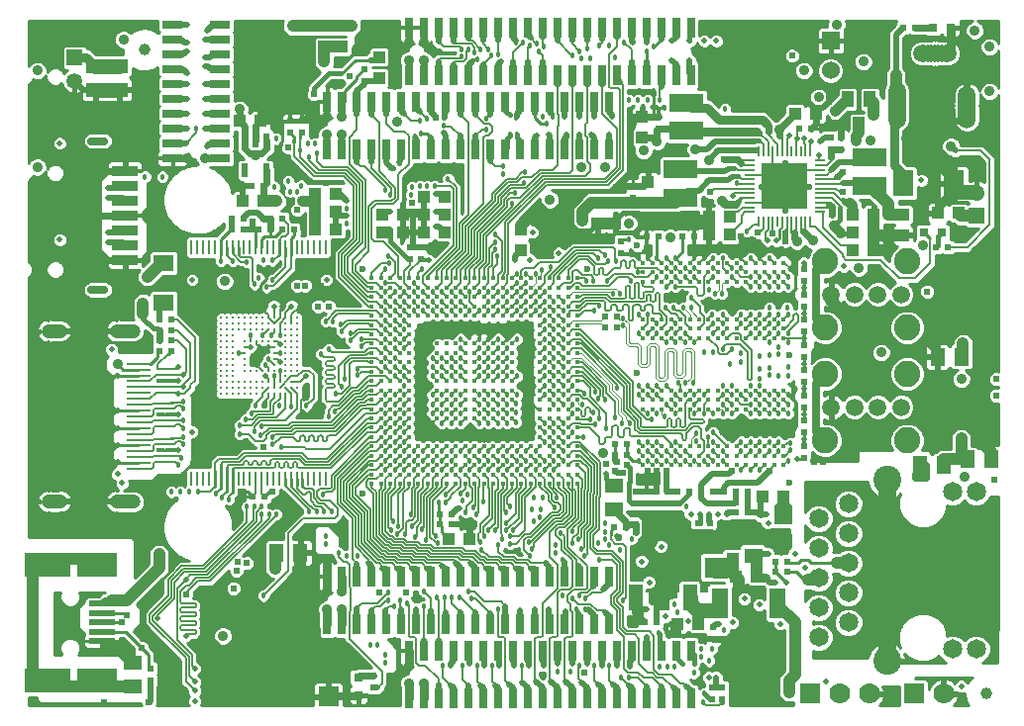
<source format=gbr>
G75*
G70*
%OFA0B0*%
%FSLAX24Y24*%
%IPPOS*%
%LPD*%
%AMOC8*
5,1,8,0,0,1.08239X$1,22.5*
%
%ADD10C,0.0591*%
%ADD11R,0.0700X0.0700*%
%ADD12R,0.0400X0.0400*%
%ADD13R,0.0240X0.0230*%
%ADD14C,0.0394*%
%ADD15R,0.0531X0.0531*%
%ADD16C,0.0531*%
%ADD17R,0.0230X0.0240*%
%ADD18R,0.0600X0.0600*%
%ADD19C,0.0600*%
%ADD20R,0.0315X0.0315*%
%ADD21R,0.0600X0.0500*%
%ADD22R,0.0886X0.0197*%
%ADD23R,0.1575X0.0827*%
%ADD24R,0.1378X0.0827*%
%ADD25R,0.0079X0.0354*%
%ADD26R,0.0354X0.0079*%
%ADD27R,0.1575X0.1575*%
%ADD28R,0.0709X0.0709*%
%ADD29R,0.0238X0.0238*%
%ADD30R,0.1181X0.0630*%
%ADD31R,0.0098X0.0472*%
%ADD32R,0.0700X0.0900*%
%ADD33C,0.0157*%
%ADD34C,0.0236*%
%ADD35R,0.0787X0.0098*%
%ADD36C,0.0472*%
%ADD37R,0.0866X0.0354*%
%ADD38C,0.0277*%
%ADD39R,0.0217X0.0472*%
%ADD40R,0.0266X0.0079*%
%ADD41R,0.0305X0.0118*%
%ADD42C,0.0700*%
%ADD43C,0.0886*%
%ADD44R,0.0709X0.0276*%
%ADD45R,0.0276X0.0709*%
%ADD46R,0.0394X0.0551*%
%ADD47C,0.0650*%
%ADD48C,0.0945*%
%ADD49C,0.2165*%
%ADD50C,0.0356*%
%ADD51R,0.0480X0.0880*%
%ADD52R,0.1417X0.0866*%
%ADD53R,0.0571X0.1024*%
%ADD54R,0.0500X0.0600*%
%ADD55R,0.0709X0.0551*%
%ADD56C,0.0098*%
%ADD57C,0.0197*%
%ADD58C,0.0100*%
%ADD59C,0.0050*%
%ADD60C,0.0180*%
%ADD61C,0.0080*%
%ADD62C,0.0237*%
%ADD63C,0.0200*%
%ADD64C,0.0354*%
%ADD65C,0.0240*%
%ADD66C,0.0120*%
%ADD67C,0.0060*%
%ADD68C,0.0198*%
%ADD69C,0.0400*%
%ADD70C,0.0110*%
%ADD71C,0.0320*%
%ADD72C,0.0300*%
%ADD73C,0.0280*%
%ADD74C,0.0150*%
%ADD75C,0.0295*%
%ADD76C,0.0500*%
%ADD77C,0.0160*%
%ADD78C,0.0700*%
%ADD79C,0.0070*%
%ADD80C,0.0350*%
%ADD81C,0.0045*%
%ADD82C,0.0250*%
%ADD83C,0.0360*%
%ADD84C,0.0600*%
D10*
X037370Y019840D03*
X038157Y019840D03*
X038945Y019840D03*
X039732Y019840D03*
X039732Y023640D03*
X038945Y023640D03*
X038157Y023640D03*
X037370Y023640D03*
X039579Y029539D03*
X039579Y029657D03*
X039579Y029775D03*
X039579Y029893D03*
X039579Y030012D03*
X039579Y030130D03*
X039579Y030248D03*
X039579Y030366D03*
X039579Y030484D03*
X040425Y031764D03*
X040504Y031764D03*
X040622Y031764D03*
X040740Y031764D03*
X040858Y031764D03*
X040976Y031764D03*
X041095Y031764D03*
X041213Y031764D03*
X041291Y031764D03*
X041941Y030366D03*
X041941Y030248D03*
X041941Y030130D03*
X041941Y030012D03*
X041941Y029893D03*
X041941Y029775D03*
X041941Y029657D03*
X041941Y029539D03*
D11*
X040152Y010182D03*
X036652Y010182D03*
X020452Y010082D03*
D12*
X024502Y015382D03*
X025202Y015382D03*
X032202Y012532D03*
X032902Y012532D03*
X034152Y014132D03*
X034052Y014732D03*
X034852Y014132D03*
X034052Y015432D03*
X035052Y016832D03*
X035752Y016832D03*
X038102Y025132D03*
X038102Y025732D03*
X038802Y025732D03*
X038802Y025132D03*
X039802Y025632D03*
X039802Y026332D03*
X038802Y026332D03*
X038102Y026332D03*
X040952Y026382D03*
X041652Y026382D03*
X036852Y029732D03*
X036152Y029732D03*
X033952Y026257D03*
X033952Y025657D03*
X033252Y025657D03*
X033252Y026257D03*
X031202Y026732D03*
X031202Y027432D03*
X030102Y026732D03*
X029502Y026732D03*
X029502Y026032D03*
X030102Y026032D03*
X026927Y025832D03*
X026927Y025132D03*
X024352Y025732D03*
X023652Y025732D03*
X023652Y026332D03*
X023652Y026932D03*
X024352Y026932D03*
X024352Y026332D03*
X022952Y026332D03*
X022252Y026332D03*
X022252Y025732D03*
X022952Y025732D03*
X020702Y025832D03*
X020702Y026432D03*
X020702Y027032D03*
X020002Y027032D03*
X020002Y026432D03*
X020002Y025832D03*
X018252Y026782D03*
X017552Y026782D03*
X017452Y029482D03*
X018152Y029482D03*
X020302Y031982D03*
X020902Y031982D03*
X020902Y032682D03*
X020302Y032682D03*
X022152Y031632D03*
X022152Y030932D03*
X031002Y029632D03*
X031002Y028932D03*
D13*
X031152Y025582D03*
X031552Y025582D03*
X032352Y025582D03*
X032752Y025582D03*
X030152Y022882D03*
X030152Y022532D03*
X029752Y022532D03*
X029752Y022882D03*
X030102Y018582D03*
X030102Y018232D03*
X030502Y018232D03*
X030502Y018582D03*
X032602Y016982D03*
X033002Y016982D03*
X032902Y015932D03*
X033302Y015932D03*
X034152Y016282D03*
X034152Y016632D03*
X034152Y016982D03*
X034552Y016982D03*
X034552Y016632D03*
X034552Y016282D03*
X035502Y014632D03*
X035502Y014282D03*
X035902Y014282D03*
X035902Y014632D03*
X031502Y012582D03*
X031102Y012582D03*
X030452Y015782D03*
X030052Y015782D03*
X024602Y015882D03*
X024602Y016232D03*
X024202Y016232D03*
X024202Y015882D03*
X018302Y016832D03*
X017902Y016832D03*
X015152Y021732D03*
X015152Y022082D03*
X015152Y022432D03*
X015152Y022782D03*
X014752Y022782D03*
X014752Y022432D03*
X014752Y022082D03*
X014752Y021732D03*
X017202Y025832D03*
X017202Y026182D03*
X017602Y026182D03*
X017602Y025832D03*
X018102Y025832D03*
X018502Y025832D03*
X018502Y026182D03*
X018902Y026182D03*
X018902Y025832D03*
X019302Y025832D03*
X018252Y027282D03*
X017852Y027282D03*
X036302Y029232D03*
X036702Y029232D03*
X039802Y032632D03*
X040202Y032632D03*
X040902Y025232D03*
X041302Y025232D03*
D14*
X042602Y010182D03*
X014252Y031882D03*
D15*
X011902Y031625D03*
X042252Y026288D03*
D16*
X042252Y027075D03*
X011902Y030838D03*
D17*
X019152Y029482D03*
X019552Y029482D03*
X019552Y029082D03*
X019152Y029082D03*
X021652Y030832D03*
X021652Y031232D03*
X023202Y025232D03*
X023552Y025232D03*
X023552Y024832D03*
X023202Y024832D03*
X030302Y025032D03*
X030302Y025432D03*
X030702Y026882D03*
X030702Y027282D03*
X031552Y029232D03*
X031552Y029632D03*
X037352Y028932D03*
X037702Y028932D03*
X037702Y028532D03*
X037352Y028532D03*
X036452Y024482D03*
X036452Y024082D03*
X036452Y023632D03*
X036452Y023232D03*
X036452Y022782D03*
X036452Y022382D03*
X036452Y021932D03*
X036452Y021532D03*
X036452Y021082D03*
X036452Y020682D03*
X036452Y020232D03*
X036452Y019832D03*
X036452Y019382D03*
X036452Y018982D03*
X036452Y018532D03*
X036452Y018132D03*
X033752Y016982D03*
X033402Y016982D03*
X033402Y016582D03*
X033752Y016582D03*
X032202Y016582D03*
X031852Y016582D03*
X031502Y016582D03*
X031152Y016582D03*
X030802Y016582D03*
X030802Y016982D03*
X031152Y016982D03*
X031502Y016982D03*
X031852Y016982D03*
X032202Y016982D03*
X033402Y012432D03*
X033402Y012032D03*
X033352Y010382D03*
X033702Y010382D03*
X033702Y009982D03*
X033352Y009982D03*
X021952Y010382D03*
X021952Y010782D03*
X014452Y010632D03*
X014452Y011032D03*
D18*
X037352Y032182D03*
D19*
X037352Y031182D03*
D20*
X040802Y032632D03*
X041402Y032632D03*
X041102Y025732D03*
X040502Y025732D03*
X021452Y010732D03*
X021452Y010132D03*
D21*
X013852Y010432D03*
X013852Y011232D03*
X030052Y016382D03*
X030052Y017182D03*
X034752Y015632D03*
X034752Y014832D03*
X035752Y015332D03*
X035752Y016132D03*
X013402Y030532D03*
X013402Y031332D03*
X012602Y031332D03*
X012602Y030532D03*
D22*
X012817Y013215D03*
X012817Y012900D03*
X012817Y012585D03*
X012817Y012270D03*
X012817Y011955D03*
D23*
X011004Y010636D03*
X011004Y014534D03*
D24*
X012677Y014534D03*
X012677Y010636D03*
D25*
X034936Y026101D03*
X035093Y026101D03*
X035250Y026101D03*
X035408Y026101D03*
X035565Y026101D03*
X035723Y026101D03*
X035880Y026101D03*
X036038Y026101D03*
X036195Y026101D03*
X036353Y026101D03*
X036510Y026101D03*
X036668Y026101D03*
X036668Y028463D03*
X036510Y028463D03*
X036353Y028463D03*
X036195Y028463D03*
X036038Y028463D03*
X035880Y028463D03*
X035723Y028463D03*
X035565Y028463D03*
X035408Y028463D03*
X035250Y028463D03*
X035093Y028463D03*
X034936Y028463D03*
D26*
X034621Y028148D03*
X034621Y027990D03*
X034621Y027833D03*
X034621Y027675D03*
X034621Y027518D03*
X034621Y027360D03*
X034621Y027203D03*
X034621Y027045D03*
X034621Y026888D03*
X034621Y026730D03*
X034621Y026573D03*
X034621Y026416D03*
X036983Y026416D03*
X036983Y026573D03*
X036983Y026730D03*
X036983Y026888D03*
X036983Y027045D03*
X036983Y027203D03*
X036983Y027360D03*
X036983Y027518D03*
X036983Y027675D03*
X036983Y027833D03*
X036983Y027990D03*
X036983Y028148D03*
D27*
X035802Y027282D03*
D28*
X035802Y027282D03*
X033452Y014432D03*
D29*
X035546Y026652D03*
X035546Y026888D03*
X035408Y027026D03*
X035172Y027026D03*
X035172Y027538D03*
X035408Y027538D03*
X035546Y027675D03*
X035546Y027912D03*
X036058Y027912D03*
X036058Y027675D03*
X036195Y027538D03*
X036432Y027538D03*
X036432Y027026D03*
X036195Y027026D03*
X036058Y026888D03*
X036058Y026652D03*
D30*
X038652Y027309D03*
X038652Y028254D03*
X032502Y029159D03*
X032502Y030104D03*
X032302Y027854D03*
X032302Y026909D03*
D31*
X020365Y025229D03*
X020169Y025229D03*
X019972Y025229D03*
X019775Y025229D03*
X019578Y025229D03*
X019381Y025229D03*
X019184Y025229D03*
X018987Y025229D03*
X018791Y025229D03*
X018594Y025229D03*
X018397Y025229D03*
X018200Y025229D03*
X018003Y025229D03*
X017806Y025229D03*
X017610Y025229D03*
X017413Y025229D03*
X017216Y025229D03*
X017019Y025229D03*
X016822Y025229D03*
X016625Y025229D03*
X016428Y025229D03*
X016232Y025229D03*
X016035Y025229D03*
X015838Y025229D03*
X015838Y017434D03*
X016035Y017434D03*
X016232Y017434D03*
X016428Y017434D03*
X016625Y017434D03*
X016822Y017434D03*
X017019Y017434D03*
X017216Y017434D03*
X017413Y017434D03*
X017610Y017434D03*
X017806Y017434D03*
X018003Y017434D03*
X018200Y017434D03*
X018397Y017434D03*
X018594Y017434D03*
X018791Y017434D03*
X018987Y017434D03*
X019184Y017434D03*
X019381Y017434D03*
X019578Y017434D03*
X019775Y017434D03*
X019972Y017434D03*
X020169Y017434D03*
X020365Y017434D03*
D32*
X039795Y027382D03*
X041509Y027382D03*
D33*
X035762Y024697D03*
X035762Y024382D03*
X035762Y024067D03*
X035447Y024067D03*
X035447Y024382D03*
X035447Y024697D03*
X035132Y024697D03*
X035132Y024382D03*
X035132Y024067D03*
X034817Y024067D03*
X034502Y024067D03*
X034187Y024067D03*
X033872Y024067D03*
X033557Y024067D03*
X033242Y024067D03*
X032927Y024067D03*
X032612Y024067D03*
X032297Y024067D03*
X031982Y024067D03*
X031667Y024067D03*
X031352Y024067D03*
X031037Y024067D03*
X031037Y024382D03*
X031037Y024697D03*
X031352Y024697D03*
X031352Y024382D03*
X031667Y024382D03*
X031667Y024697D03*
X031982Y024697D03*
X031982Y024382D03*
X032297Y024382D03*
X032297Y024697D03*
X032612Y024697D03*
X032612Y024382D03*
X032927Y024382D03*
X032927Y024697D03*
X033242Y024697D03*
X033242Y024382D03*
X033557Y024382D03*
X033557Y024697D03*
X033872Y024697D03*
X033872Y024382D03*
X034187Y024382D03*
X034187Y024697D03*
X034502Y024697D03*
X034502Y024382D03*
X034817Y024382D03*
X034817Y024697D03*
X034817Y022807D03*
X034817Y022492D03*
X034817Y022177D03*
X034502Y022177D03*
X034187Y022177D03*
X033872Y022177D03*
X033557Y022177D03*
X033242Y022177D03*
X032927Y022177D03*
X032612Y022177D03*
X032297Y022177D03*
X031982Y022177D03*
X031667Y022177D03*
X031352Y022177D03*
X031037Y022177D03*
X031037Y022492D03*
X031037Y022807D03*
X031352Y022807D03*
X031352Y022492D03*
X031667Y022492D03*
X031667Y022807D03*
X031982Y022807D03*
X031982Y022492D03*
X032297Y022492D03*
X032297Y022807D03*
X032612Y022807D03*
X032612Y022492D03*
X032927Y022492D03*
X033242Y022492D03*
X033557Y022492D03*
X033872Y022492D03*
X034187Y022492D03*
X034502Y022492D03*
X034502Y022807D03*
X034187Y022807D03*
X033872Y022807D03*
X033557Y022807D03*
X033242Y022807D03*
X032927Y022807D03*
X035132Y022807D03*
X035132Y022492D03*
X035132Y022177D03*
X035447Y022177D03*
X035762Y022177D03*
X035762Y022492D03*
X035447Y022492D03*
X035447Y022807D03*
X035762Y022807D03*
X035762Y020406D03*
X035447Y020406D03*
X035132Y020406D03*
X034817Y020406D03*
X034502Y020406D03*
X034187Y020406D03*
X033872Y020406D03*
X033557Y020406D03*
X033242Y020406D03*
X032927Y020406D03*
X032612Y020406D03*
X032297Y020406D03*
X031982Y020406D03*
X031667Y020406D03*
X031352Y020406D03*
X031037Y020406D03*
X031037Y020091D03*
X031037Y019776D03*
X031352Y019776D03*
X031352Y020091D03*
X031667Y020091D03*
X031667Y019776D03*
X031982Y019776D03*
X031982Y020091D03*
X032297Y020091D03*
X032297Y019776D03*
X032612Y019776D03*
X032612Y020091D03*
X032927Y020091D03*
X033242Y020091D03*
X033557Y020091D03*
X033872Y020091D03*
X034187Y020091D03*
X034502Y020091D03*
X034817Y020091D03*
X035132Y020091D03*
X035447Y020091D03*
X035762Y020091D03*
X035762Y019776D03*
X035447Y019776D03*
X035132Y019776D03*
X034817Y019776D03*
X034502Y019776D03*
X034187Y019776D03*
X033872Y019776D03*
X033557Y019776D03*
X033242Y019776D03*
X032927Y019776D03*
X032927Y018516D03*
X032612Y018516D03*
X032297Y018516D03*
X031982Y018516D03*
X031667Y018516D03*
X031352Y018516D03*
X031037Y018516D03*
X031037Y018201D03*
X031037Y017886D03*
X031352Y017886D03*
X031352Y018201D03*
X031667Y018201D03*
X031667Y017886D03*
X031982Y017886D03*
X031982Y018201D03*
X032297Y018201D03*
X032297Y017886D03*
X032612Y017886D03*
X032612Y018201D03*
X032927Y018201D03*
X032927Y017886D03*
X033242Y017886D03*
X033242Y018201D03*
X033242Y018516D03*
X033557Y018516D03*
X033557Y018201D03*
X033557Y017886D03*
X033872Y017886D03*
X033872Y018201D03*
X033872Y018516D03*
X034187Y018516D03*
X034187Y018201D03*
X034187Y017886D03*
X034502Y017886D03*
X034502Y018201D03*
X034502Y018516D03*
X034817Y018516D03*
X035132Y018516D03*
X035447Y018516D03*
X035762Y018516D03*
X035762Y018201D03*
X035762Y017886D03*
X035447Y017886D03*
X035447Y018201D03*
X035132Y018201D03*
X035132Y017886D03*
X034817Y017886D03*
X034817Y018201D03*
X028833Y018201D03*
X028833Y018516D03*
X028833Y018831D03*
X028833Y019146D03*
X028833Y019461D03*
X028833Y019776D03*
X028833Y020091D03*
X028833Y020406D03*
X028833Y020721D03*
X028833Y021036D03*
X028833Y021351D03*
X028833Y021666D03*
X028833Y021980D03*
X028518Y021980D03*
X028518Y021666D03*
X028203Y021666D03*
X028203Y021980D03*
X027888Y021980D03*
X027888Y021666D03*
X027573Y021666D03*
X027573Y021980D03*
X027573Y022295D03*
X027888Y022295D03*
X028203Y022295D03*
X028518Y022295D03*
X028833Y022295D03*
X028833Y022610D03*
X028518Y022610D03*
X028203Y022610D03*
X027888Y022610D03*
X027573Y022610D03*
X027573Y022925D03*
X027888Y022925D03*
X028203Y022925D03*
X028518Y022925D03*
X028833Y022925D03*
X028833Y023240D03*
X028518Y023240D03*
X028203Y023240D03*
X027888Y023240D03*
X027573Y023240D03*
X027258Y023240D03*
X027258Y022925D03*
X026943Y022925D03*
X026628Y022925D03*
X026313Y022925D03*
X025998Y022925D03*
X025683Y022925D03*
X025368Y022925D03*
X025053Y022925D03*
X024738Y022925D03*
X024423Y022925D03*
X024108Y022925D03*
X023793Y022925D03*
X023478Y022925D03*
X023163Y022925D03*
X022849Y022925D03*
X022849Y022610D03*
X023163Y022610D03*
X023163Y022295D03*
X022849Y022295D03*
X022849Y021980D03*
X023163Y021980D03*
X023163Y021666D03*
X022849Y021666D03*
X022849Y021351D03*
X023163Y021351D03*
X023163Y021036D03*
X022849Y021036D03*
X022849Y020721D03*
X023163Y020721D03*
X023163Y020406D03*
X022849Y020406D03*
X022849Y020091D03*
X023163Y020091D03*
X023163Y019776D03*
X022849Y019776D03*
X022849Y019461D03*
X023163Y019461D03*
X023163Y019146D03*
X022849Y019146D03*
X022849Y018831D03*
X023163Y018831D03*
X023163Y018516D03*
X022849Y018516D03*
X022849Y018201D03*
X023163Y018201D03*
X023163Y017886D03*
X022849Y017886D03*
X022849Y017571D03*
X023163Y017571D03*
X023163Y017256D03*
X022849Y017256D03*
X022534Y017256D03*
X022534Y017571D03*
X022534Y017886D03*
X022534Y018201D03*
X022534Y018516D03*
X022534Y018831D03*
X022534Y019146D03*
X022534Y019461D03*
X022534Y019776D03*
X022534Y020091D03*
X022534Y020406D03*
X022534Y020721D03*
X022534Y021036D03*
X022534Y021351D03*
X022534Y021666D03*
X022534Y021980D03*
X022534Y022295D03*
X022534Y022610D03*
X022534Y022925D03*
X022534Y023240D03*
X022849Y023240D03*
X023163Y023240D03*
X023163Y023555D03*
X022849Y023555D03*
X022849Y023870D03*
X023163Y023870D03*
X023163Y024185D03*
X022849Y024185D03*
X022534Y024185D03*
X022534Y023870D03*
X022534Y023555D03*
X022219Y023555D03*
X022219Y023240D03*
X022219Y022925D03*
X022219Y022610D03*
X022219Y022295D03*
X022219Y021980D03*
X022219Y021666D03*
X021904Y021666D03*
X021904Y021980D03*
X021904Y022295D03*
X021904Y022610D03*
X021904Y022925D03*
X021904Y023240D03*
X021904Y023555D03*
X021904Y023870D03*
X022219Y023870D03*
X022219Y024185D03*
X021904Y024185D03*
X023478Y024185D03*
X023478Y023870D03*
X023478Y023555D03*
X023478Y023240D03*
X023793Y023240D03*
X023793Y023555D03*
X023793Y023870D03*
X023793Y024185D03*
X024108Y024185D03*
X024108Y023870D03*
X024108Y023555D03*
X024108Y023240D03*
X024423Y023240D03*
X024423Y023555D03*
X024423Y023870D03*
X024423Y024185D03*
X024738Y024185D03*
X024738Y023870D03*
X024738Y023555D03*
X024738Y023240D03*
X025053Y023240D03*
X025368Y023240D03*
X025683Y023240D03*
X025998Y023240D03*
X026313Y023240D03*
X026628Y023240D03*
X026943Y023240D03*
X026943Y023555D03*
X026628Y023555D03*
X026313Y023555D03*
X025998Y023555D03*
X025683Y023555D03*
X025368Y023555D03*
X025053Y023555D03*
X025053Y023870D03*
X025053Y024185D03*
X025368Y024185D03*
X025368Y023870D03*
X025683Y023870D03*
X025998Y023870D03*
X026313Y023870D03*
X026628Y023870D03*
X026943Y023870D03*
X027258Y023870D03*
X027258Y023555D03*
X027573Y023555D03*
X027888Y023555D03*
X028203Y023555D03*
X028518Y023555D03*
X028833Y023555D03*
X028833Y023870D03*
X028833Y024185D03*
X028518Y024185D03*
X028518Y023870D03*
X028203Y023870D03*
X027888Y023870D03*
X027573Y023870D03*
X027573Y024185D03*
X027888Y024185D03*
X028203Y024185D03*
X027258Y024185D03*
X026943Y024185D03*
X026628Y024185D03*
X026313Y024185D03*
X025998Y024185D03*
X025683Y024185D03*
X025683Y021980D03*
X025683Y021666D03*
X025368Y021666D03*
X025368Y021980D03*
X025053Y021980D03*
X025053Y021666D03*
X024738Y021666D03*
X024738Y021980D03*
X024423Y021980D03*
X024423Y021666D03*
X024108Y021666D03*
X024108Y021980D03*
X024108Y021351D03*
X024423Y021351D03*
X024738Y021351D03*
X025053Y021351D03*
X025368Y021351D03*
X025683Y021351D03*
X025998Y021351D03*
X025998Y021666D03*
X025998Y021980D03*
X026313Y021980D03*
X026313Y021666D03*
X026628Y021666D03*
X026628Y021980D03*
X026628Y021351D03*
X026313Y021351D03*
X026313Y021036D03*
X025998Y021036D03*
X025683Y021036D03*
X025368Y021036D03*
X025053Y021036D03*
X024738Y021036D03*
X024423Y021036D03*
X024108Y021036D03*
X024108Y020721D03*
X024108Y020406D03*
X024108Y020091D03*
X024108Y019776D03*
X024108Y019461D03*
X024423Y019461D03*
X024423Y019776D03*
X024423Y020091D03*
X024423Y020406D03*
X024423Y020721D03*
X024738Y020721D03*
X025053Y020721D03*
X025368Y020721D03*
X025683Y020721D03*
X025998Y020721D03*
X026313Y020721D03*
X026628Y020721D03*
X026628Y021036D03*
X026628Y020406D03*
X026313Y020406D03*
X025998Y020406D03*
X025683Y020406D03*
X025368Y020406D03*
X025053Y020406D03*
X024738Y020406D03*
X024738Y020091D03*
X025053Y020091D03*
X025368Y020091D03*
X025683Y020091D03*
X025998Y020091D03*
X026313Y020091D03*
X026628Y020091D03*
X026628Y019776D03*
X026313Y019776D03*
X025998Y019776D03*
X025683Y019776D03*
X025368Y019776D03*
X025053Y019776D03*
X024738Y019776D03*
X024738Y019461D03*
X025053Y019461D03*
X025368Y019461D03*
X025683Y019461D03*
X025998Y019461D03*
X026313Y019461D03*
X026628Y019461D03*
X027573Y019461D03*
X027573Y019776D03*
X027573Y020091D03*
X027573Y020406D03*
X027573Y020721D03*
X027573Y021036D03*
X027573Y021351D03*
X027888Y021351D03*
X028203Y021351D03*
X028518Y021351D03*
X028518Y021036D03*
X028203Y021036D03*
X027888Y021036D03*
X027888Y020721D03*
X028203Y020721D03*
X028518Y020721D03*
X028518Y020406D03*
X028203Y020406D03*
X027888Y020406D03*
X027888Y020091D03*
X028203Y020091D03*
X028518Y020091D03*
X028518Y019776D03*
X028203Y019776D03*
X027888Y019776D03*
X027888Y019461D03*
X028203Y019461D03*
X028518Y019461D03*
X028518Y019146D03*
X028518Y018831D03*
X028518Y018516D03*
X028518Y018201D03*
X028518Y017886D03*
X028833Y017886D03*
X028833Y017571D03*
X028833Y017256D03*
X028518Y017256D03*
X028518Y017571D03*
X028203Y017571D03*
X028203Y017256D03*
X027888Y017256D03*
X027888Y017571D03*
X027888Y017886D03*
X028203Y017886D03*
X028203Y018201D03*
X028203Y018516D03*
X028203Y018831D03*
X028203Y019146D03*
X027888Y019146D03*
X027573Y019146D03*
X027573Y018831D03*
X027888Y018831D03*
X027888Y018516D03*
X027888Y018201D03*
X027573Y018201D03*
X027573Y018516D03*
X027258Y018516D03*
X026943Y018516D03*
X026628Y018516D03*
X026313Y018516D03*
X025998Y018516D03*
X025683Y018516D03*
X025368Y018516D03*
X025053Y018516D03*
X024738Y018516D03*
X024423Y018516D03*
X024108Y018516D03*
X023793Y018516D03*
X023478Y018516D03*
X023478Y018201D03*
X023478Y017886D03*
X023478Y017571D03*
X023478Y017256D03*
X023793Y017256D03*
X023793Y017571D03*
X023793Y017886D03*
X023793Y018201D03*
X024108Y018201D03*
X024108Y017886D03*
X024108Y017571D03*
X024108Y017256D03*
X024423Y017256D03*
X024423Y017571D03*
X024423Y017886D03*
X024423Y018201D03*
X024738Y018201D03*
X024738Y017886D03*
X024738Y017571D03*
X024738Y017256D03*
X025053Y017256D03*
X025053Y017571D03*
X025053Y017886D03*
X025053Y018201D03*
X025368Y018201D03*
X025368Y017886D03*
X025368Y017571D03*
X025368Y017256D03*
X025683Y017256D03*
X025683Y017571D03*
X025683Y017886D03*
X025683Y018201D03*
X025998Y018201D03*
X025998Y017886D03*
X025998Y017571D03*
X025998Y017256D03*
X026313Y017256D03*
X026628Y017256D03*
X026943Y017256D03*
X027258Y017256D03*
X027573Y017256D03*
X027573Y017571D03*
X027573Y017886D03*
X027258Y017886D03*
X027258Y017571D03*
X026943Y017571D03*
X026628Y017571D03*
X026313Y017571D03*
X026313Y017886D03*
X026313Y018201D03*
X026628Y018201D03*
X026628Y017886D03*
X026943Y017886D03*
X026943Y018201D03*
X027258Y018201D03*
X022219Y018201D03*
X022219Y018516D03*
X022219Y018831D03*
X022219Y019146D03*
X022219Y019461D03*
X022219Y019776D03*
X022219Y020091D03*
X022219Y020406D03*
X022219Y020721D03*
X022219Y021036D03*
X022219Y021351D03*
X021904Y021351D03*
X021904Y021036D03*
X021904Y020721D03*
X021904Y020406D03*
X021904Y020091D03*
X021904Y019776D03*
X021904Y019461D03*
X021904Y019146D03*
X021904Y018831D03*
X021904Y018516D03*
X021904Y018201D03*
X021904Y017886D03*
X022219Y017886D03*
X022219Y017571D03*
X022219Y017256D03*
X021904Y017256D03*
X021904Y017571D03*
D34*
X021589Y016941D03*
X021589Y024500D03*
X029148Y024500D03*
X030841Y025288D03*
X030841Y020996D03*
X035959Y021587D03*
X035959Y017295D03*
D35*
X014065Y017760D03*
X014065Y017957D03*
X014065Y018154D03*
X014065Y018351D03*
X014065Y018547D03*
X014065Y018744D03*
X014065Y018941D03*
X014065Y019138D03*
X014065Y019335D03*
X014065Y019532D03*
X014065Y019729D03*
X014065Y019925D03*
X014065Y020122D03*
X014065Y020319D03*
X014065Y020516D03*
X014065Y020713D03*
X014065Y020910D03*
X014065Y021106D03*
X014065Y021303D03*
D36*
X013888Y022406D03*
X013770Y022406D03*
X013711Y022406D03*
X013554Y022406D03*
X013436Y022406D03*
X013337Y022406D03*
X011428Y022406D03*
X011310Y022406D03*
X011152Y022406D03*
X011034Y022406D03*
X011034Y016658D03*
X011152Y016658D03*
X011310Y016658D03*
X011428Y016667D03*
X013337Y016658D03*
X013436Y016658D03*
X013554Y016658D03*
X013711Y016658D03*
X013770Y016658D03*
X013888Y016658D03*
D37*
X013608Y024803D03*
X013608Y025303D03*
X013608Y025803D03*
X013608Y026303D03*
X013608Y026803D03*
X013608Y027303D03*
X013608Y027803D03*
D38*
X012909Y028811D03*
X012830Y028811D03*
X012742Y028811D03*
X012643Y028811D03*
X012555Y028811D03*
X012476Y028811D03*
X012476Y023795D03*
X012555Y023795D03*
X012643Y023795D03*
X012742Y023795D03*
X012830Y023795D03*
X012909Y023795D03*
D39*
X017628Y027820D03*
X018376Y027820D03*
X018376Y028844D03*
X018002Y028844D03*
X017628Y028844D03*
D40*
X015124Y021125D03*
X015124Y020929D03*
X014779Y020929D03*
X014779Y021125D03*
X014779Y020535D03*
X014779Y020338D03*
X015124Y020338D03*
X015124Y020535D03*
X015124Y019975D03*
X015124Y019779D03*
X014779Y019779D03*
X014779Y019975D03*
X014779Y019385D03*
X014779Y019188D03*
X015124Y019188D03*
X015124Y019385D03*
X015124Y018775D03*
X015124Y018579D03*
X014779Y018579D03*
X014779Y018775D03*
X014779Y018185D03*
X014779Y017988D03*
X015124Y017988D03*
X015124Y018185D03*
D41*
X015104Y018382D03*
X014799Y018382D03*
X014799Y019582D03*
X015104Y019582D03*
X015104Y020732D03*
X014799Y020732D03*
D42*
X037652Y010182D03*
X038652Y010182D03*
X041152Y010182D03*
D43*
X039929Y018718D03*
X039929Y020962D03*
X039929Y022518D03*
X039929Y024762D03*
X037173Y024762D03*
X037173Y022518D03*
X037173Y020962D03*
X037173Y018718D03*
D44*
X016802Y028232D03*
X016802Y028732D03*
X016802Y029232D03*
X016802Y029732D03*
X016802Y030232D03*
X016802Y030732D03*
X016802Y031232D03*
X016802Y031732D03*
X016802Y032232D03*
X016802Y032732D03*
X015202Y032732D03*
X015202Y032232D03*
X015202Y031732D03*
X015202Y031232D03*
X015202Y030732D03*
X015202Y030232D03*
X015202Y029732D03*
X015202Y029232D03*
X015202Y028732D03*
X015202Y028232D03*
D45*
X020402Y028532D03*
X020902Y028532D03*
X021402Y028532D03*
X021902Y028532D03*
X022402Y028532D03*
X022902Y028532D03*
X023402Y028532D03*
X023902Y028532D03*
X024402Y028532D03*
X024902Y028532D03*
X025402Y028532D03*
X025902Y028532D03*
X026402Y028532D03*
X026902Y028532D03*
X027402Y028532D03*
X027902Y028532D03*
X028402Y028532D03*
X028902Y028532D03*
X029402Y028532D03*
X029902Y028532D03*
X029902Y030132D03*
X029402Y030132D03*
X028902Y030132D03*
X028402Y030132D03*
X027902Y030132D03*
X027402Y030132D03*
X026902Y030132D03*
X026402Y030132D03*
X025902Y030132D03*
X025402Y030132D03*
X024902Y030132D03*
X024402Y030132D03*
X023902Y030132D03*
X023402Y030132D03*
X022902Y030132D03*
X022402Y030132D03*
X021902Y030132D03*
X021402Y030132D03*
X020902Y030132D03*
X020402Y030132D03*
X023152Y031032D03*
X023652Y031032D03*
X024152Y031032D03*
X024652Y031032D03*
X025152Y031032D03*
X025652Y031032D03*
X026152Y031032D03*
X026652Y031032D03*
X027152Y031032D03*
X027652Y031032D03*
X028152Y031032D03*
X028652Y031032D03*
X029152Y031032D03*
X029652Y031032D03*
X030152Y031032D03*
X030652Y031032D03*
X031152Y031032D03*
X031652Y031032D03*
X032152Y031032D03*
X032652Y031032D03*
X032652Y032632D03*
X032152Y032632D03*
X031652Y032632D03*
X031152Y032632D03*
X030652Y032632D03*
X030152Y032632D03*
X029652Y032632D03*
X029152Y032632D03*
X028652Y032632D03*
X028152Y032632D03*
X027652Y032632D03*
X027152Y032632D03*
X026652Y032632D03*
X026152Y032632D03*
X025652Y032632D03*
X025152Y032632D03*
X024652Y032632D03*
X024152Y032632D03*
X023652Y032632D03*
X023152Y032632D03*
X023402Y014132D03*
X023902Y014132D03*
X024402Y014132D03*
X024902Y014132D03*
X025402Y014132D03*
X025902Y014132D03*
X026402Y014132D03*
X026902Y014132D03*
X027402Y014132D03*
X027902Y014132D03*
X028402Y014132D03*
X028902Y014132D03*
X029402Y014132D03*
X029902Y014132D03*
X029902Y012532D03*
X029402Y012532D03*
X028902Y012532D03*
X028402Y012532D03*
X027902Y012532D03*
X027402Y012532D03*
X026902Y012532D03*
X026402Y012532D03*
X025902Y012532D03*
X025402Y012532D03*
X024902Y012532D03*
X024402Y012532D03*
X023902Y012532D03*
X023402Y012532D03*
X022902Y012532D03*
X022402Y012532D03*
X021902Y012532D03*
X021402Y012532D03*
X020902Y012532D03*
X020402Y012532D03*
X020402Y014132D03*
X020902Y014132D03*
X021402Y014132D03*
X021902Y014132D03*
X022402Y014132D03*
X022902Y014132D03*
X023152Y011632D03*
X023652Y011632D03*
X024152Y011632D03*
X024652Y011632D03*
X025152Y011632D03*
X025652Y011632D03*
X026152Y011632D03*
X026652Y011632D03*
X027152Y011632D03*
X027652Y011632D03*
X028152Y011632D03*
X028652Y011632D03*
X029152Y011632D03*
X029652Y011632D03*
X030152Y011632D03*
X030652Y011632D03*
X031152Y011632D03*
X031652Y011632D03*
X032152Y011632D03*
X032652Y011632D03*
X032652Y010032D03*
X032152Y010032D03*
X031652Y010032D03*
X031152Y010032D03*
X030652Y010032D03*
X030152Y010032D03*
X029652Y010032D03*
X029152Y010032D03*
X028652Y010032D03*
X028152Y010032D03*
X027652Y010032D03*
X027152Y010032D03*
X026652Y010032D03*
X026152Y010032D03*
X025652Y010032D03*
X025152Y010032D03*
X024652Y010032D03*
X024152Y010032D03*
X023652Y010032D03*
X023152Y010032D03*
D46*
X038302Y029349D03*
X038676Y030215D03*
X037928Y030215D03*
D47*
X041452Y016982D03*
X042252Y016982D03*
X037952Y016582D03*
X037952Y015582D03*
X037952Y014582D03*
X037952Y013582D03*
X036952Y014082D03*
X036952Y015082D03*
X036952Y016082D03*
X036952Y013082D03*
X036952Y012082D03*
X037952Y012582D03*
X041452Y011682D03*
X042252Y011682D03*
D48*
X039252Y011282D03*
X039252Y017382D03*
D49*
X034723Y011475D03*
X018636Y011475D03*
X018636Y031160D03*
X034723Y031160D03*
D50*
X034108Y031747D03*
X033852Y031156D03*
X034108Y030546D03*
X034719Y030290D03*
X035309Y030546D03*
X035585Y031156D03*
X035349Y031767D03*
X034719Y032023D03*
X019502Y031156D03*
X019246Y031767D03*
X018636Y032023D03*
X018026Y031767D03*
X017770Y031156D03*
X018026Y030546D03*
X018636Y030290D03*
X019226Y030527D03*
X018636Y012338D03*
X019246Y012082D03*
X019502Y011471D03*
X019246Y010861D03*
X018636Y010605D03*
X018026Y010861D03*
X017770Y011471D03*
X018026Y012082D03*
X033852Y011471D03*
X034108Y012082D03*
X034719Y012338D03*
X035329Y012082D03*
X035585Y011471D03*
X035329Y010861D03*
X034719Y010605D03*
X034108Y010861D03*
D51*
X032612Y013412D03*
X031702Y013412D03*
X030792Y013412D03*
D52*
X031702Y015852D03*
D53*
X033639Y013232D03*
X035564Y013232D03*
D54*
X040352Y017882D03*
X041152Y017882D03*
X041952Y018082D03*
X042752Y018082D03*
X041752Y021532D03*
X040952Y021532D03*
X019502Y014932D03*
X018702Y014932D03*
D55*
X014902Y023362D03*
X014902Y024701D03*
D56*
X016845Y022847D03*
X017041Y022847D03*
X017041Y022650D03*
X016845Y022650D03*
X016845Y022453D03*
X017041Y022453D03*
X017041Y022256D03*
X016845Y022256D03*
X016845Y022059D03*
X017041Y022059D03*
X017041Y021862D03*
X016845Y021862D03*
X016845Y021666D03*
X017041Y021666D03*
X017238Y021666D03*
X017238Y021862D03*
X017238Y022059D03*
X017238Y022256D03*
X017238Y022453D03*
X017238Y022650D03*
X017238Y022847D03*
X017435Y022847D03*
X017632Y022847D03*
X017829Y022847D03*
X018026Y022847D03*
X018223Y022847D03*
X018419Y022847D03*
X018616Y022847D03*
X018813Y022847D03*
X019010Y022847D03*
X019207Y022847D03*
X019404Y022847D03*
X019404Y022650D03*
X019404Y022453D03*
X019404Y022256D03*
X019404Y022059D03*
X019404Y021862D03*
X019404Y021666D03*
X019207Y021666D03*
X019207Y021862D03*
X019010Y021862D03*
X019010Y021666D03*
X019010Y021469D03*
X019207Y021469D03*
X019404Y021469D03*
X019404Y021272D03*
X019404Y021075D03*
X019404Y020878D03*
X019404Y020681D03*
X019404Y020484D03*
X019404Y020288D03*
X019207Y020288D03*
X019207Y020484D03*
X019010Y020484D03*
X019010Y020288D03*
X018813Y020288D03*
X018813Y020484D03*
X018616Y020484D03*
X018616Y020288D03*
X018419Y020288D03*
X018419Y020484D03*
X018223Y020484D03*
X018223Y020288D03*
X018026Y020288D03*
X018026Y020484D03*
X017829Y020484D03*
X017829Y020288D03*
X017632Y020288D03*
X017632Y020484D03*
X017435Y020484D03*
X017435Y020288D03*
X017238Y020288D03*
X017238Y020484D03*
X017041Y020484D03*
X016845Y020484D03*
X016845Y020288D03*
X017041Y020288D03*
X017041Y020681D03*
X016845Y020681D03*
X016845Y020878D03*
X017041Y020878D03*
X017041Y021075D03*
X016845Y021075D03*
X016845Y021272D03*
X017041Y021272D03*
X017041Y021469D03*
X016845Y021469D03*
X017238Y021469D03*
X017238Y021272D03*
X017238Y021075D03*
X017238Y020878D03*
X017238Y020681D03*
X017435Y020681D03*
X017632Y020681D03*
X017829Y020681D03*
X018026Y020681D03*
X018223Y020681D03*
X018419Y020681D03*
X018616Y020681D03*
X018813Y020681D03*
X019010Y020681D03*
X019207Y020681D03*
X019207Y020878D03*
X019207Y021075D03*
X019207Y021272D03*
X019010Y021272D03*
X019010Y021075D03*
X019010Y020878D03*
X018813Y020878D03*
X018616Y021075D03*
X018419Y021075D03*
X018223Y021075D03*
X018026Y021075D03*
X017829Y021075D03*
X017632Y021075D03*
X017632Y021272D03*
X017632Y021469D03*
X017632Y021666D03*
X017632Y021862D03*
X017632Y022059D03*
X017829Y022059D03*
X018026Y022059D03*
X018223Y022059D03*
X018419Y022059D03*
X018616Y022059D03*
X018616Y021862D03*
X018616Y021666D03*
X018616Y021469D03*
X018616Y021272D03*
X019010Y022059D03*
X019207Y022059D03*
X019207Y022256D03*
X019207Y022453D03*
X019207Y022650D03*
X019010Y022650D03*
X018813Y022650D03*
X018616Y022650D03*
X018419Y022650D03*
X018223Y022650D03*
X018223Y022453D03*
X018419Y022453D03*
X018616Y022453D03*
X018813Y022453D03*
X019010Y022453D03*
X019010Y022256D03*
X018026Y022453D03*
X018026Y022650D03*
X017829Y022650D03*
X017632Y022650D03*
X017435Y022650D03*
X017435Y022453D03*
X017632Y022453D03*
X017829Y022453D03*
D57*
X015860Y024126D03*
X020388Y024126D03*
X015860Y019008D03*
D58*
X014152Y009782D02*
X010352Y009782D01*
X010352Y010073D01*
X010627Y010073D01*
X010627Y009959D01*
X010729Y009857D01*
X014133Y009857D01*
X014133Y009828D01*
X014152Y009783D01*
X014152Y009782D01*
X014655Y009782D02*
X015749Y009782D01*
X015741Y009791D01*
X015703Y009882D01*
X015703Y009981D01*
X015741Y010073D01*
X015774Y010107D01*
X015741Y010141D01*
X015703Y010232D01*
X015703Y010283D01*
X015579Y010407D01*
X015579Y010407D01*
X015477Y010509D01*
X015477Y011309D01*
X014252Y012534D01*
X014252Y012679D01*
X014252Y012784D01*
X014252Y012929D01*
X014877Y013554D01*
X014877Y013959D01*
X014877Y014062D01*
X013998Y013183D01*
X014127Y013054D01*
X014127Y012909D01*
X014127Y012519D01*
X014024Y012417D01*
X013887Y012279D01*
X014166Y012000D01*
X014205Y012000D01*
X014304Y011959D01*
X014379Y011884D01*
X014420Y011785D01*
X014420Y011746D01*
X014484Y011682D01*
X014602Y011564D01*
X014602Y011302D01*
X014629Y011302D01*
X014717Y011214D01*
X014717Y010849D01*
X014699Y010832D01*
X014717Y010814D01*
X014717Y010449D01*
X014702Y010434D01*
X014702Y010035D01*
X014702Y009828D01*
X014655Y009782D01*
X014702Y009875D02*
X015705Y009875D01*
X015703Y009974D02*
X014702Y009974D01*
X014702Y010072D02*
X015740Y010072D01*
X015728Y010171D02*
X014702Y010171D01*
X014702Y010269D02*
X015703Y010269D01*
X015618Y010368D02*
X014702Y010368D01*
X014717Y010467D02*
X015519Y010467D01*
X015477Y010565D02*
X014717Y010565D01*
X014717Y010664D02*
X015477Y010664D01*
X015477Y010762D02*
X014717Y010762D01*
X014717Y010861D02*
X015477Y010861D01*
X015477Y010959D02*
X014717Y010959D01*
X014717Y011058D02*
X015477Y011058D01*
X015477Y011156D02*
X014717Y011156D01*
X014676Y011255D02*
X015477Y011255D01*
X015432Y011353D02*
X014602Y011353D01*
X014602Y011452D02*
X015334Y011452D01*
X015235Y011551D02*
X014602Y011551D01*
X014517Y011649D02*
X015137Y011649D01*
X015038Y011748D02*
X014420Y011748D01*
X014395Y011846D02*
X014940Y011846D01*
X014841Y011945D02*
X014319Y011945D01*
X014123Y012043D02*
X014743Y012043D01*
X014644Y012142D02*
X014024Y012142D01*
X013926Y012240D02*
X014546Y012240D01*
X014447Y012339D02*
X013946Y012339D01*
X014045Y012437D02*
X014348Y012437D01*
X014252Y012536D02*
X014127Y012536D01*
X014127Y012634D02*
X014252Y012634D01*
X014252Y012733D02*
X014127Y012733D01*
X014127Y012832D02*
X014252Y012832D01*
X014253Y012930D02*
X014127Y012930D01*
X014127Y013029D02*
X014351Y013029D01*
X014450Y013127D02*
X014054Y013127D01*
X014041Y013226D02*
X014548Y013226D01*
X014647Y013324D02*
X014139Y013324D01*
X014238Y013423D02*
X014745Y013423D01*
X014844Y013521D02*
X014336Y013521D01*
X014435Y013620D02*
X014877Y013620D01*
X014877Y013718D02*
X014533Y013718D01*
X014632Y013817D02*
X014877Y013817D01*
X014877Y013916D02*
X014730Y013916D01*
X014702Y013882D02*
X014702Y013582D01*
X014702Y013882D02*
X015228Y014408D01*
X015228Y014558D01*
X015279Y014507D02*
X015102Y014507D01*
X015102Y014605D02*
X015378Y014605D01*
X015327Y014554D02*
X015102Y014329D01*
X015102Y015027D01*
X014897Y015232D01*
X014607Y015232D01*
X014402Y015027D01*
X014402Y014577D01*
X013927Y014101D01*
X013927Y015209D01*
X013927Y015354D01*
X013824Y015457D01*
X010352Y015457D01*
X010352Y024211D01*
X010376Y024221D01*
X010462Y024307D01*
X010509Y024420D01*
X010509Y024543D01*
X010462Y024656D01*
X010376Y024742D01*
X010352Y024752D01*
X010352Y027461D01*
X010376Y027471D01*
X010462Y027557D01*
X010497Y027642D01*
X010587Y027604D01*
X010717Y027604D01*
X010837Y027654D01*
X010929Y027746D01*
X010944Y027783D01*
X010944Y027670D01*
X010991Y027557D01*
X011077Y027471D01*
X011190Y027424D01*
X011313Y027424D01*
X011426Y027471D01*
X011512Y027557D01*
X011559Y027670D01*
X011559Y027793D01*
X011512Y027906D01*
X011426Y027992D01*
X011313Y028039D01*
X011190Y028039D01*
X011077Y027992D01*
X010991Y027906D01*
X010979Y027876D01*
X010979Y027997D01*
X010929Y028117D01*
X010837Y028209D01*
X010717Y028259D01*
X010587Y028259D01*
X010466Y028209D01*
X010374Y028117D01*
X010352Y028062D01*
X010352Y030711D01*
X010376Y030721D01*
X010462Y030807D01*
X010497Y030892D01*
X010587Y030854D01*
X010717Y030854D01*
X010837Y030904D01*
X010929Y030996D01*
X010944Y031033D01*
X010944Y030920D01*
X010991Y030807D01*
X011077Y030721D01*
X011190Y030674D01*
X011313Y030674D01*
X011426Y030721D01*
X011466Y030761D01*
X011466Y030751D01*
X011532Y030591D01*
X011655Y030469D01*
X011815Y030402D01*
X011863Y030402D01*
X011863Y030799D01*
X011940Y030799D01*
X011940Y030402D01*
X011988Y030402D01*
X012132Y030462D01*
X012132Y030211D01*
X012231Y030112D01*
X012552Y030112D01*
X012552Y030481D01*
X012652Y030481D01*
X012652Y030112D01*
X012972Y030112D01*
X013002Y030141D01*
X013031Y030112D01*
X013352Y030112D01*
X013352Y030481D01*
X013452Y030481D01*
X013452Y030112D01*
X013772Y030112D01*
X013872Y030211D01*
X013872Y030482D01*
X013452Y030482D01*
X013452Y030582D01*
X013872Y030582D01*
X013872Y030852D01*
X013778Y030946D01*
X013852Y031019D01*
X013852Y031265D01*
X013884Y031244D01*
X013943Y031213D01*
X014005Y031188D01*
X014069Y031169D01*
X014135Y031155D01*
X014201Y031147D01*
X014201Y031147D01*
X014268Y031146D01*
X014268Y031146D01*
X014335Y031150D01*
X014401Y031161D01*
X014401Y031161D01*
X014466Y031178D01*
X014466Y031178D01*
X014529Y031200D01*
X014529Y031200D01*
X014590Y031228D01*
X014590Y031228D01*
X014648Y031262D01*
X014648Y031262D01*
X014697Y031296D01*
X014697Y031032D01*
X014747Y030982D01*
X014697Y030932D01*
X014697Y030532D01*
X014747Y030482D01*
X014697Y030432D01*
X014697Y030032D01*
X014747Y029982D01*
X014697Y029932D01*
X014697Y029532D01*
X014747Y029482D01*
X014697Y029432D01*
X014697Y029032D01*
X014747Y028982D01*
X014697Y028932D01*
X014697Y028532D01*
X014733Y028496D01*
X014677Y028440D01*
X014677Y028251D01*
X015182Y028251D01*
X015182Y028213D01*
X014677Y028213D01*
X014677Y028023D01*
X014777Y027924D01*
X015183Y027924D01*
X015183Y028212D01*
X015221Y028212D01*
X015221Y027924D01*
X015600Y027924D01*
X015553Y027905D01*
X015457Y027855D01*
X015366Y027797D01*
X015281Y027731D01*
X015202Y027657D01*
X015131Y027577D01*
X015067Y027490D01*
X015066Y027490D01*
X015056Y027474D01*
X015092Y027559D01*
X015092Y027654D01*
X015055Y027743D01*
X014988Y027810D01*
X014899Y027847D01*
X014804Y027847D01*
X014716Y027810D01*
X014412Y027810D01*
X014413Y027810D02*
X014324Y027847D01*
X014229Y027847D01*
X014141Y027810D01*
X013647Y027810D01*
X013647Y027842D02*
X014211Y027842D01*
X014211Y028051D01*
X014111Y028150D01*
X013647Y028150D01*
X013647Y027842D01*
X013647Y027765D01*
X013987Y027765D01*
X014004Y027782D01*
X014112Y027782D01*
X014141Y027810D01*
X014211Y027909D02*
X015562Y027909D01*
X015645Y027942D02*
X015726Y028023D01*
X015726Y028213D01*
X015221Y028213D01*
X015221Y028251D01*
X015726Y028251D01*
X015726Y028395D01*
X015758Y028319D01*
X015839Y028238D01*
X015944Y028194D01*
X015974Y028194D01*
X015974Y028167D01*
X016024Y028046D01*
X016057Y028013D01*
X015968Y028011D01*
X015861Y027999D01*
X015756Y027977D01*
X015653Y027946D01*
X015645Y027942D01*
X015710Y028007D02*
X015934Y028007D01*
X016000Y028106D02*
X015726Y028106D01*
X015726Y028204D02*
X015919Y028204D01*
X015773Y028303D02*
X015726Y028303D01*
X015221Y028204D02*
X015183Y028204D01*
X015183Y028106D02*
X015221Y028106D01*
X015221Y028007D02*
X015183Y028007D01*
X014987Y027810D02*
X015387Y027810D01*
X015281Y027731D02*
X015281Y027731D01*
X015260Y027712D02*
X015068Y027712D01*
X015092Y027613D02*
X015163Y027613D01*
X015202Y027657D02*
X015202Y027657D01*
X015084Y027515D02*
X015073Y027515D01*
X015054Y027469D02*
X015010Y027398D01*
X014963Y027301D01*
X014925Y027201D01*
X014896Y027097D01*
X014876Y026991D01*
X014866Y026884D01*
X014866Y026776D01*
X014866Y026776D01*
X014876Y026668D01*
X014896Y026562D01*
X014925Y026459D01*
X014925Y026459D01*
X014963Y026358D01*
X014963Y026358D01*
X015010Y026261D01*
X015066Y026169D01*
X015131Y026082D01*
X015202Y026002D01*
X015202Y026002D01*
X015202Y026002D01*
X015281Y025928D01*
X015281Y025928D01*
X015366Y025862D01*
X015366Y025862D01*
X015457Y025804D01*
X015457Y025804D01*
X015553Y025754D01*
X015653Y025714D01*
X015756Y025682D01*
X015861Y025660D01*
X015968Y025648D01*
X015968Y025648D01*
X016076Y025646D01*
X016076Y025646D01*
X016184Y025653D01*
X016290Y025670D01*
X016395Y025697D01*
X016496Y025733D01*
X016594Y025778D01*
X016687Y025832D01*
X016776Y025894D01*
X016858Y025964D01*
X016858Y025964D01*
X016932Y026040D01*
X016932Y026009D01*
X016932Y025894D01*
X016653Y025615D01*
X016540Y025615D01*
X016343Y025615D01*
X016146Y025615D01*
X015949Y025615D01*
X015726Y025615D01*
X015639Y025528D01*
X015639Y024931D01*
X015726Y024843D01*
X015949Y024843D01*
X016146Y024843D01*
X016343Y024843D01*
X016540Y024843D01*
X016593Y024843D01*
X016585Y024823D01*
X016585Y024728D01*
X016621Y024640D01*
X016689Y024572D01*
X016777Y024536D01*
X016873Y024536D01*
X016961Y024572D01*
X017021Y024633D01*
X017028Y024616D01*
X017096Y024548D01*
X017184Y024512D01*
X017279Y024512D01*
X017368Y024548D01*
X017403Y024583D01*
X017429Y024557D01*
X017537Y024557D01*
X017566Y024528D01*
X017654Y024492D01*
X017727Y024492D01*
X017727Y024066D01*
X017712Y024029D01*
X017712Y023934D01*
X017748Y023846D01*
X017816Y023778D01*
X017904Y023742D01*
X017999Y023742D01*
X018088Y023778D01*
X018121Y023812D01*
X018148Y023746D01*
X018216Y023678D01*
X018304Y023642D01*
X018399Y023642D01*
X018488Y023678D01*
X018555Y023746D01*
X018560Y023757D01*
X018674Y023757D01*
X019359Y024442D01*
X019359Y024587D01*
X019359Y024843D01*
X019493Y024843D01*
X019689Y024843D01*
X019886Y024843D01*
X020083Y024843D01*
X020280Y024843D01*
X020477Y024843D01*
X020565Y024931D01*
X020565Y025482D01*
X020964Y025482D01*
X021052Y025569D01*
X021052Y025792D01*
X021124Y025792D01*
X021127Y025793D01*
X021127Y025604D01*
X020627Y025104D01*
X020627Y024959D01*
X020627Y024239D01*
X020491Y024375D01*
X020285Y024375D01*
X020139Y024229D01*
X020139Y024023D01*
X020285Y023878D01*
X020491Y023878D01*
X020636Y024023D01*
X020636Y024150D01*
X020729Y024057D01*
X021528Y023258D01*
X020775Y023258D01*
X020720Y023258D01*
X020720Y023285D01*
X020679Y023384D01*
X020604Y023459D01*
X020505Y023500D01*
X020398Y023500D01*
X020299Y023459D01*
X020277Y023437D01*
X020254Y023459D01*
X020155Y023500D01*
X020048Y023500D01*
X019949Y023459D01*
X019874Y023384D01*
X019833Y023285D01*
X019833Y023178D01*
X019874Y023079D01*
X019949Y023004D01*
X020048Y022963D01*
X020155Y022963D01*
X020254Y023004D01*
X020277Y023027D01*
X020299Y023004D01*
X020354Y022981D01*
X020344Y022972D01*
X020304Y022972D01*
X020216Y022935D01*
X020148Y022868D01*
X020112Y022779D01*
X020112Y022684D01*
X020148Y022596D01*
X020216Y022528D01*
X020304Y022492D01*
X020399Y022492D01*
X020477Y022524D01*
X020554Y022492D01*
X020649Y022492D01*
X020651Y022493D01*
X020677Y022467D01*
X020662Y022429D01*
X020662Y022334D01*
X020698Y022246D01*
X020766Y022178D01*
X020854Y022142D01*
X020949Y022142D01*
X020970Y022150D01*
X020962Y022129D01*
X020962Y022034D01*
X020998Y021946D01*
X021066Y021878D01*
X021118Y021857D01*
X020680Y021857D01*
X020655Y021918D01*
X020588Y021985D01*
X020499Y022022D01*
X020404Y022022D01*
X020316Y021985D01*
X020248Y021918D01*
X020229Y021872D01*
X020154Y021872D01*
X020066Y021835D01*
X019998Y021768D01*
X019962Y021679D01*
X019962Y021584D01*
X019998Y021496D01*
X020066Y021428D01*
X020154Y021392D01*
X020177Y021392D01*
X020177Y021354D01*
X020177Y021209D01*
X020227Y021159D01*
X020229Y021157D01*
X020177Y021104D01*
X020177Y021054D01*
X020177Y020909D01*
X020227Y020859D01*
X020229Y020857D01*
X020177Y020804D01*
X020177Y020754D01*
X020177Y020609D01*
X020227Y020559D01*
X020229Y020557D01*
X020177Y020504D01*
X020177Y020154D01*
X020177Y020009D01*
X020227Y019959D01*
X020329Y019857D01*
X020329Y019857D01*
X020277Y019804D01*
X020277Y019696D01*
X020248Y019668D01*
X020212Y019579D01*
X020212Y019507D01*
X019374Y019507D01*
X019556Y019688D01*
X019566Y019678D01*
X019654Y019642D01*
X019749Y019642D01*
X019838Y019678D01*
X019905Y019746D01*
X019942Y019834D01*
X019942Y019874D01*
X020127Y020059D01*
X020127Y020204D01*
X020127Y020999D01*
X020024Y021102D01*
X019874Y021252D01*
X019729Y021252D01*
X019603Y021252D01*
X019603Y021354D01*
X019587Y021370D01*
X019603Y021386D01*
X019603Y021551D01*
X019587Y021567D01*
X019603Y021583D01*
X019603Y021748D01*
X019587Y021764D01*
X019603Y021780D01*
X019603Y021945D01*
X019587Y021961D01*
X019603Y021977D01*
X019603Y022142D01*
X019587Y022158D01*
X019603Y022174D01*
X019603Y022339D01*
X019587Y022354D01*
X019603Y022370D01*
X019603Y022535D01*
X019587Y022551D01*
X019603Y022567D01*
X019603Y022732D01*
X019587Y022748D01*
X019603Y022764D01*
X019603Y022929D01*
X019486Y023046D01*
X019429Y023046D01*
X019397Y023078D01*
X019418Y023099D01*
X019456Y023191D01*
X019456Y023290D01*
X019418Y023381D01*
X019348Y023451D01*
X019256Y023489D01*
X019157Y023489D01*
X019066Y023451D01*
X018996Y023381D01*
X018958Y023290D01*
X018958Y023239D01*
X018863Y023144D01*
X018846Y023144D01*
X018865Y023191D01*
X018865Y023290D01*
X018827Y023381D01*
X018757Y023451D01*
X018666Y023489D01*
X018567Y023489D01*
X018475Y023451D01*
X018405Y023381D01*
X018367Y023290D01*
X018367Y023244D01*
X018354Y023244D01*
X018252Y023141D01*
X018252Y023091D01*
X018206Y023046D01*
X018140Y023046D01*
X018124Y023030D01*
X018108Y023046D01*
X017943Y023046D01*
X017927Y023030D01*
X017911Y023046D01*
X017746Y023046D01*
X017730Y023030D01*
X017714Y023046D01*
X017549Y023046D01*
X017534Y023030D01*
X017518Y023046D01*
X017353Y023046D01*
X017337Y023030D01*
X017321Y023046D01*
X017156Y023046D01*
X017140Y023030D01*
X017124Y023046D01*
X016959Y023046D01*
X016943Y023030D01*
X016927Y023046D01*
X016762Y023046D01*
X016645Y022929D01*
X016645Y022764D01*
X016661Y022748D01*
X016645Y022732D01*
X016645Y022567D01*
X016661Y022551D01*
X016645Y022535D01*
X016645Y022370D01*
X016661Y022354D01*
X016645Y022339D01*
X016645Y022174D01*
X016661Y022158D01*
X016645Y022142D01*
X016645Y021977D01*
X016661Y021961D01*
X016645Y021945D01*
X016645Y021780D01*
X016661Y021764D01*
X016645Y021748D01*
X016645Y021583D01*
X016661Y021567D01*
X016645Y021551D01*
X016645Y021386D01*
X016661Y021370D01*
X016645Y021354D01*
X016645Y021189D01*
X016661Y021173D01*
X016645Y021157D01*
X016645Y020992D01*
X016661Y020977D01*
X016645Y020961D01*
X016645Y020796D01*
X016661Y020780D01*
X016645Y020764D01*
X016645Y020599D01*
X016661Y020583D01*
X016645Y020567D01*
X016645Y020402D01*
X016661Y020386D01*
X016645Y020370D01*
X016645Y020205D01*
X016762Y020088D01*
X016927Y020088D01*
X016943Y020104D01*
X016959Y020088D01*
X017124Y020088D01*
X017140Y020104D01*
X017156Y020088D01*
X017321Y020088D01*
X017337Y020104D01*
X017353Y020088D01*
X017518Y020088D01*
X017534Y020104D01*
X017549Y020088D01*
X017714Y020088D01*
X017730Y020104D01*
X017746Y020088D01*
X017874Y020088D01*
X017866Y020085D01*
X017798Y020018D01*
X017762Y019929D01*
X017762Y019854D01*
X017716Y019835D01*
X017648Y019768D01*
X017612Y019679D01*
X017612Y019672D01*
X017604Y019672D01*
X017516Y019635D01*
X017448Y019568D01*
X017412Y019479D01*
X017412Y019472D01*
X017404Y019472D01*
X017316Y019435D01*
X017248Y019368D01*
X017212Y019279D01*
X017212Y019184D01*
X017248Y019096D01*
X017262Y019082D01*
X017248Y019068D01*
X017212Y018979D01*
X017212Y018884D01*
X017248Y018796D01*
X017316Y018728D01*
X017404Y018692D01*
X017499Y018692D01*
X017588Y018728D01*
X017616Y018757D01*
X017679Y018757D01*
X017827Y018609D01*
X017929Y018507D01*
X017983Y018507D01*
X017983Y018457D01*
X017529Y018457D01*
X017427Y018354D01*
X017329Y018257D01*
X016679Y018257D01*
X016577Y018154D01*
X016450Y018028D01*
X016450Y017883D01*
X016450Y017820D01*
X016317Y017820D01*
X016146Y017820D01*
X015923Y017820D01*
X015758Y017820D01*
X015822Y017884D01*
X015822Y018004D01*
X015877Y018059D01*
X015877Y018760D01*
X015963Y018760D01*
X016109Y018905D01*
X016109Y019111D01*
X015963Y019256D01*
X015877Y019256D01*
X015877Y020204D01*
X015835Y020246D01*
X015880Y020292D01*
X015992Y020403D01*
X015992Y020503D01*
X016030Y020542D01*
X016142Y020653D01*
X016142Y022103D01*
X016142Y022260D01*
X015542Y022860D01*
X015430Y022972D01*
X015409Y022972D01*
X015381Y023000D01*
X015406Y023025D01*
X015406Y023700D01*
X015318Y023788D01*
X014485Y023788D01*
X014397Y023700D01*
X014397Y023631D01*
X014347Y023682D01*
X014057Y023682D01*
X013852Y023477D01*
X013852Y022837D01*
X013897Y022792D01*
X013811Y022792D01*
X013788Y022792D01*
X013634Y022792D01*
X013632Y022791D01*
X013630Y022792D01*
X013512Y022792D01*
X013466Y022792D01*
X013418Y022812D01*
X013366Y022812D01*
X013366Y022792D01*
X013359Y022792D01*
X013308Y022771D01*
X013308Y022812D01*
X013256Y022812D01*
X013107Y022750D01*
X012993Y022636D01*
X012931Y022486D01*
X012931Y022434D01*
X013049Y022434D01*
X013049Y022377D01*
X012931Y022377D01*
X012931Y022325D01*
X012993Y022176D01*
X013107Y022061D01*
X013181Y022031D01*
X013102Y022031D01*
X013011Y021993D01*
X012941Y021923D01*
X012903Y021831D01*
X012903Y021732D01*
X012941Y021641D01*
X013011Y021571D01*
X013034Y021561D01*
X012927Y021454D01*
X012927Y021309D01*
X012927Y021109D01*
X013029Y021007D01*
X013129Y020907D01*
X013274Y020907D01*
X013322Y020954D01*
X013377Y020954D01*
X013329Y020907D01*
X013279Y020907D01*
X013177Y020804D01*
X013177Y019859D01*
X013277Y019759D01*
X013304Y019732D01*
X013277Y019704D01*
X013177Y019604D01*
X013177Y019259D01*
X013277Y019159D01*
X013304Y019132D01*
X013277Y019104D01*
X013177Y019004D01*
X013177Y018659D01*
X013279Y018557D01*
X013329Y018557D01*
X013329Y018557D01*
X013277Y018504D01*
X013177Y018404D01*
X013177Y018109D01*
X013277Y018009D01*
X013329Y017957D01*
X013277Y017904D01*
X013277Y017854D01*
X013227Y017804D01*
X013227Y017799D01*
X013211Y017793D01*
X013141Y017723D01*
X013103Y017631D01*
X013103Y017532D01*
X013141Y017441D01*
X013211Y017371D01*
X013260Y017350D01*
X013253Y017331D01*
X013253Y017232D01*
X013291Y017141D01*
X013361Y017071D01*
X013377Y017064D01*
X013366Y017064D01*
X013366Y017044D01*
X013359Y017044D01*
X013308Y017023D01*
X013308Y017064D01*
X013256Y017064D01*
X013107Y017002D01*
X012993Y016888D01*
X012931Y016738D01*
X012931Y016686D01*
X013049Y016686D01*
X013049Y016629D01*
X012931Y016629D01*
X012931Y016577D01*
X012993Y016428D01*
X013107Y016313D01*
X013256Y016251D01*
X013308Y016251D01*
X013308Y016292D01*
X013359Y016271D01*
X013366Y016271D01*
X013366Y016251D01*
X013418Y016251D01*
X013466Y016271D01*
X013512Y016271D01*
X013630Y016271D01*
X013632Y016272D01*
X013634Y016271D01*
X013788Y016271D01*
X013811Y016271D01*
X013965Y016271D01*
X014107Y016330D01*
X014216Y016439D01*
X014274Y016581D01*
X014274Y016734D01*
X014216Y016876D01*
X014107Y016985D01*
X013965Y017044D01*
X013811Y017044D01*
X013788Y017044D01*
X013634Y017044D01*
X013632Y017043D01*
X013630Y017044D01*
X013578Y017044D01*
X013643Y017071D01*
X013713Y017141D01*
X013751Y017232D01*
X013751Y017331D01*
X013740Y017357D01*
X014379Y017357D01*
X014524Y017357D01*
X014724Y017557D01*
X015349Y017557D01*
X015494Y017557D01*
X015639Y017701D01*
X015639Y017195D01*
X015616Y017185D01*
X015602Y017171D01*
X015588Y017185D01*
X015499Y017222D01*
X015404Y017222D01*
X015316Y017185D01*
X015302Y017171D01*
X015288Y017185D01*
X015199Y017222D01*
X015104Y017222D01*
X015016Y017185D01*
X014948Y017118D01*
X014912Y017029D01*
X014912Y016934D01*
X014948Y016846D01*
X015016Y016778D01*
X015104Y016742D01*
X015199Y016742D01*
X015288Y016778D01*
X015302Y016792D01*
X015316Y016778D01*
X015353Y016763D01*
X015281Y016707D01*
X015202Y016634D01*
X015202Y016634D01*
X015131Y016553D01*
X015066Y016467D01*
X015010Y016375D01*
X015010Y016375D01*
X014963Y016278D01*
X014963Y016278D01*
X014925Y016177D01*
X014896Y016073D01*
X014876Y015967D01*
X014866Y015860D01*
X014866Y015752D01*
X014876Y015645D01*
X014876Y015645D01*
X014896Y015539D01*
X014896Y015539D01*
X014925Y015435D01*
X014963Y015334D01*
X015010Y015237D01*
X015066Y015145D01*
X015131Y015059D01*
X015131Y015059D01*
X015202Y014978D01*
X015202Y014978D01*
X015202Y014978D01*
X015281Y014905D01*
X015281Y014905D01*
X015366Y014839D01*
X015457Y014780D01*
X015457Y014780D01*
X015553Y014731D01*
X015653Y014690D01*
X015756Y014659D01*
X015766Y014657D01*
X015429Y014657D01*
X015327Y014554D01*
X015181Y014408D02*
X015102Y014408D01*
X015102Y014704D02*
X015619Y014704D01*
X015653Y014690D02*
X015653Y014690D01*
X015756Y014659D02*
X015756Y014659D01*
X015553Y014731D02*
X015553Y014731D01*
X015423Y014802D02*
X015102Y014802D01*
X015102Y014901D02*
X015286Y014901D01*
X015366Y014839D02*
X015366Y014839D01*
X015183Y015000D02*
X015102Y015000D01*
X015101Y015098D02*
X015030Y015098D01*
X015066Y015145D02*
X015066Y015145D01*
X015035Y015197D02*
X014932Y015197D01*
X015010Y015237D02*
X015010Y015237D01*
X014982Y015295D02*
X013927Y015295D01*
X013927Y015197D02*
X014572Y015197D01*
X014473Y015098D02*
X013927Y015098D01*
X013927Y015000D02*
X014402Y015000D01*
X014402Y014901D02*
X013927Y014901D01*
X013927Y014802D02*
X014402Y014802D01*
X014402Y014704D02*
X013927Y014704D01*
X013927Y014605D02*
X014402Y014605D01*
X014332Y014507D02*
X013927Y014507D01*
X013927Y014408D02*
X014233Y014408D01*
X014135Y014310D02*
X013927Y014310D01*
X013927Y014211D02*
X014036Y014211D01*
X013938Y014113D02*
X013927Y014113D01*
X014829Y014014D02*
X014877Y014014D01*
X015915Y013598D02*
X016124Y013807D01*
X016404Y013807D01*
X016549Y013807D01*
X017083Y014341D01*
X017083Y014278D01*
X017124Y014179D01*
X017199Y014104D01*
X017298Y014063D01*
X017405Y014063D01*
X017504Y014104D01*
X017579Y014179D01*
X017620Y014278D01*
X017620Y014324D01*
X017648Y014313D01*
X017755Y014313D01*
X017854Y014354D01*
X017929Y014429D01*
X017970Y014528D01*
X017970Y014635D01*
X017929Y014734D01*
X017854Y014809D01*
X017755Y014850D01*
X017648Y014850D01*
X017588Y014825D01*
X017578Y014835D01*
X018734Y015992D01*
X018749Y015992D01*
X018838Y016028D01*
X018905Y016096D01*
X018942Y016184D01*
X018942Y016279D01*
X018905Y016368D01*
X018838Y016435D01*
X018749Y016472D01*
X018654Y016472D01*
X018577Y016440D01*
X018499Y016472D01*
X018442Y016472D01*
X018442Y016529D01*
X018426Y016567D01*
X018484Y016567D01*
X018572Y016654D01*
X018572Y016738D01*
X018605Y016738D01*
X018704Y016779D01*
X018779Y016854D01*
X018820Y016953D01*
X018820Y017048D01*
X018853Y017048D01*
X018905Y016996D01*
X018940Y016996D01*
X019562Y016374D01*
X019562Y016284D01*
X019573Y016257D01*
X019529Y016257D01*
X019427Y016154D01*
X018927Y015654D01*
X018927Y015509D01*
X018927Y015382D01*
X018389Y015382D01*
X018302Y015294D01*
X018302Y014569D01*
X018302Y014262D01*
X018507Y014057D01*
X018579Y014057D01*
X018244Y013722D01*
X018204Y013722D01*
X018116Y013685D01*
X018048Y013618D01*
X018012Y013529D01*
X018012Y013434D01*
X018048Y013346D01*
X018116Y013278D01*
X018204Y013242D01*
X018299Y013242D01*
X018388Y013278D01*
X018455Y013346D01*
X018492Y013434D01*
X018492Y013474D01*
X019174Y014157D01*
X019277Y014259D01*
X019277Y014462D01*
X019452Y014462D01*
X019452Y014881D01*
X019552Y014881D01*
X019552Y014462D01*
X019822Y014462D01*
X019922Y014561D01*
X019922Y014882D01*
X019552Y014882D01*
X019552Y014982D01*
X019452Y014982D01*
X019452Y015402D01*
X019277Y015402D01*
X019277Y015509D01*
X019674Y015907D01*
X020579Y015907D01*
X020724Y015907D01*
X020824Y016007D01*
X020927Y016109D01*
X020927Y016159D01*
X021077Y016009D01*
X021077Y015072D01*
X021004Y015072D01*
X021002Y015071D01*
X020938Y015135D01*
X020849Y015172D01*
X020827Y015172D01*
X020827Y015504D01*
X020724Y015607D01*
X020474Y015857D01*
X020329Y015857D01*
X020079Y015857D01*
X019977Y015754D01*
X019977Y015609D01*
X019977Y014959D01*
X020079Y014857D01*
X020224Y014857D01*
X020573Y014857D01*
X020598Y014796D01*
X020627Y014767D01*
X020627Y014709D01*
X020701Y014635D01*
X020666Y014600D01*
X020610Y014656D01*
X020421Y014656D01*
X020421Y014151D01*
X020383Y014151D01*
X020383Y014656D01*
X020193Y014656D01*
X020094Y014556D01*
X020094Y014151D01*
X020382Y014151D01*
X020382Y014113D01*
X020094Y014113D01*
X020094Y013707D01*
X020193Y013607D01*
X020383Y013607D01*
X020383Y014112D01*
X020421Y014112D01*
X020421Y013607D01*
X020565Y013607D01*
X020489Y013576D01*
X020408Y013495D01*
X020364Y013389D01*
X020364Y013359D01*
X020337Y013359D01*
X020216Y013309D01*
X020124Y013217D01*
X020074Y013097D01*
X020074Y012967D01*
X020102Y012901D01*
X020102Y012407D01*
X020114Y012395D01*
X020114Y012115D01*
X020202Y012027D01*
X020602Y012027D01*
X020652Y012077D01*
X020702Y012027D01*
X020977Y012027D01*
X020977Y011959D01*
X021079Y011857D01*
X021884Y011052D01*
X021390Y011052D01*
X021377Y011039D01*
X021232Y011039D01*
X021144Y010951D01*
X021144Y010512D01*
X021210Y010446D01*
X021124Y010360D01*
X021124Y010160D01*
X021423Y010160D01*
X021423Y010103D01*
X021480Y010103D01*
X021480Y009804D01*
X021680Y009804D01*
X021779Y009904D01*
X021779Y010103D01*
X021481Y010103D01*
X021481Y010160D01*
X021726Y010160D01*
X021774Y010112D01*
X022129Y010112D01*
X022149Y010132D01*
X022205Y010132D01*
X022352Y010278D01*
X022352Y010384D01*
X022427Y010459D01*
X022427Y010857D01*
X022529Y010857D01*
X022674Y010857D01*
X022777Y010959D01*
X022777Y011704D01*
X022674Y011807D01*
X022453Y012027D01*
X022602Y012027D01*
X022652Y012077D01*
X022702Y012027D01*
X022844Y012027D01*
X022844Y011651D01*
X023132Y011651D01*
X023132Y011613D01*
X022844Y011613D01*
X022844Y011207D01*
X022943Y011107D01*
X023133Y011107D01*
X023133Y011612D01*
X023171Y011612D01*
X023171Y011107D01*
X023279Y011107D01*
X023289Y011097D01*
X023239Y011076D01*
X023158Y010995D01*
X023114Y010889D01*
X023114Y010859D01*
X023087Y010859D01*
X022966Y010809D01*
X022874Y010717D01*
X022824Y010597D01*
X022824Y010467D01*
X022427Y010467D01*
X022427Y010565D02*
X022824Y010565D01*
X022824Y010467D02*
X022852Y010401D01*
X022852Y009907D01*
X022864Y009895D01*
X022864Y009782D01*
X020972Y009782D01*
X020972Y010032D01*
X020502Y010032D01*
X020502Y010132D01*
X020402Y010132D01*
X020402Y010602D01*
X020031Y010602D01*
X019932Y010502D01*
X019932Y010132D01*
X020401Y010132D01*
X020401Y010032D01*
X019932Y010032D01*
X019932Y009782D01*
X016154Y009782D01*
X016163Y009791D01*
X016201Y009882D01*
X016201Y009981D01*
X016163Y010073D01*
X016129Y010107D01*
X016163Y010141D01*
X016201Y010232D01*
X016201Y010331D01*
X016163Y010423D01*
X016154Y010432D01*
X016163Y010441D01*
X016201Y010532D01*
X016201Y010631D01*
X016163Y010723D01*
X016093Y010793D01*
X016059Y010807D01*
X016093Y010821D01*
X016163Y010891D01*
X016201Y010982D01*
X016201Y011081D01*
X016163Y011173D01*
X016093Y011243D01*
X016027Y011270D01*
X016027Y011409D01*
X016027Y011554D01*
X015698Y011883D01*
X015701Y011883D01*
X015793Y011921D01*
X015863Y011991D01*
X015869Y012007D01*
X015879Y012007D01*
X016024Y012007D01*
X016074Y012057D01*
X016177Y012159D01*
X016177Y012209D01*
X016177Y012354D01*
X016127Y012404D01*
X016124Y012407D01*
X016177Y012459D01*
X016177Y012509D01*
X016177Y012654D01*
X016127Y012704D01*
X016124Y012707D01*
X016177Y012759D01*
X016177Y012809D01*
X016177Y012954D01*
X016127Y013004D01*
X016124Y013007D01*
X016177Y013059D01*
X016177Y013109D01*
X016177Y013254D01*
X016127Y013304D01*
X016024Y013407D01*
X015891Y013407D01*
X015920Y013478D01*
X015920Y013585D01*
X015915Y013598D01*
X015937Y013620D02*
X017007Y013620D01*
X017024Y013579D02*
X017099Y013504D01*
X017198Y013463D01*
X017305Y013463D01*
X017404Y013504D01*
X017479Y013579D01*
X017520Y013678D01*
X017520Y013785D01*
X017479Y013884D01*
X017404Y013959D01*
X017305Y014000D01*
X017198Y014000D01*
X017099Y013959D01*
X017024Y013884D01*
X016983Y013785D01*
X016983Y013678D01*
X017024Y013579D01*
X017082Y013521D02*
X015920Y013521D01*
X015897Y013423D02*
X018016Y013423D01*
X018012Y013521D02*
X017421Y013521D01*
X017496Y013620D02*
X018051Y013620D01*
X018196Y013718D02*
X017520Y013718D01*
X017507Y013817D02*
X018340Y013817D01*
X018438Y013916D02*
X017448Y013916D01*
X017513Y014113D02*
X018451Y014113D01*
X018537Y014014D02*
X016756Y014014D01*
X016658Y013916D02*
X017056Y013916D01*
X016996Y013817D02*
X016559Y013817D01*
X016855Y014113D02*
X017191Y014113D01*
X017111Y014211D02*
X016954Y014211D01*
X017052Y014310D02*
X017083Y014310D01*
X017593Y014211D02*
X018352Y014211D01*
X018302Y014310D02*
X017620Y014310D01*
X017908Y014408D02*
X018302Y014408D01*
X018302Y014507D02*
X017961Y014507D01*
X017970Y014605D02*
X018302Y014605D01*
X018302Y014704D02*
X017942Y014704D01*
X017861Y014802D02*
X018302Y014802D01*
X018302Y014901D02*
X017643Y014901D01*
X017742Y015000D02*
X018302Y015000D01*
X018302Y015098D02*
X017840Y015098D01*
X017939Y015197D02*
X018302Y015197D01*
X018303Y015295D02*
X018038Y015295D01*
X018136Y015394D02*
X018927Y015394D01*
X018927Y015492D02*
X018235Y015492D01*
X018333Y015591D02*
X018927Y015591D01*
X018962Y015689D02*
X018432Y015689D01*
X018530Y015788D02*
X019060Y015788D01*
X019159Y015886D02*
X018629Y015886D01*
X018727Y015985D02*
X019258Y015985D01*
X019356Y016084D02*
X018893Y016084D01*
X018941Y016182D02*
X019455Y016182D01*
X019563Y016281D02*
X018941Y016281D01*
X018894Y016379D02*
X019557Y016379D01*
X019458Y016478D02*
X018442Y016478D01*
X018493Y016576D02*
X019360Y016576D01*
X019261Y016675D02*
X018572Y016675D01*
X018691Y016773D02*
X019163Y016773D01*
X019064Y016872D02*
X018787Y016872D01*
X018820Y016970D02*
X018965Y016970D01*
X018987Y017196D02*
X018987Y017434D01*
X019184Y017434D02*
X019184Y017199D01*
X019381Y017202D02*
X019381Y017434D01*
X019578Y017434D02*
X019578Y017155D01*
X018552Y017007D02*
X018477Y017007D01*
X018302Y016832D01*
X017902Y016832D02*
X017727Y017007D01*
X017502Y017007D01*
X017498Y017048D02*
X017642Y017048D01*
X017612Y017017D01*
X017612Y016839D01*
X017894Y016839D01*
X017894Y016824D01*
X017612Y016824D01*
X017612Y016704D01*
X017566Y016685D01*
X017498Y016618D01*
X017462Y016529D01*
X017462Y016434D01*
X017498Y016346D01*
X017527Y016317D01*
X017527Y016029D01*
X017230Y015733D01*
X017234Y015806D01*
X017229Y015914D01*
X017214Y016021D01*
X017190Y016126D01*
X017156Y016228D01*
X017113Y016327D01*
X017061Y016421D01*
X017061Y016421D01*
X017001Y016511D01*
X016998Y016515D01*
X017054Y016492D01*
X017149Y016492D01*
X017238Y016528D01*
X017305Y016596D01*
X017342Y016684D01*
X017342Y016779D01*
X017339Y016786D01*
X017416Y016863D01*
X017416Y017048D01*
X017498Y017048D01*
X017416Y016970D02*
X017612Y016970D01*
X017612Y016872D02*
X017416Y016872D01*
X017342Y016773D02*
X017612Y016773D01*
X017555Y016675D02*
X017338Y016675D01*
X017286Y016576D02*
X017481Y016576D01*
X017462Y016478D02*
X017023Y016478D01*
X017001Y016511D02*
X017001Y016511D01*
X017084Y016379D02*
X017484Y016379D01*
X017527Y016281D02*
X017133Y016281D01*
X017113Y016327D02*
X017113Y016327D01*
X017156Y016228D02*
X017156Y016228D01*
X017171Y016182D02*
X017527Y016182D01*
X017527Y016084D02*
X017199Y016084D01*
X017190Y016126D02*
X017190Y016126D01*
X017214Y016021D02*
X017214Y016021D01*
X017219Y015985D02*
X017483Y015985D01*
X017384Y015886D02*
X017230Y015886D01*
X017229Y015914D02*
X017229Y015914D01*
X017233Y015788D02*
X017285Y015788D01*
X017216Y016946D02*
X017216Y017434D01*
X017216Y017746D01*
X017019Y017799D02*
X017019Y017434D01*
X017019Y016999D01*
X016822Y017102D02*
X016822Y017434D01*
X016822Y017902D01*
X016625Y017705D02*
X016625Y017434D01*
X016625Y017155D01*
X016450Y017857D02*
X015795Y017857D01*
X015852Y017932D02*
X015502Y017582D01*
X015499Y017562D02*
X015639Y017562D01*
X015639Y017660D02*
X015598Y017660D01*
X015639Y017463D02*
X014631Y017463D01*
X014532Y017365D02*
X015639Y017365D01*
X015639Y017266D02*
X013751Y017266D01*
X013724Y017167D02*
X014998Y017167D01*
X014928Y017069D02*
X013639Y017069D01*
X013364Y017069D02*
X010352Y017069D01*
X010352Y017167D02*
X013279Y017167D01*
X013253Y017266D02*
X010352Y017266D01*
X010352Y017365D02*
X013225Y017365D01*
X013131Y017463D02*
X010352Y017463D01*
X010352Y017562D02*
X013103Y017562D01*
X013115Y017660D02*
X010352Y017660D01*
X010352Y017759D02*
X013177Y017759D01*
X013277Y017857D02*
X010352Y017857D01*
X010352Y017956D02*
X013328Y017956D01*
X013231Y018054D02*
X010352Y018054D01*
X010352Y018153D02*
X013177Y018153D01*
X013177Y018251D02*
X010352Y018251D01*
X010352Y018350D02*
X013177Y018350D01*
X013221Y018449D02*
X010352Y018449D01*
X010352Y018547D02*
X013320Y018547D01*
X013277Y018504D02*
X013277Y018504D01*
X013190Y018646D02*
X010352Y018646D01*
X010352Y018744D02*
X013177Y018744D01*
X013177Y018843D02*
X010352Y018843D01*
X010352Y018941D02*
X013177Y018941D01*
X013212Y019040D02*
X010352Y019040D01*
X010352Y019138D02*
X013297Y019138D01*
X013277Y019159D02*
X013277Y019159D01*
X013277Y019104D02*
X013277Y019104D01*
X013199Y019237D02*
X010352Y019237D01*
X010352Y019335D02*
X013177Y019335D01*
X013177Y019434D02*
X010352Y019434D01*
X010352Y019533D02*
X013177Y019533D01*
X013204Y019631D02*
X010352Y019631D01*
X010352Y019730D02*
X013302Y019730D01*
X013277Y019704D02*
X013277Y019704D01*
X013277Y019759D02*
X013277Y019759D01*
X013208Y019828D02*
X010352Y019828D01*
X010352Y019927D02*
X013177Y019927D01*
X013177Y020025D02*
X010352Y020025D01*
X010352Y020124D02*
X013177Y020124D01*
X013177Y020222D02*
X010352Y020222D01*
X010352Y020321D02*
X013177Y020321D01*
X013177Y020419D02*
X010352Y020419D01*
X010352Y020518D02*
X013177Y020518D01*
X013177Y020616D02*
X010352Y020616D01*
X010352Y020715D02*
X013177Y020715D01*
X013186Y020814D02*
X010352Y020814D01*
X010352Y020912D02*
X013124Y020912D01*
X013025Y021011D02*
X010352Y021011D01*
X010352Y021109D02*
X012927Y021109D01*
X012927Y021208D02*
X010352Y021208D01*
X010352Y021306D02*
X012927Y021306D01*
X012927Y021405D02*
X010352Y021405D01*
X010352Y021503D02*
X012976Y021503D01*
X012979Y021602D02*
X010352Y021602D01*
X010352Y021700D02*
X012916Y021700D01*
X012903Y021799D02*
X010352Y021799D01*
X010352Y021898D02*
X012930Y021898D01*
X013019Y021996D02*
X010352Y021996D01*
X010352Y022095D02*
X010770Y022095D01*
X010804Y022061D02*
X010690Y022176D01*
X010628Y022325D01*
X010628Y022377D01*
X010766Y022377D01*
X010766Y022434D01*
X010628Y022434D01*
X010628Y022486D01*
X010690Y022636D01*
X010804Y022750D01*
X010953Y022812D01*
X011005Y022812D01*
X011005Y022763D01*
X011063Y022787D01*
X011063Y022812D01*
X011115Y022812D01*
X011163Y022792D01*
X011229Y022792D01*
X011231Y022791D01*
X011233Y022792D01*
X011386Y022792D01*
X011504Y022792D01*
X011646Y022733D01*
X011755Y022624D01*
X011814Y022482D01*
X011814Y022329D01*
X011755Y022187D01*
X011646Y022078D01*
X011504Y022019D01*
X011386Y022019D01*
X011233Y022019D01*
X011231Y022020D01*
X011229Y022019D01*
X011163Y022019D01*
X011115Y021999D01*
X011063Y021999D01*
X011063Y022025D01*
X011005Y022049D01*
X011005Y021999D01*
X010953Y021999D01*
X010804Y022061D01*
X010682Y022193D02*
X010352Y022193D01*
X010352Y022292D02*
X010641Y022292D01*
X010766Y022390D02*
X010352Y022390D01*
X010352Y022489D02*
X010629Y022489D01*
X010670Y022587D02*
X010352Y022587D01*
X010352Y022686D02*
X010740Y022686D01*
X010887Y022784D02*
X010352Y022784D01*
X010352Y022883D02*
X013852Y022883D01*
X013852Y022982D02*
X010352Y022982D01*
X010352Y023080D02*
X013852Y023080D01*
X013852Y023179D02*
X010352Y023179D01*
X010352Y023277D02*
X013852Y023277D01*
X013852Y023376D02*
X010352Y023376D01*
X010352Y023474D02*
X013852Y023474D01*
X013948Y023573D02*
X013095Y023573D01*
X013073Y023551D02*
X013154Y023632D01*
X013198Y023738D01*
X013198Y023853D01*
X013154Y023959D01*
X013073Y024040D01*
X012967Y024084D01*
X012852Y024084D01*
X012799Y024084D01*
X012684Y024084D01*
X012612Y024084D01*
X012534Y024084D01*
X012419Y024084D01*
X012312Y024040D01*
X012231Y023959D01*
X012187Y023853D01*
X012187Y023738D01*
X012231Y023632D01*
X012312Y023551D01*
X012419Y023507D01*
X012534Y023507D01*
X012612Y023507D01*
X012684Y023507D01*
X012799Y023507D01*
X012852Y023507D01*
X012967Y023507D01*
X013073Y023551D01*
X013170Y023671D02*
X014046Y023671D01*
X014207Y023882D02*
X014497Y023882D01*
X014890Y024275D01*
X015318Y024275D01*
X015406Y024363D01*
X015406Y025039D01*
X015318Y025126D01*
X014485Y025126D01*
X014397Y025039D01*
X014397Y024772D01*
X014211Y024586D01*
X014211Y024765D01*
X013647Y024765D01*
X013647Y024842D01*
X013994Y024842D01*
X014004Y024832D01*
X014149Y024832D01*
X014159Y024842D01*
X014211Y024842D01*
X014211Y024894D01*
X014377Y025059D01*
X014377Y025204D01*
X014377Y026054D01*
X014274Y026157D01*
X014211Y026220D01*
X014211Y026265D01*
X014166Y026265D01*
X014149Y026282D01*
X014004Y026282D01*
X013987Y026265D01*
X013647Y026265D01*
X013647Y026342D01*
X013994Y026342D01*
X014004Y026332D01*
X013647Y026332D01*
X013569Y026332D02*
X013199Y026332D01*
X013209Y026342D02*
X013569Y026342D01*
X013569Y026265D01*
X013216Y026265D01*
X013174Y026307D01*
X013209Y026342D01*
X013174Y026307D02*
X012779Y026307D01*
X012924Y026307D01*
X013174Y026307D01*
X012779Y026307D02*
X012677Y026204D01*
X012677Y026059D01*
X012677Y025109D01*
X012779Y025007D01*
X012929Y024857D01*
X013005Y024857D01*
X013005Y024842D01*
X013569Y024842D01*
X013569Y024765D01*
X013005Y024765D01*
X013005Y024556D01*
X013104Y024456D01*
X013569Y024456D01*
X013569Y024764D01*
X013647Y024764D01*
X013647Y024456D01*
X014081Y024456D01*
X014002Y024377D01*
X014002Y024087D01*
X014207Y023882D01*
X014121Y023967D02*
X013146Y023967D01*
X013191Y023868D02*
X016702Y023868D01*
X016674Y023896D02*
X016766Y023804D01*
X016887Y023754D01*
X017017Y023754D01*
X017137Y023804D01*
X017229Y023896D01*
X017279Y024017D01*
X017279Y024147D01*
X017229Y024267D01*
X017137Y024359D01*
X017017Y024409D01*
X016887Y024409D01*
X016766Y024359D01*
X016674Y024267D01*
X016624Y024147D01*
X016624Y024017D01*
X016674Y023896D01*
X016645Y023967D02*
X016052Y023967D01*
X016109Y024023D02*
X015963Y023878D01*
X015757Y023878D01*
X015612Y024023D01*
X015612Y024229D01*
X015757Y024375D01*
X015963Y024375D01*
X016109Y024229D01*
X016109Y024023D01*
X016109Y024066D02*
X016624Y024066D01*
X016632Y024164D02*
X016109Y024164D01*
X016075Y024263D02*
X016673Y024263D01*
X016772Y024361D02*
X015977Y024361D01*
X015744Y024361D02*
X015404Y024361D01*
X015406Y024460D02*
X017727Y024460D01*
X017727Y024361D02*
X017132Y024361D01*
X017231Y024263D02*
X017727Y024263D01*
X017727Y024164D02*
X017272Y024164D01*
X017279Y024066D02*
X017727Y024066D01*
X017712Y023967D02*
X017258Y023967D01*
X017201Y023868D02*
X017739Y023868D01*
X017836Y023770D02*
X017054Y023770D01*
X016849Y023770D02*
X015336Y023770D01*
X015406Y023671D02*
X018232Y023671D01*
X018152Y023682D02*
X018152Y023952D01*
X018352Y024152D01*
X018352Y024432D01*
X018262Y024361D02*
X018479Y024361D01*
X018504Y024372D02*
X018416Y024335D01*
X018348Y024268D01*
X018337Y024241D01*
X018305Y024318D01*
X018238Y024385D01*
X018149Y024422D01*
X018077Y024422D01*
X018077Y024617D01*
X018116Y024578D01*
X018204Y024542D01*
X018299Y024542D01*
X018388Y024578D01*
X018402Y024592D01*
X018416Y024578D01*
X018504Y024542D01*
X018599Y024542D01*
X018688Y024578D01*
X018755Y024646D01*
X018785Y024717D01*
X018812Y024745D01*
X018812Y024640D01*
X018544Y024372D01*
X018504Y024372D01*
X018632Y024460D02*
X018077Y024460D01*
X018077Y024558D02*
X018164Y024558D01*
X018339Y024558D02*
X018464Y024558D01*
X018639Y024558D02*
X018731Y024558D01*
X018760Y024657D02*
X018812Y024657D01*
X018987Y024917D02*
X018987Y025229D01*
X018791Y025229D02*
X018791Y024971D01*
X018791Y025229D02*
X018791Y025471D01*
X018677Y025607D02*
X018902Y025832D01*
X018677Y025607D02*
X018502Y025607D01*
X018302Y025607D01*
X018200Y025505D01*
X018200Y025229D01*
X018003Y025229D02*
X018003Y025832D01*
X018094Y025839D02*
X018094Y025824D01*
X017892Y025824D01*
X017609Y025824D01*
X017609Y025839D01*
X017892Y025839D01*
X018094Y025839D01*
X018502Y025832D02*
X018502Y025607D01*
X019184Y025514D02*
X019184Y025229D01*
X019184Y024964D01*
X019359Y024755D02*
X020627Y024755D01*
X020627Y024657D02*
X019359Y024657D01*
X019359Y024558D02*
X020627Y024558D01*
X020627Y024460D02*
X019359Y024460D01*
X019279Y024361D02*
X020272Y024361D01*
X020173Y024263D02*
X019180Y024263D01*
X019249Y024159D02*
X019174Y024084D01*
X019133Y023985D01*
X019133Y023878D01*
X019174Y023779D01*
X019249Y023704D01*
X019348Y023663D01*
X019455Y023663D01*
X019527Y023693D01*
X019598Y023663D01*
X019705Y023663D01*
X019804Y023704D01*
X019879Y023779D01*
X019920Y023878D01*
X019920Y023985D01*
X019879Y024084D01*
X019804Y024159D01*
X019705Y024200D01*
X019598Y024200D01*
X019527Y024171D01*
X019455Y024200D01*
X019348Y024200D01*
X019249Y024159D01*
X019261Y024164D02*
X019081Y024164D01*
X019166Y024066D02*
X018983Y024066D01*
X018884Y023967D02*
X019133Y023967D01*
X019137Y023868D02*
X018786Y023868D01*
X018687Y023770D02*
X019183Y023770D01*
X019328Y023671D02*
X018471Y023671D01*
X018530Y023474D02*
X015406Y023474D01*
X015406Y023376D02*
X018403Y023376D01*
X018367Y023277D02*
X015406Y023277D01*
X015406Y023179D02*
X018289Y023179D01*
X018240Y023080D02*
X015406Y023080D01*
X015399Y022982D02*
X016698Y022982D01*
X016645Y022883D02*
X015519Y022883D01*
X015617Y022784D02*
X016645Y022784D01*
X016645Y022686D02*
X015716Y022686D01*
X015815Y022587D02*
X016645Y022587D01*
X016645Y022489D02*
X015913Y022489D01*
X016012Y022390D02*
X016645Y022390D01*
X016645Y022292D02*
X016110Y022292D01*
X016142Y022193D02*
X016645Y022193D01*
X016645Y022095D02*
X016142Y022095D01*
X016142Y021996D02*
X016645Y021996D01*
X016645Y021898D02*
X016142Y021898D01*
X016142Y021799D02*
X016645Y021799D01*
X016645Y021700D02*
X016142Y021700D01*
X016142Y021602D02*
X016645Y021602D01*
X016645Y021503D02*
X016142Y021503D01*
X016142Y021405D02*
X016645Y021405D01*
X016645Y021306D02*
X016142Y021306D01*
X016142Y021208D02*
X016645Y021208D01*
X016645Y021109D02*
X016142Y021109D01*
X016142Y021011D02*
X016645Y021011D01*
X016645Y020912D02*
X016142Y020912D01*
X016142Y020814D02*
X016645Y020814D01*
X016645Y020715D02*
X016142Y020715D01*
X016105Y020616D02*
X016645Y020616D01*
X016645Y020518D02*
X016007Y020518D01*
X015992Y020419D02*
X016645Y020419D01*
X016645Y020321D02*
X015910Y020321D01*
X015858Y020222D02*
X016645Y020222D01*
X016727Y020124D02*
X015877Y020124D01*
X015877Y020025D02*
X017806Y020025D01*
X017762Y019927D02*
X015877Y019927D01*
X015877Y019828D02*
X017709Y019828D01*
X017632Y019730D02*
X015877Y019730D01*
X015877Y019631D02*
X017512Y019631D01*
X017434Y019533D02*
X015877Y019533D01*
X015877Y019434D02*
X017315Y019434D01*
X017235Y019335D02*
X015877Y019335D01*
X015983Y019237D02*
X017212Y019237D01*
X017231Y019138D02*
X016081Y019138D01*
X016109Y019040D02*
X017237Y019040D01*
X017212Y018941D02*
X016109Y018941D01*
X016046Y018843D02*
X017229Y018843D01*
X017300Y018744D02*
X015877Y018744D01*
X015877Y018646D02*
X017790Y018646D01*
X017692Y018744D02*
X017604Y018744D01*
X017521Y018449D02*
X015877Y018449D01*
X015877Y018547D02*
X017889Y018547D01*
X017423Y018350D02*
X015877Y018350D01*
X015877Y018251D02*
X016674Y018251D01*
X016575Y018153D02*
X015877Y018153D01*
X015872Y018054D02*
X016477Y018054D01*
X016450Y017956D02*
X015822Y017956D01*
X015377Y018381D02*
X015122Y018381D01*
X015105Y018381D01*
X015105Y018382D01*
X015122Y018382D01*
X015377Y018382D01*
X015377Y018381D01*
X015104Y018382D02*
X014799Y018382D01*
X014799Y018381D01*
X015104Y018381D01*
X015104Y018382D01*
X015104Y019581D02*
X014799Y019581D01*
X014799Y019582D01*
X015104Y019582D01*
X015104Y019581D01*
X015105Y019581D02*
X015105Y019582D01*
X015122Y019582D01*
X015377Y019582D01*
X015377Y019581D01*
X015122Y019581D01*
X015105Y019581D01*
X015104Y020731D02*
X014799Y020731D01*
X014799Y020732D01*
X015104Y020732D01*
X015104Y020731D01*
X015105Y020731D02*
X015105Y020732D01*
X015122Y020732D01*
X015377Y020732D01*
X015377Y020731D01*
X015122Y020731D01*
X015105Y020731D01*
X014473Y021303D02*
X014702Y021532D01*
X014702Y021682D01*
X014752Y021732D01*
X014482Y021707D02*
X013390Y021707D01*
X013401Y021732D01*
X013401Y021831D01*
X013363Y021923D01*
X013293Y021993D01*
X013276Y021999D01*
X013308Y021999D01*
X013308Y022040D01*
X013359Y022019D01*
X013366Y022019D01*
X013366Y021999D01*
X013418Y021999D01*
X013466Y022019D01*
X013512Y022019D01*
X013630Y022019D01*
X013632Y022020D01*
X013634Y022019D01*
X013788Y022019D01*
X013811Y022019D01*
X013965Y022019D01*
X014107Y022078D01*
X014216Y022187D01*
X014274Y022329D01*
X014274Y022434D01*
X014322Y022386D01*
X014456Y022252D01*
X014482Y022252D01*
X014482Y021970D01*
X014482Y021909D01*
X014482Y021707D01*
X014482Y021799D02*
X013401Y021799D01*
X013373Y021898D02*
X014482Y021898D01*
X014482Y021996D02*
X013285Y021996D01*
X013352Y022032D02*
X013602Y021782D01*
X013702Y021782D01*
X013352Y022032D02*
X013002Y022032D01*
X013074Y022095D02*
X011663Y022095D01*
X011758Y022193D02*
X012985Y022193D01*
X012945Y022292D02*
X011798Y022292D01*
X011814Y022390D02*
X013049Y022390D01*
X012932Y022489D02*
X011811Y022489D01*
X011770Y022587D02*
X012973Y022587D01*
X013043Y022686D02*
X011694Y022686D01*
X011522Y022784D02*
X013190Y022784D01*
X013308Y022784D02*
X013341Y022784D01*
X013198Y023770D02*
X014467Y023770D01*
X014397Y023671D02*
X014357Y023671D01*
X014582Y023967D02*
X015668Y023967D01*
X015612Y024066D02*
X014680Y024066D01*
X014779Y024164D02*
X015612Y024164D01*
X015645Y024263D02*
X014878Y024263D01*
X015406Y024558D02*
X016723Y024558D01*
X016614Y024657D02*
X015406Y024657D01*
X015406Y024755D02*
X016585Y024755D01*
X016822Y024961D02*
X016822Y025229D01*
X016822Y025502D01*
X017152Y025832D01*
X017202Y025832D01*
X016932Y025938D02*
X016827Y025938D01*
X016877Y025839D02*
X016698Y025839D01*
X016778Y025741D02*
X016513Y025741D01*
X016679Y025642D02*
X014377Y025642D01*
X014377Y025544D02*
X015655Y025544D01*
X015639Y025445D02*
X014377Y025445D01*
X014377Y025347D02*
X015639Y025347D01*
X015639Y025248D02*
X014377Y025248D01*
X014377Y025149D02*
X015639Y025149D01*
X015639Y025051D02*
X015394Y025051D01*
X015406Y024952D02*
X015639Y024952D01*
X015716Y024854D02*
X015406Y024854D01*
X014397Y024854D02*
X014211Y024854D01*
X014211Y024755D02*
X014380Y024755D01*
X014282Y024657D02*
X014211Y024657D01*
X014270Y024952D02*
X014397Y024952D01*
X014410Y025051D02*
X014368Y025051D01*
X014377Y025741D02*
X015587Y025741D01*
X015553Y025754D02*
X015553Y025754D01*
X015653Y025714D02*
X015653Y025714D01*
X015756Y025682D02*
X015756Y025682D01*
X015861Y025660D02*
X015861Y025660D01*
X015402Y025839D02*
X014377Y025839D01*
X014377Y025938D02*
X015271Y025938D01*
X015172Y026036D02*
X014377Y026036D01*
X014296Y026135D02*
X015092Y026135D01*
X015066Y026169D02*
X015066Y026169D01*
X015027Y026233D02*
X014211Y026233D01*
X014211Y026342D02*
X014211Y026394D01*
X014377Y026559D01*
X014377Y026704D01*
X014377Y027388D01*
X014413Y027403D01*
X014480Y027471D01*
X014517Y027559D01*
X014517Y027654D01*
X014480Y027743D01*
X014413Y027810D01*
X014493Y027712D02*
X014635Y027712D01*
X014648Y027743D02*
X014612Y027654D01*
X014612Y027559D01*
X014648Y027471D01*
X014716Y027403D01*
X014804Y027367D01*
X014899Y027367D01*
X014988Y027403D01*
X015054Y027469D01*
X015021Y027416D02*
X015000Y027416D01*
X015010Y027398D02*
X015010Y027398D01*
X014971Y027317D02*
X014377Y027317D01*
X014377Y027219D02*
X014932Y027219D01*
X014925Y027201D02*
X014925Y027201D01*
X014902Y027120D02*
X014377Y027120D01*
X014377Y027022D02*
X014882Y027022D01*
X014876Y026991D02*
X014876Y026991D01*
X014870Y026923D02*
X014377Y026923D01*
X014377Y026825D02*
X014866Y026825D01*
X014866Y026884D02*
X014866Y026884D01*
X014871Y026726D02*
X014377Y026726D01*
X014377Y026628D02*
X014884Y026628D01*
X014876Y026668D02*
X014876Y026668D01*
X014896Y026562D02*
X014896Y026562D01*
X014905Y026529D02*
X014347Y026529D01*
X014248Y026431D02*
X014935Y026431D01*
X014976Y026332D02*
X014149Y026332D01*
X014159Y026342D01*
X014211Y026342D01*
X014149Y026332D02*
X014004Y026332D01*
X015010Y026261D02*
X015010Y026261D01*
X015131Y026082D02*
X015131Y026082D01*
X014896Y027097D02*
X014896Y027097D01*
X014963Y027301D02*
X014963Y027301D01*
X014703Y027416D02*
X014425Y027416D01*
X014498Y027515D02*
X014630Y027515D01*
X014612Y027613D02*
X014517Y027613D01*
X014648Y027743D02*
X014716Y027810D01*
X014694Y028007D02*
X014211Y028007D01*
X014156Y028106D02*
X014677Y028106D01*
X014677Y028204D02*
X010842Y028204D01*
X010934Y028106D02*
X013060Y028106D01*
X013104Y028150D02*
X013005Y028051D01*
X013005Y027842D01*
X013569Y027842D01*
X013569Y027765D01*
X013216Y027765D01*
X013174Y027807D01*
X012979Y027807D01*
X012877Y027704D01*
X012677Y027504D01*
X012677Y027359D01*
X012677Y026409D01*
X012779Y026307D01*
X012754Y026332D02*
X010352Y026332D01*
X010352Y026431D02*
X012677Y026431D01*
X012677Y026529D02*
X010352Y026529D01*
X010352Y026628D02*
X012677Y026628D01*
X012677Y026726D02*
X010352Y026726D01*
X010352Y026825D02*
X012677Y026825D01*
X012677Y026923D02*
X010352Y026923D01*
X010352Y027022D02*
X012677Y027022D01*
X012677Y027120D02*
X010352Y027120D01*
X010352Y027219D02*
X012677Y027219D01*
X012677Y027317D02*
X010352Y027317D01*
X010352Y027416D02*
X012677Y027416D01*
X012687Y027515D02*
X011469Y027515D01*
X011535Y027613D02*
X012786Y027613D01*
X012884Y027712D02*
X011559Y027712D01*
X011552Y027810D02*
X013569Y027810D01*
X013569Y027842D02*
X013569Y028150D01*
X013104Y028150D01*
X013005Y028007D02*
X011390Y028007D01*
X011509Y027909D02*
X013005Y027909D01*
X013569Y027909D02*
X013647Y027909D01*
X013647Y027842D02*
X013569Y027842D01*
X013569Y028007D02*
X013647Y028007D01*
X013647Y028106D02*
X013569Y028106D01*
X013105Y028599D02*
X014697Y028599D01*
X014697Y028697D02*
X013174Y028697D01*
X013154Y028648D02*
X013198Y028754D01*
X013198Y028869D01*
X013154Y028975D01*
X013073Y029056D01*
X012967Y029100D01*
X012852Y029100D01*
X012799Y029100D01*
X012684Y029100D01*
X012612Y029100D01*
X012534Y029100D01*
X012419Y029100D01*
X012312Y029056D01*
X012231Y028975D01*
X012187Y028869D01*
X012187Y028754D01*
X012231Y028648D01*
X012312Y028566D01*
X012419Y028522D01*
X012534Y028522D01*
X012612Y028522D01*
X012684Y028522D01*
X012799Y028522D01*
X012852Y028522D01*
X012967Y028522D01*
X013073Y028566D01*
X013154Y028648D01*
X013198Y028796D02*
X014697Y028796D01*
X014697Y028894D02*
X013187Y028894D01*
X013136Y028993D02*
X014736Y028993D01*
X014697Y029091D02*
X012988Y029091D01*
X012398Y029091D02*
X010352Y029091D01*
X010352Y028993D02*
X012249Y028993D01*
X012198Y028894D02*
X011591Y028894D01*
X011613Y028873D02*
X011543Y028943D01*
X011451Y028981D01*
X011352Y028981D01*
X011261Y028943D01*
X011191Y028873D01*
X011153Y028781D01*
X011153Y028682D01*
X011191Y028591D01*
X011261Y028521D01*
X011352Y028483D01*
X011451Y028483D01*
X011543Y028521D01*
X011613Y028591D01*
X011651Y028682D01*
X011651Y028781D01*
X011613Y028873D01*
X011645Y028796D02*
X012187Y028796D01*
X012211Y028697D02*
X011651Y028697D01*
X011616Y028599D02*
X012280Y028599D01*
X011493Y028500D02*
X014729Y028500D01*
X014677Y028401D02*
X010352Y028401D01*
X010352Y028303D02*
X014677Y028303D01*
X014697Y029190D02*
X010352Y029190D01*
X010352Y029288D02*
X014697Y029288D01*
X014697Y029387D02*
X010352Y029387D01*
X010352Y029485D02*
X014744Y029485D01*
X014697Y029584D02*
X010352Y029584D01*
X010352Y029682D02*
X014697Y029682D01*
X014697Y029781D02*
X010352Y029781D01*
X010352Y029880D02*
X014697Y029880D01*
X014744Y029978D02*
X010352Y029978D01*
X010352Y030077D02*
X014697Y030077D01*
X014697Y030175D02*
X013836Y030175D01*
X013872Y030274D02*
X014697Y030274D01*
X014697Y030372D02*
X013872Y030372D01*
X013872Y030471D02*
X014737Y030471D01*
X014697Y030569D02*
X013452Y030569D01*
X013452Y030471D02*
X013352Y030471D01*
X013351Y030482D02*
X012932Y030482D01*
X012652Y030482D01*
X012652Y030582D01*
X012932Y030582D01*
X013351Y030582D01*
X013351Y030482D01*
X013351Y030569D02*
X012652Y030569D01*
X012652Y030471D02*
X012552Y030471D01*
X012552Y030372D02*
X012652Y030372D01*
X012652Y030274D02*
X012552Y030274D01*
X012552Y030175D02*
X012652Y030175D01*
X012168Y030175D02*
X010352Y030175D01*
X010352Y030274D02*
X012132Y030274D01*
X012132Y030372D02*
X010352Y030372D01*
X010352Y030471D02*
X011653Y030471D01*
X011554Y030569D02*
X010352Y030569D01*
X010352Y030668D02*
X011500Y030668D01*
X011863Y030668D02*
X011940Y030668D01*
X011940Y030766D02*
X011863Y030766D01*
X011863Y030569D02*
X011940Y030569D01*
X011940Y030471D02*
X011863Y030471D01*
X011539Y031091D02*
X011512Y031156D01*
X011426Y031242D01*
X011313Y031289D01*
X011190Y031289D01*
X011077Y031242D01*
X010991Y031156D01*
X010979Y031126D01*
X010979Y031247D01*
X010929Y031367D01*
X010837Y031459D01*
X010717Y031509D01*
X010587Y031509D01*
X010466Y031459D01*
X010374Y031367D01*
X010352Y031312D01*
X010352Y032850D01*
X014697Y032850D01*
X014697Y032532D01*
X014747Y032482D01*
X014717Y032451D01*
X014703Y032463D01*
X014703Y032463D01*
X014648Y032502D01*
X014590Y032535D01*
X014529Y032563D01*
X014466Y032586D01*
X014401Y032602D01*
X014335Y032613D01*
X014268Y032617D01*
X014201Y032616D01*
X014135Y032608D01*
X014069Y032595D01*
X014005Y032575D01*
X013943Y032550D01*
X013884Y032519D01*
X013884Y032519D01*
X013827Y032483D01*
X013791Y032455D01*
X013737Y032509D01*
X013617Y032559D01*
X013487Y032559D01*
X013366Y032509D01*
X013274Y032417D01*
X013224Y032297D01*
X013224Y032167D01*
X013274Y032046D01*
X013366Y031954D01*
X013487Y031904D01*
X013516Y031904D01*
X013516Y031848D01*
X013522Y031781D01*
X013532Y031732D01*
X013039Y031732D01*
X012964Y031732D01*
X012626Y031732D01*
X012432Y031925D01*
X012317Y031925D01*
X012317Y031953D01*
X012230Y032041D01*
X011574Y032041D01*
X011486Y031953D01*
X011486Y031297D01*
X011574Y031210D01*
X011660Y031210D01*
X011655Y031207D01*
X011539Y031091D01*
X011507Y031161D02*
X011608Y031161D01*
X011524Y031259D02*
X011385Y031259D01*
X011486Y031358D02*
X010933Y031358D01*
X010974Y031259D02*
X011118Y031259D01*
X010996Y031161D02*
X010979Y031161D01*
X010944Y030964D02*
X010896Y030964D01*
X010967Y030865D02*
X010742Y030865D01*
X010561Y030865D02*
X010486Y030865D01*
X010421Y030766D02*
X011032Y030766D01*
X010840Y031456D02*
X011486Y031456D01*
X011486Y031555D02*
X010352Y031555D01*
X010352Y031653D02*
X011486Y031653D01*
X011486Y031752D02*
X010352Y031752D01*
X010352Y031850D02*
X011486Y031850D01*
X011486Y031949D02*
X010352Y031949D01*
X010352Y032048D02*
X013274Y032048D01*
X013233Y032146D02*
X010352Y032146D01*
X010352Y032245D02*
X013224Y032245D01*
X013244Y032343D02*
X010352Y032343D01*
X010352Y032442D02*
X013299Y032442D01*
X013442Y032540D02*
X010352Y032540D01*
X010352Y032639D02*
X014697Y032639D01*
X014697Y032737D02*
X010352Y032737D01*
X010352Y032836D02*
X014697Y032836D01*
X014697Y032540D02*
X014579Y032540D01*
X014590Y032535D02*
X014590Y032535D01*
X014529Y032563D02*
X014529Y032563D01*
X014466Y032586D02*
X014466Y032586D01*
X014401Y032602D02*
X014401Y032602D01*
X014335Y032613D02*
X014335Y032613D01*
X014268Y032617D02*
X014268Y032617D01*
X014201Y032616D02*
X014201Y032616D01*
X014135Y032608D02*
X014135Y032608D01*
X014069Y032595D02*
X014069Y032595D01*
X014005Y032575D02*
X014005Y032575D01*
X013943Y032550D02*
X013943Y032550D01*
X013925Y032540D02*
X013662Y032540D01*
X013827Y032483D02*
X013827Y032483D01*
X013379Y031949D02*
X012317Y031949D01*
X012507Y031850D02*
X013516Y031850D01*
X013528Y031752D02*
X012606Y031752D01*
X013852Y031259D02*
X013860Y031259D01*
X013884Y031244D02*
X013884Y031244D01*
X013943Y031213D02*
X013943Y031213D01*
X014005Y031188D02*
X014005Y031188D01*
X014069Y031169D02*
X014069Y031169D01*
X014108Y031161D02*
X013852Y031161D01*
X013852Y031062D02*
X014697Y031062D01*
X014697Y031161D02*
X014399Y031161D01*
X014335Y031150D02*
X014335Y031150D01*
X014135Y031155D02*
X014135Y031155D01*
X013796Y030964D02*
X014729Y030964D01*
X014697Y030865D02*
X013859Y030865D01*
X013872Y030766D02*
X014697Y030766D01*
X014697Y030668D02*
X013872Y030668D01*
X013452Y030372D02*
X013352Y030372D01*
X013352Y030274D02*
X013452Y030274D01*
X013452Y030175D02*
X013352Y030175D01*
X014644Y031259D02*
X014697Y031259D01*
X014648Y032502D02*
X014648Y032502D01*
X017256Y032482D02*
X017306Y032532D01*
X017306Y032850D01*
X018925Y032850D01*
X018902Y032827D01*
X018902Y032537D01*
X019107Y032332D01*
X019747Y032332D01*
X020157Y032332D01*
X020039Y032332D01*
X019952Y032244D01*
X019952Y032127D01*
X019952Y031837D01*
X019952Y031337D01*
X020157Y031132D01*
X020176Y031132D01*
X019722Y030677D01*
X019722Y030529D01*
X019683Y030435D01*
X019683Y030328D01*
X019724Y030229D01*
X019799Y030154D01*
X019898Y030113D01*
X020005Y030113D01*
X020096Y030151D01*
X020382Y030151D01*
X020382Y030113D01*
X020094Y030113D01*
X020094Y029707D01*
X020193Y029607D01*
X020383Y029607D01*
X020383Y030112D01*
X020421Y030112D01*
X020421Y029607D01*
X020565Y029607D01*
X020489Y029576D01*
X020408Y029495D01*
X020364Y029389D01*
X020364Y029359D01*
X020337Y029359D01*
X020216Y029309D01*
X020124Y029217D01*
X020074Y029097D01*
X020074Y028967D01*
X020077Y028960D01*
X020049Y028972D01*
X019954Y028972D01*
X019877Y028940D01*
X019817Y028964D01*
X019817Y029264D01*
X019813Y029268D01*
X019837Y029291D01*
X019837Y029474D01*
X019559Y029474D01*
X019559Y029489D01*
X019544Y029489D01*
X019544Y029474D01*
X019437Y029474D01*
X019159Y029474D01*
X019159Y029489D01*
X019144Y029489D01*
X019144Y029474D01*
X018867Y029474D01*
X018867Y029291D01*
X018890Y029267D01*
X018887Y029264D01*
X018887Y029036D01*
X018838Y029085D01*
X018749Y029122D01*
X018654Y029122D01*
X018634Y029113D01*
X018634Y029142D01*
X018546Y029230D01*
X018522Y029230D01*
X018522Y029432D01*
X018202Y029432D01*
X018202Y029532D01*
X018102Y029532D01*
X018102Y029852D01*
X017881Y029852D01*
X017788Y029758D01*
X017764Y029781D01*
X017779Y029817D01*
X017779Y029947D01*
X017729Y030067D01*
X017637Y030159D01*
X017517Y030209D01*
X017387Y030209D01*
X017306Y030175D01*
X017306Y030432D01*
X017256Y030482D01*
X017306Y030532D01*
X017306Y030932D01*
X017256Y030982D01*
X017306Y031032D01*
X017306Y031432D01*
X017256Y031482D01*
X017306Y031532D01*
X017306Y031932D01*
X017256Y031982D01*
X017306Y032032D01*
X017306Y032432D01*
X017256Y032482D01*
X017296Y032442D02*
X018997Y032442D01*
X018902Y032540D02*
X017306Y032540D01*
X017306Y032639D02*
X018902Y032639D01*
X018902Y032737D02*
X017306Y032737D01*
X017306Y032836D02*
X018911Y032836D01*
X019095Y032343D02*
X017306Y032343D01*
X017306Y032245D02*
X019952Y032245D01*
X019952Y032146D02*
X017306Y032146D01*
X017306Y032048D02*
X019952Y032048D01*
X019952Y031949D02*
X017289Y031949D01*
X017306Y031850D02*
X019952Y031850D01*
X019952Y031752D02*
X017306Y031752D01*
X017306Y031653D02*
X019952Y031653D01*
X019952Y031555D02*
X017306Y031555D01*
X017281Y031456D02*
X019952Y031456D01*
X019952Y031358D02*
X017306Y031358D01*
X017306Y031259D02*
X020029Y031259D01*
X020128Y031161D02*
X017306Y031161D01*
X017306Y031062D02*
X020107Y031062D01*
X020008Y030964D02*
X017274Y030964D01*
X017306Y030865D02*
X019910Y030865D01*
X019811Y030766D02*
X017306Y030766D01*
X017306Y030668D02*
X019722Y030668D01*
X019722Y030569D02*
X017306Y030569D01*
X017267Y030471D02*
X019698Y030471D01*
X019683Y030372D02*
X017306Y030372D01*
X017306Y030274D02*
X019705Y030274D01*
X019778Y030175D02*
X017598Y030175D01*
X017719Y030077D02*
X020094Y030077D01*
X020094Y029978D02*
X017766Y029978D01*
X017779Y029880D02*
X020094Y029880D01*
X020094Y029781D02*
X018493Y029781D01*
X018522Y029752D02*
X018422Y029852D01*
X018202Y029852D01*
X018202Y029532D01*
X018522Y029532D01*
X018522Y029752D01*
X018522Y029682D02*
X018877Y029682D01*
X018867Y029672D02*
X018867Y029489D01*
X019144Y029489D01*
X019144Y029772D01*
X018966Y029772D01*
X018867Y029672D01*
X018867Y029584D02*
X018522Y029584D01*
X018522Y029387D02*
X018867Y029387D01*
X018870Y029288D02*
X018522Y029288D01*
X018586Y029190D02*
X018887Y029190D01*
X018887Y029091D02*
X018823Y029091D01*
X018902Y028782D02*
X018802Y028682D01*
X018802Y028182D01*
X018634Y028118D02*
X018546Y028206D01*
X018408Y028206D01*
X018472Y028270D01*
X018487Y028286D01*
X018487Y028286D01*
X018646Y028444D01*
X018646Y028645D01*
X018654Y028642D01*
X018749Y028642D01*
X018838Y028678D01*
X018860Y028701D01*
X018833Y028635D01*
X018833Y028528D01*
X018874Y028429D01*
X018949Y028354D01*
X019048Y028313D01*
X019127Y028313D01*
X019127Y028209D01*
X019229Y028107D01*
X019879Y027457D01*
X020024Y027457D01*
X020879Y027457D01*
X020954Y027382D01*
X020439Y027382D01*
X020414Y027357D01*
X020289Y027357D01*
X020264Y027382D01*
X019755Y027382D01*
X019730Y027443D01*
X019663Y027510D01*
X019574Y027547D01*
X019479Y027547D01*
X019391Y027510D01*
X019342Y027461D01*
X019342Y027504D01*
X019305Y027593D01*
X019238Y027660D01*
X019149Y027697D01*
X019054Y027697D01*
X018966Y027660D01*
X018898Y027593D01*
X018862Y027504D01*
X018862Y027409D01*
X018898Y027321D01*
X018962Y027257D01*
X018948Y027243D01*
X018912Y027154D01*
X018912Y027066D01*
X018847Y027132D01*
X018835Y027132D01*
X018867Y027209D01*
X018867Y027304D01*
X018830Y027393D01*
X018763Y027460D01*
X018674Y027497D01*
X018647Y027497D01*
X018647Y027518D01*
X018647Y027932D01*
X018634Y027944D01*
X018634Y028118D01*
X018634Y028106D02*
X019230Y028106D01*
X019131Y028204D02*
X018548Y028204D01*
X018472Y028270D02*
X018472Y028270D01*
X018505Y028303D02*
X019127Y028303D01*
X018902Y028401D02*
X018603Y028401D01*
X018646Y028500D02*
X018845Y028500D01*
X018833Y028599D02*
X018646Y028599D01*
X018856Y028697D02*
X018859Y028697D01*
X018902Y028782D02*
X018902Y029482D01*
X019152Y029482D01*
X019159Y029485D02*
X019544Y029485D01*
X019544Y029489D02*
X019437Y029489D01*
X019159Y029489D01*
X019159Y029772D01*
X019337Y029772D01*
X019352Y029757D01*
X019366Y029772D01*
X019544Y029772D01*
X019544Y029489D01*
X019559Y029489D02*
X019559Y029772D01*
X019737Y029772D01*
X019837Y029672D01*
X019837Y029489D01*
X019559Y029489D01*
X019559Y029485D02*
X020404Y029485D01*
X020364Y029387D02*
X019837Y029387D01*
X019834Y029288D02*
X020196Y029288D01*
X020113Y029190D02*
X019817Y029190D01*
X019817Y029091D02*
X020074Y029091D01*
X020074Y028993D02*
X019817Y028993D01*
X019552Y029082D02*
X019502Y029082D01*
X019502Y028882D01*
X019302Y028932D02*
X019302Y028782D01*
X019302Y028932D02*
X019152Y029082D01*
X019144Y029485D02*
X018202Y029485D01*
X018202Y029584D02*
X018102Y029584D01*
X018102Y029682D02*
X018202Y029682D01*
X018202Y029781D02*
X018102Y029781D01*
X017811Y029781D02*
X017764Y029781D01*
X017358Y029132D02*
X017358Y028732D01*
X017358Y028667D01*
X017358Y028444D01*
X017596Y028206D01*
X017457Y028206D01*
X017369Y028118D01*
X017369Y027521D01*
X017457Y027434D01*
X017562Y027434D01*
X017562Y027289D01*
X017844Y027289D01*
X017844Y027274D01*
X017562Y027274D01*
X017562Y027096D01*
X017602Y027056D01*
X017602Y026832D01*
X017502Y026832D01*
X017502Y027152D01*
X017281Y027152D01*
X017206Y027077D01*
X017190Y027149D01*
X017156Y027251D01*
X017156Y027252D01*
X017113Y027350D01*
X017113Y027350D01*
X017061Y027445D01*
X017001Y027534D01*
X017001Y027534D01*
X016933Y027618D01*
X016858Y027695D01*
X016858Y027695D01*
X016776Y027765D01*
X016775Y027765D01*
X016687Y027827D01*
X016594Y027881D01*
X016496Y027926D01*
X016455Y027941D01*
X016462Y027944D01*
X017218Y027944D01*
X017306Y028032D01*
X017306Y028432D01*
X017256Y028482D01*
X017306Y028532D01*
X017306Y028932D01*
X017256Y028982D01*
X017306Y029032D01*
X017306Y029132D01*
X017358Y029132D01*
X017358Y029091D02*
X017306Y029091D01*
X017267Y028993D02*
X017358Y028993D01*
X017358Y028894D02*
X017306Y028894D01*
X017306Y028796D02*
X017358Y028796D01*
X017358Y028697D02*
X017306Y028697D01*
X017306Y028599D02*
X017358Y028599D01*
X017358Y028500D02*
X017274Y028500D01*
X017306Y028401D02*
X017400Y028401D01*
X017306Y028303D02*
X017499Y028303D01*
X017456Y028204D02*
X017306Y028204D01*
X017306Y028106D02*
X017369Y028106D01*
X017369Y028007D02*
X017281Y028007D01*
X017369Y027909D02*
X016534Y027909D01*
X016496Y027926D02*
X016496Y027926D01*
X016594Y027881D02*
X016594Y027881D01*
X016687Y027827D02*
X016687Y027827D01*
X016712Y027810D02*
X017369Y027810D01*
X017369Y027712D02*
X016838Y027712D01*
X016933Y027618D02*
X016933Y027618D01*
X016937Y027613D02*
X017369Y027613D01*
X017376Y027515D02*
X017014Y027515D01*
X017061Y027445D02*
X017061Y027445D01*
X017077Y027416D02*
X017562Y027416D01*
X017562Y027317D02*
X017127Y027317D01*
X017167Y027219D02*
X017562Y027219D01*
X017562Y027120D02*
X017502Y027120D01*
X017502Y027022D02*
X017602Y027022D01*
X017602Y026923D02*
X017502Y026923D01*
X017250Y027120D02*
X017196Y027120D01*
X017190Y027149D02*
X017190Y027149D01*
X016932Y026036D02*
X016928Y026036D01*
X017019Y025229D02*
X017019Y024964D01*
X017216Y025017D02*
X017216Y025229D01*
X017413Y025229D02*
X017413Y025001D01*
X017428Y024558D02*
X017378Y024558D01*
X017086Y024558D02*
X016927Y024558D01*
X018068Y023770D02*
X018138Y023770D01*
X018328Y024263D02*
X018346Y024263D01*
X018702Y023474D02*
X019121Y023474D01*
X018993Y023376D02*
X018830Y023376D01*
X018865Y023277D02*
X018958Y023277D01*
X018898Y023179D02*
X018860Y023179D01*
X019293Y023474D02*
X019985Y023474D01*
X019870Y023376D02*
X019420Y023376D01*
X019456Y023277D02*
X019833Y023277D01*
X019833Y023179D02*
X019451Y023179D01*
X019399Y023080D02*
X019874Y023080D01*
X020003Y022982D02*
X019550Y022982D01*
X019603Y022883D02*
X020164Y022883D01*
X020200Y022982D02*
X020353Y022982D01*
X020114Y022784D02*
X019603Y022784D01*
X019603Y022686D02*
X020112Y022686D01*
X020156Y022587D02*
X019603Y022587D01*
X019603Y022489D02*
X020655Y022489D01*
X020662Y022390D02*
X019603Y022390D01*
X019603Y022292D02*
X020679Y022292D01*
X020751Y022193D02*
X019603Y022193D01*
X019603Y022095D02*
X020962Y022095D01*
X020977Y021996D02*
X020561Y021996D01*
X020663Y021898D02*
X021046Y021898D01*
X020342Y021996D02*
X019603Y021996D01*
X019603Y021898D02*
X020240Y021898D01*
X020030Y021799D02*
X019603Y021799D01*
X019603Y021700D02*
X019970Y021700D01*
X019962Y021602D02*
X019603Y021602D01*
X019603Y021503D02*
X019995Y021503D01*
X020122Y021405D02*
X019603Y021405D01*
X019603Y021306D02*
X020177Y021306D01*
X020178Y021208D02*
X019918Y021208D01*
X020017Y021109D02*
X020182Y021109D01*
X020177Y021011D02*
X020115Y021011D01*
X020127Y020912D02*
X020177Y020912D01*
X020186Y020814D02*
X020127Y020814D01*
X020127Y020715D02*
X020177Y020715D01*
X020177Y020616D02*
X020127Y020616D01*
X020127Y020518D02*
X020191Y020518D01*
X020177Y020419D02*
X020127Y020419D01*
X020127Y020321D02*
X020177Y020321D01*
X020177Y020222D02*
X020127Y020222D01*
X020127Y020124D02*
X020177Y020124D01*
X020177Y020025D02*
X020093Y020025D01*
X019994Y019927D02*
X020259Y019927D01*
X020301Y019828D02*
X019939Y019828D01*
X019889Y019730D02*
X020277Y019730D01*
X020233Y019631D02*
X019498Y019631D01*
X019400Y019533D02*
X020212Y019533D01*
X019654Y020122D02*
X019579Y020090D01*
X019579Y020181D01*
X019603Y020205D01*
X019603Y020370D01*
X019587Y020386D01*
X019603Y020402D01*
X019603Y020535D01*
X019697Y020629D01*
X019748Y020629D01*
X019777Y020641D01*
X019777Y020204D01*
X019694Y020122D01*
X019654Y020122D01*
X019696Y020124D02*
X019579Y020124D01*
X019603Y020222D02*
X019777Y020222D01*
X019777Y020321D02*
X019603Y020321D01*
X019603Y020419D02*
X019777Y020419D01*
X019777Y020518D02*
X019603Y020518D01*
X019685Y020616D02*
X019777Y020616D01*
X018327Y020046D02*
X018327Y019857D01*
X018242Y019857D01*
X018242Y019929D01*
X018232Y019952D01*
X018327Y020046D01*
X018327Y020025D02*
X018306Y020025D01*
X018327Y019927D02*
X018242Y019927D01*
X018081Y021274D02*
X017943Y021274D01*
X017927Y021258D01*
X017911Y021274D01*
X017831Y021274D01*
X017831Y021354D01*
X017815Y021370D01*
X017831Y021386D01*
X017831Y021551D01*
X017829Y021553D01*
X017851Y021575D01*
X017851Y021613D01*
X017878Y021613D01*
X017970Y021651D01*
X018040Y021721D01*
X018078Y021813D01*
X018078Y021840D01*
X018116Y021840D01*
X018138Y021862D01*
X018140Y021860D01*
X018305Y021860D01*
X018321Y021876D01*
X018337Y021860D01*
X018397Y021860D01*
X018397Y021772D01*
X018419Y021750D01*
X018417Y021748D01*
X018417Y021709D01*
X018372Y021709D01*
X018283Y021672D01*
X018216Y021605D01*
X018179Y021516D01*
X018179Y021470D01*
X018117Y021408D01*
X018081Y021320D01*
X018081Y021274D01*
X018081Y021306D02*
X017831Y021306D01*
X017831Y021405D02*
X018116Y021405D01*
X018179Y021503D02*
X017831Y021503D01*
X017851Y021602D02*
X018215Y021602D01*
X018352Y021700D02*
X018019Y021700D01*
X018072Y021799D02*
X018397Y021799D01*
X020218Y023474D02*
X020335Y023474D01*
X020568Y023474D02*
X021312Y023474D01*
X021410Y023376D02*
X020683Y023376D01*
X020720Y023277D02*
X021509Y023277D01*
X021213Y023573D02*
X015406Y023573D01*
X014023Y024066D02*
X013012Y024066D01*
X013101Y024460D02*
X011559Y024460D01*
X011559Y024420D02*
X011559Y024543D01*
X011512Y024656D01*
X011426Y024742D01*
X011313Y024789D01*
X011190Y024789D01*
X011077Y024742D01*
X010991Y024656D01*
X010944Y024543D01*
X010944Y024420D01*
X010991Y024307D01*
X011077Y024221D01*
X011190Y024174D01*
X011313Y024174D01*
X011426Y024221D01*
X011512Y024307D01*
X011559Y024420D01*
X011534Y024361D02*
X014002Y024361D01*
X014002Y024263D02*
X011467Y024263D01*
X011553Y024558D02*
X013005Y024558D01*
X013005Y024657D02*
X011511Y024657D01*
X011394Y024755D02*
X013005Y024755D01*
X013005Y024854D02*
X010352Y024854D01*
X010352Y024952D02*
X012833Y024952D01*
X012735Y025051D02*
X010352Y025051D01*
X010352Y025149D02*
X012677Y025149D01*
X012677Y025248D02*
X011488Y025248D01*
X011451Y025233D02*
X011543Y025271D01*
X011613Y025341D01*
X011651Y025432D01*
X011651Y025531D01*
X011613Y025623D01*
X011543Y025693D01*
X011451Y025731D01*
X011352Y025731D01*
X011261Y025693D01*
X011191Y025623D01*
X011153Y025531D01*
X011153Y025432D01*
X011191Y025341D01*
X011261Y025271D01*
X011352Y025233D01*
X011451Y025233D01*
X011315Y025248D02*
X010352Y025248D01*
X010352Y025347D02*
X011188Y025347D01*
X011153Y025445D02*
X010352Y025445D01*
X010352Y025544D02*
X011158Y025544D01*
X011210Y025642D02*
X010352Y025642D01*
X010352Y025741D02*
X012677Y025741D01*
X012677Y025839D02*
X010352Y025839D01*
X010352Y025938D02*
X012677Y025938D01*
X012677Y026036D02*
X010352Y026036D01*
X010352Y026135D02*
X012677Y026135D01*
X012706Y026233D02*
X010352Y026233D01*
X011593Y025642D02*
X012677Y025642D01*
X012677Y025544D02*
X011646Y025544D01*
X011651Y025445D02*
X012677Y025445D01*
X012677Y025347D02*
X011615Y025347D01*
X011109Y024755D02*
X010352Y024755D01*
X010461Y024657D02*
X010992Y024657D01*
X010951Y024558D02*
X010503Y024558D01*
X010509Y024460D02*
X010944Y024460D01*
X010969Y024361D02*
X010484Y024361D01*
X010417Y024263D02*
X011036Y024263D01*
X010352Y024164D02*
X014002Y024164D01*
X013647Y024460D02*
X013569Y024460D01*
X013569Y024558D02*
X013647Y024558D01*
X013647Y024657D02*
X013569Y024657D01*
X013569Y024755D02*
X013647Y024755D01*
X012374Y024066D02*
X010352Y024066D01*
X010352Y023967D02*
X012239Y023967D01*
X012194Y023868D02*
X010352Y023868D01*
X010352Y023770D02*
X012187Y023770D01*
X012215Y023671D02*
X010352Y023671D01*
X010352Y023573D02*
X012290Y023573D01*
X011057Y022784D02*
X011005Y022784D01*
X013280Y020912D02*
X013335Y020912D01*
X014430Y021303D02*
X014473Y021303D01*
X015052Y021632D02*
X015152Y021732D01*
X014482Y022095D02*
X014123Y022095D01*
X014218Y022193D02*
X014482Y022193D01*
X014416Y022292D02*
X014259Y022292D01*
X014274Y022390D02*
X014318Y022390D01*
X018861Y026447D02*
X019052Y026637D01*
X019052Y026888D01*
X019104Y026867D01*
X019199Y026867D01*
X019247Y026886D01*
X019247Y026707D01*
X019174Y026634D01*
X019133Y026535D01*
X019133Y026428D01*
X019155Y026376D01*
X019084Y026447D01*
X018861Y026447D01*
X018944Y026529D02*
X019133Y026529D01*
X019133Y026431D02*
X019100Y026431D01*
X019172Y026335D02*
X019174Y026329D01*
X019249Y026254D01*
X019348Y026213D01*
X019455Y026213D01*
X019554Y026254D01*
X019629Y026329D01*
X019652Y026383D01*
X019652Y026169D01*
X019652Y026094D01*
X019652Y025615D01*
X019533Y025615D01*
X019572Y025654D01*
X019572Y026009D01*
X019484Y026097D01*
X019234Y026097D01*
X019172Y026159D01*
X019172Y026335D01*
X019172Y026332D02*
X019173Y026332D01*
X019172Y026233D02*
X019299Y026233D01*
X019196Y026135D02*
X019652Y026135D01*
X019652Y026233D02*
X019505Y026233D01*
X019631Y026332D02*
X019652Y026332D01*
X019652Y026036D02*
X019544Y026036D01*
X019572Y025938D02*
X019652Y025938D01*
X019652Y025839D02*
X019572Y025839D01*
X019572Y025741D02*
X019652Y025741D01*
X019652Y025642D02*
X019559Y025642D01*
X019302Y025632D02*
X019302Y025832D01*
X019302Y025632D02*
X019184Y025514D01*
X019171Y026628D02*
X019043Y026628D01*
X019052Y026726D02*
X019247Y026726D01*
X019247Y026825D02*
X019052Y026825D01*
X018912Y027120D02*
X018858Y027120D01*
X018867Y027219D02*
X018938Y027219D01*
X018901Y027317D02*
X018861Y027317D01*
X018862Y027416D02*
X018807Y027416D01*
X018866Y027515D02*
X018647Y027515D01*
X018647Y027613D02*
X018919Y027613D01*
X018647Y027712D02*
X019624Y027712D01*
X019526Y027810D02*
X018647Y027810D01*
X018647Y027909D02*
X019427Y027909D01*
X019329Y028007D02*
X018634Y028007D01*
X019285Y027613D02*
X019723Y027613D01*
X019652Y027515D02*
X019821Y027515D01*
X019741Y027416D02*
X020920Y027416D01*
X019401Y027515D02*
X019337Y027515D01*
X020565Y025445D02*
X020968Y025445D01*
X021026Y025544D02*
X021066Y025544D01*
X021052Y025642D02*
X021127Y025642D01*
X021127Y025741D02*
X021052Y025741D01*
X020869Y025347D02*
X020565Y025347D01*
X020565Y025248D02*
X020771Y025248D01*
X020672Y025149D02*
X020565Y025149D01*
X020565Y025051D02*
X020627Y025051D01*
X020627Y024952D02*
X020565Y024952D01*
X020627Y024854D02*
X020488Y024854D01*
X020504Y024361D02*
X020627Y024361D01*
X020627Y024263D02*
X020603Y024263D01*
X020636Y024066D02*
X020720Y024066D01*
X020819Y023967D02*
X020580Y023967D01*
X020917Y023868D02*
X019916Y023868D01*
X019920Y023967D02*
X020196Y023967D01*
X020139Y024066D02*
X019887Y024066D01*
X019793Y024164D02*
X020139Y024164D01*
X019870Y023770D02*
X021016Y023770D01*
X021114Y023671D02*
X019725Y023671D01*
X019578Y023671D02*
X019475Y023671D01*
X022902Y025375D02*
X022917Y025360D01*
X022917Y025422D01*
X023002Y025507D01*
X023002Y025681D01*
X022902Y025681D01*
X022902Y025375D01*
X022902Y025445D02*
X022940Y025445D01*
X022902Y025544D02*
X023002Y025544D01*
X023002Y025642D02*
X022902Y025642D01*
X023002Y025682D02*
X023002Y025782D01*
X022902Y025782D01*
X022902Y025962D01*
X022902Y026281D01*
X023002Y026281D01*
X023002Y025962D01*
X023002Y025782D01*
X023322Y025782D01*
X023601Y025782D01*
X023601Y025682D01*
X023322Y025682D01*
X023002Y025682D01*
X023002Y025741D02*
X023601Y025741D01*
X023602Y025782D02*
X023602Y025962D01*
X023602Y026281D01*
X023702Y026281D01*
X023702Y025962D01*
X023702Y025782D01*
X023602Y025782D01*
X023602Y025839D02*
X023702Y025839D01*
X023702Y025938D02*
X023602Y025938D01*
X023602Y026036D02*
X023702Y026036D01*
X023702Y026135D02*
X023602Y026135D01*
X023602Y026233D02*
X023702Y026233D01*
X023601Y026282D02*
X023282Y026282D01*
X023002Y026282D01*
X023002Y026382D01*
X023282Y026382D01*
X023601Y026382D01*
X023601Y026282D01*
X023601Y026332D02*
X023002Y026332D01*
X023002Y026382D02*
X022902Y026382D01*
X022902Y026702D01*
X022894Y026702D01*
X022977Y026784D01*
X022977Y027609D01*
X023224Y027857D01*
X023327Y027959D01*
X023327Y028027D01*
X023602Y028027D01*
X023652Y028077D01*
X023702Y028027D01*
X024102Y028027D01*
X024152Y028077D01*
X024202Y028027D01*
X024602Y028027D01*
X024652Y028077D01*
X024702Y028027D01*
X024977Y028027D01*
X024977Y026404D01*
X024927Y026354D01*
X024927Y027184D01*
X024927Y027329D01*
X024717Y027539D01*
X024717Y027579D01*
X024680Y027668D01*
X024613Y027735D01*
X024524Y027772D01*
X024429Y027772D01*
X024341Y027735D01*
X024273Y027668D01*
X024237Y027579D01*
X024237Y027484D01*
X024248Y027457D01*
X024191Y027457D01*
X024163Y027485D01*
X024074Y027522D01*
X023979Y027522D01*
X023902Y027490D01*
X023824Y027522D01*
X023729Y027522D01*
X023652Y027490D01*
X023574Y027522D01*
X023479Y027522D01*
X023391Y027485D01*
X023379Y027474D01*
X023324Y027497D01*
X023229Y027497D01*
X023141Y027460D01*
X023073Y027393D01*
X023037Y027304D01*
X023037Y027209D01*
X023052Y027172D01*
X023023Y027143D01*
X022987Y027054D01*
X022987Y026959D01*
X023023Y026871D01*
X023037Y026856D01*
X023008Y026785D01*
X023008Y026702D01*
X023002Y026702D01*
X023002Y026382D01*
X023002Y026431D02*
X022902Y026431D01*
X022902Y026529D02*
X023002Y026529D01*
X023002Y026628D02*
X022902Y026628D01*
X022919Y026726D02*
X023008Y026726D01*
X023024Y026825D02*
X022977Y026825D01*
X022977Y026923D02*
X023001Y026923D01*
X022987Y027022D02*
X022977Y027022D01*
X022977Y027120D02*
X023014Y027120D01*
X023037Y027219D02*
X022977Y027219D01*
X022977Y027317D02*
X023042Y027317D01*
X023097Y027416D02*
X022977Y027416D01*
X022977Y027515D02*
X023462Y027515D01*
X023591Y027515D02*
X023712Y027515D01*
X023841Y027515D02*
X023962Y027515D01*
X024091Y027515D02*
X024237Y027515D01*
X024251Y027613D02*
X022980Y027613D01*
X023079Y027712D02*
X024317Y027712D01*
X024636Y027712D02*
X024977Y027712D01*
X024977Y027810D02*
X023178Y027810D01*
X023224Y027857D02*
X023224Y027857D01*
X023276Y027909D02*
X024977Y027909D01*
X024977Y028007D02*
X023327Y028007D01*
X023352Y028932D02*
X023352Y028957D01*
X023577Y029057D02*
X023777Y029057D01*
X023902Y028932D01*
X024052Y029582D02*
X024052Y029632D01*
X024027Y029657D01*
X022702Y030636D02*
X022652Y030586D01*
X022602Y030636D01*
X022468Y030636D01*
X022502Y030669D01*
X022502Y031194D01*
X022414Y031282D01*
X022502Y031369D01*
X022502Y031894D01*
X022414Y031982D01*
X021889Y031982D01*
X021802Y031894D01*
X021802Y031782D01*
X021748Y031782D01*
X021698Y031732D01*
X021269Y031732D01*
X021152Y031614D01*
X020849Y031312D01*
X020626Y031312D01*
X020652Y031337D01*
X020652Y031632D01*
X021164Y031632D01*
X021252Y031719D01*
X021252Y031957D01*
X021274Y031957D01*
X021377Y032059D01*
X021377Y032337D01*
X021577Y032537D01*
X021577Y032827D01*
X021553Y032850D01*
X022844Y032850D01*
X022844Y032651D01*
X023132Y032651D01*
X023132Y032613D01*
X022844Y032613D01*
X022844Y032207D01*
X022943Y032107D01*
X023133Y032107D01*
X023133Y032612D01*
X023171Y032612D01*
X023171Y032107D01*
X023315Y032107D01*
X023239Y032076D01*
X023158Y031995D01*
X023114Y031889D01*
X023114Y031859D01*
X023087Y031859D01*
X022966Y031809D01*
X022874Y031717D01*
X022824Y031597D01*
X022824Y031467D01*
X022864Y031372D01*
X022864Y030636D01*
X022702Y030636D01*
X022864Y030668D02*
X022500Y030668D01*
X022502Y030766D02*
X022864Y030766D01*
X022864Y030865D02*
X022502Y030865D01*
X022502Y030964D02*
X022864Y030964D01*
X022864Y031062D02*
X022502Y031062D01*
X022502Y031161D02*
X022864Y031161D01*
X022864Y031259D02*
X022436Y031259D01*
X022414Y031282D02*
X021917Y031282D01*
X022048Y031282D01*
X022255Y031282D01*
X022414Y031282D01*
X022490Y031358D02*
X022864Y031358D01*
X022829Y031456D02*
X022502Y031456D01*
X022502Y031555D02*
X022824Y031555D01*
X022848Y031653D02*
X022502Y031653D01*
X022502Y031752D02*
X022909Y031752D01*
X023066Y031850D02*
X022502Y031850D01*
X022446Y031949D02*
X023139Y031949D01*
X023211Y032048D02*
X021365Y032048D01*
X021377Y032146D02*
X022905Y032146D01*
X022844Y032245D02*
X021377Y032245D01*
X021383Y032343D02*
X022844Y032343D01*
X022844Y032442D02*
X021482Y032442D01*
X021577Y032540D02*
X022844Y032540D01*
X022844Y032737D02*
X021577Y032737D01*
X021577Y032639D02*
X023132Y032639D01*
X023171Y032639D02*
X023632Y032639D01*
X023632Y032651D02*
X023632Y032613D01*
X023344Y032613D01*
X023171Y032613D01*
X023171Y032651D01*
X023344Y032651D01*
X023632Y032651D01*
X023633Y032612D02*
X023671Y032612D01*
X023671Y032107D01*
X023860Y032107D01*
X023902Y032149D01*
X023902Y032053D01*
X024048Y031907D01*
X024154Y031907D01*
X024254Y031807D01*
X024708Y031807D01*
X024719Y031782D01*
X024708Y031757D01*
X024299Y031757D01*
X024154Y031757D01*
X024048Y031757D01*
X023952Y031661D01*
X023929Y031717D01*
X023837Y031809D01*
X023717Y031859D01*
X023689Y031859D01*
X023689Y031889D01*
X023646Y031995D01*
X023565Y032076D01*
X023488Y032107D01*
X023633Y032107D01*
X023633Y032612D01*
X023633Y032540D02*
X023671Y032540D01*
X023671Y032442D02*
X023633Y032442D01*
X023633Y032343D02*
X023671Y032343D01*
X023671Y032245D02*
X023633Y032245D01*
X023633Y032146D02*
X023671Y032146D01*
X023593Y032048D02*
X023907Y032048D01*
X023899Y032146D02*
X023902Y032146D01*
X024006Y031949D02*
X023665Y031949D01*
X023737Y031850D02*
X024210Y031850D01*
X024043Y031752D02*
X023894Y031752D01*
X023171Y032146D02*
X023133Y032146D01*
X023133Y032245D02*
X023171Y032245D01*
X023171Y032343D02*
X023133Y032343D01*
X023133Y032442D02*
X023171Y032442D01*
X023171Y032540D02*
X023133Y032540D01*
X022844Y032836D02*
X021567Y032836D01*
X021027Y032332D02*
X020639Y032332D01*
X020157Y032332D01*
X020639Y032332D01*
X021027Y032332D01*
X021027Y032332D01*
X021252Y031949D02*
X021857Y031949D01*
X021802Y031850D02*
X021252Y031850D01*
X021252Y031752D02*
X021718Y031752D01*
X021852Y031532D02*
X021352Y031532D01*
X020902Y031082D01*
X020862Y031082D01*
X020915Y030852D02*
X020924Y030829D01*
X020995Y030758D01*
X020873Y030636D01*
X020702Y030636D01*
X020666Y030600D01*
X020610Y030656D01*
X020421Y030656D01*
X020421Y030151D01*
X020383Y030151D01*
X020383Y030656D01*
X020351Y030656D01*
X020547Y030852D01*
X020915Y030852D01*
X020987Y030766D02*
X020462Y030766D01*
X020363Y030668D02*
X020905Y030668D01*
X021002Y030482D02*
X021402Y030882D01*
X021402Y030982D01*
X021652Y031232D01*
X021917Y031282D02*
X021917Y031282D01*
X021191Y031653D02*
X021185Y031653D01*
X021092Y031555D02*
X020652Y031555D01*
X020652Y031456D02*
X020993Y031456D01*
X020895Y031358D02*
X020652Y031358D01*
X020421Y030569D02*
X020383Y030569D01*
X020383Y030471D02*
X020421Y030471D01*
X020421Y030372D02*
X020383Y030372D01*
X020383Y030274D02*
X020421Y030274D01*
X020421Y030175D02*
X020383Y030175D01*
X020383Y030077D02*
X020421Y030077D01*
X020421Y029978D02*
X020383Y029978D01*
X020383Y029880D02*
X020421Y029880D01*
X020421Y029781D02*
X020383Y029781D01*
X020383Y029682D02*
X020421Y029682D01*
X020509Y029584D02*
X019837Y029584D01*
X019826Y029682D02*
X020118Y029682D01*
X019559Y029682D02*
X019544Y029682D01*
X019544Y029584D02*
X019559Y029584D01*
X019159Y029584D02*
X019144Y029584D01*
X019144Y029682D02*
X019159Y029682D01*
X020902Y030132D02*
X021002Y030132D01*
X021002Y030482D01*
X023602Y026881D02*
X023702Y026881D01*
X023702Y026702D01*
X023702Y026382D01*
X023602Y026382D01*
X023602Y026702D01*
X023602Y026881D01*
X023602Y026825D02*
X023702Y026825D01*
X023702Y026726D02*
X023602Y026726D01*
X023602Y026628D02*
X023702Y026628D01*
X023702Y026529D02*
X023602Y026529D01*
X023602Y026431D02*
X023702Y026431D01*
X023002Y026233D02*
X022902Y026233D01*
X022902Y026135D02*
X023002Y026135D01*
X023002Y026036D02*
X022902Y026036D01*
X022902Y025938D02*
X023002Y025938D01*
X023002Y025839D02*
X022902Y025839D01*
X023209Y025239D02*
X023487Y025239D01*
X023544Y025239D01*
X023544Y025224D01*
X023487Y025224D01*
X023209Y025224D01*
X023209Y025239D01*
X023559Y025239D02*
X023837Y025239D01*
X023837Y025362D01*
X023922Y025362D01*
X024016Y025455D01*
X024089Y025382D01*
X024477Y025382D01*
X024477Y025354D01*
X024040Y024917D01*
X024038Y024923D01*
X023968Y024993D01*
X023876Y025031D01*
X023826Y025031D01*
X023837Y025041D01*
X023837Y025224D01*
X023559Y025224D01*
X023559Y025239D01*
X023837Y025248D02*
X024371Y025248D01*
X024469Y025347D02*
X023837Y025347D01*
X024005Y025445D02*
X024026Y025445D01*
X023837Y025149D02*
X024272Y025149D01*
X024174Y025051D02*
X023837Y025051D01*
X024008Y024952D02*
X024075Y024952D01*
X024927Y026431D02*
X024977Y026431D01*
X024977Y026529D02*
X024927Y026529D01*
X024927Y026628D02*
X024977Y026628D01*
X024977Y026726D02*
X024927Y026726D01*
X024927Y026825D02*
X024977Y026825D01*
X024977Y026923D02*
X024927Y026923D01*
X024927Y027022D02*
X024977Y027022D01*
X024977Y027120D02*
X024927Y027120D01*
X024927Y027219D02*
X024977Y027219D01*
X024977Y027317D02*
X024927Y027317D01*
X024977Y027416D02*
X024840Y027416D01*
X024741Y027515D02*
X024977Y027515D01*
X024977Y027613D02*
X024703Y027613D01*
X026877Y026159D02*
X027574Y026857D01*
X027574Y026767D01*
X027624Y026646D01*
X027716Y026554D01*
X027837Y026504D01*
X027967Y026504D01*
X028087Y026554D01*
X028179Y026646D01*
X028229Y026767D01*
X028229Y026897D01*
X028179Y027017D01*
X028087Y027109D01*
X027972Y027157D01*
X029779Y027157D01*
X029924Y027157D01*
X030424Y027657D01*
X030527Y027759D01*
X030527Y029942D01*
X030599Y029942D01*
X030688Y029978D01*
X030702Y029992D01*
X030712Y029982D01*
X030632Y029902D01*
X030632Y029682D01*
X030527Y029682D01*
X030527Y029584D02*
X030951Y029584D01*
X030951Y029582D02*
X030632Y029582D01*
X030632Y029361D01*
X030725Y029267D01*
X030652Y029194D01*
X030652Y028669D01*
X030739Y028582D01*
X030724Y028547D01*
X030724Y028417D01*
X030774Y028296D01*
X030866Y028204D01*
X030527Y028204D01*
X030527Y028106D02*
X031561Y028106D01*
X031561Y028204D02*
X031237Y028204D01*
X031329Y028296D01*
X031379Y028417D01*
X031379Y028478D01*
X031437Y028454D01*
X031567Y028454D01*
X031687Y028504D01*
X031779Y028596D01*
X031828Y028715D01*
X031849Y028694D01*
X032515Y028694D01*
X032474Y028597D01*
X032474Y028467D01*
X032524Y028346D01*
X032552Y028319D01*
X031649Y028319D01*
X031561Y028231D01*
X031561Y027713D01*
X031472Y027802D01*
X031252Y027802D01*
X031252Y027482D01*
X031152Y027482D01*
X031152Y027802D01*
X030931Y027802D01*
X030832Y027702D01*
X030832Y027572D01*
X030709Y027572D01*
X030709Y027289D01*
X030694Y027289D01*
X030694Y027274D01*
X030417Y027274D01*
X030417Y027091D01*
X030426Y027082D01*
X030364Y027082D01*
X029839Y027082D01*
X029764Y027082D01*
X029647Y027082D01*
X029157Y027082D01*
X028952Y026877D01*
X028652Y026577D01*
X028652Y026287D01*
X028652Y025987D01*
X028857Y025782D01*
X029132Y025782D01*
X029132Y025761D01*
X029231Y025662D01*
X029452Y025662D01*
X029452Y025981D01*
X029552Y025981D01*
X029552Y025662D01*
X029772Y025662D01*
X029802Y025691D01*
X029831Y025662D01*
X030052Y025662D01*
X030052Y025981D01*
X030152Y025981D01*
X030152Y025702D01*
X030124Y025702D01*
X030037Y025614D01*
X030037Y025407D01*
X029954Y025407D01*
X028629Y025407D01*
X028527Y025304D01*
X028404Y025181D01*
X028343Y025243D01*
X028251Y025281D01*
X028152Y025281D01*
X028061Y025243D01*
X027991Y025173D01*
X027953Y025081D01*
X027953Y024982D01*
X027984Y024907D01*
X027479Y024907D01*
X027462Y024889D01*
X027438Y024948D01*
X027368Y025018D01*
X027277Y025055D01*
X027277Y025394D01*
X027203Y025467D01*
X027235Y025500D01*
X027277Y025483D01*
X027376Y025483D01*
X027468Y025521D01*
X027538Y025591D01*
X027576Y025682D01*
X027576Y025781D01*
X027538Y025873D01*
X027468Y025943D01*
X027376Y025981D01*
X027297Y025981D01*
X027297Y026102D01*
X027197Y026202D01*
X026977Y026202D01*
X026977Y025882D01*
X026877Y025882D01*
X026877Y026159D01*
X026877Y026135D02*
X026977Y026135D01*
X026977Y026036D02*
X026877Y026036D01*
X026877Y025938D02*
X026977Y025938D01*
X026951Y026233D02*
X028652Y026233D01*
X028652Y026135D02*
X027264Y026135D01*
X027297Y026036D02*
X028652Y026036D01*
X028701Y025938D02*
X027473Y025938D01*
X027552Y025839D02*
X028799Y025839D01*
X029152Y025741D02*
X027576Y025741D01*
X027559Y025642D02*
X030065Y025642D01*
X030052Y025741D02*
X030152Y025741D01*
X030152Y025839D02*
X030052Y025839D01*
X030052Y025938D02*
X030152Y025938D01*
X030051Y025982D02*
X029732Y025982D01*
X029552Y025982D01*
X029552Y026082D01*
X029872Y026082D01*
X030051Y026082D01*
X030051Y025982D01*
X030051Y026036D02*
X029552Y026036D01*
X029552Y025938D02*
X029452Y025938D01*
X029452Y025839D02*
X029552Y025839D01*
X029552Y025741D02*
X029452Y025741D01*
X030037Y025544D02*
X027491Y025544D01*
X027225Y025445D02*
X030037Y025445D01*
X030302Y025432D02*
X030352Y025482D01*
X030552Y025482D01*
X030730Y025642D02*
X030862Y025642D01*
X030862Y025589D02*
X031144Y025589D01*
X031144Y025574D01*
X031159Y025574D01*
X031159Y025297D01*
X031310Y025297D01*
X031310Y024994D01*
X031306Y024990D01*
X031288Y024946D01*
X031249Y024946D01*
X031212Y024909D01*
X031212Y024966D01*
X031110Y025069D01*
X031001Y025069D01*
X031109Y025176D01*
X031109Y025297D01*
X031144Y025297D01*
X031144Y025574D01*
X030862Y025574D01*
X030862Y025556D01*
X030781Y025556D01*
X030755Y025618D01*
X030688Y025685D01*
X030629Y025709D01*
X030737Y025754D01*
X030829Y025846D01*
X030879Y025967D01*
X030879Y026097D01*
X030829Y026217D01*
X030737Y026309D01*
X030617Y026359D01*
X030487Y026359D01*
X030436Y026338D01*
X030392Y026382D01*
X030557Y026382D01*
X030939Y026382D01*
X031057Y026382D01*
X031979Y026382D01*
X032269Y026382D01*
X032332Y026444D01*
X032882Y026444D01*
X032882Y026307D01*
X033201Y026307D01*
X033201Y026207D01*
X032882Y026207D01*
X032882Y025986D01*
X032911Y025957D01*
X032882Y025927D01*
X032882Y025867D01*
X032759Y025867D01*
X032759Y025589D01*
X032744Y025589D01*
X032744Y025867D01*
X032561Y025867D01*
X032538Y025843D01*
X032534Y025847D01*
X032169Y025847D01*
X032147Y025824D01*
X032137Y025834D01*
X032017Y025884D01*
X031887Y025884D01*
X031766Y025834D01*
X031756Y025824D01*
X031734Y025847D01*
X031369Y025847D01*
X031366Y025843D01*
X031342Y025867D01*
X031159Y025867D01*
X031159Y025589D01*
X031144Y025589D01*
X031144Y025867D01*
X030961Y025867D01*
X030862Y025767D01*
X030862Y025589D01*
X030862Y025741D02*
X030704Y025741D01*
X030822Y025839D02*
X030934Y025839D01*
X030867Y025938D02*
X032892Y025938D01*
X032882Y026036D02*
X030879Y026036D01*
X030863Y026135D02*
X032882Y026135D01*
X032882Y026332D02*
X030681Y026332D01*
X030812Y026233D02*
X033201Y026233D01*
X033202Y026206D02*
X033302Y026206D01*
X033302Y026027D01*
X033302Y025707D01*
X033202Y025707D01*
X033202Y026027D01*
X033202Y026206D01*
X033202Y026135D02*
X033302Y026135D01*
X033302Y026036D02*
X033202Y026036D01*
X033202Y025938D02*
X033302Y025938D01*
X033302Y025839D02*
X033202Y025839D01*
X033202Y025741D02*
X033302Y025741D01*
X033302Y025606D02*
X033302Y025287D01*
X033522Y025287D01*
X033616Y025380D01*
X033689Y025307D01*
X034214Y025307D01*
X034302Y025394D01*
X034302Y025673D01*
X034323Y025621D01*
X034391Y025553D01*
X034479Y025517D01*
X034574Y025517D01*
X034663Y025553D01*
X034686Y025577D01*
X034749Y025514D01*
X034848Y025473D01*
X034955Y025473D01*
X034962Y025476D01*
X034962Y025453D01*
X034978Y025437D01*
X034978Y025407D01*
X035016Y025316D01*
X035086Y025246D01*
X035177Y025208D01*
X035276Y025208D01*
X035368Y025246D01*
X035382Y025259D01*
X035401Y025241D01*
X035492Y025203D01*
X035591Y025203D01*
X035661Y025232D01*
X035679Y025214D01*
X035725Y025195D01*
X035728Y025192D01*
X035733Y025192D01*
X035778Y025173D01*
X035885Y025173D01*
X035930Y025192D01*
X035935Y025192D01*
X035939Y025195D01*
X035979Y025212D01*
X036036Y025154D01*
X036157Y025104D01*
X036287Y025104D01*
X036407Y025154D01*
X036499Y025246D01*
X036499Y025247D01*
X036566Y025179D01*
X036687Y025129D01*
X036702Y025129D01*
X036670Y025098D01*
X036592Y024908D01*
X036501Y024946D01*
X036402Y024946D01*
X036311Y024908D01*
X036241Y024838D01*
X036203Y024746D01*
X036203Y024680D01*
X036187Y024664D01*
X036187Y024299D01*
X036190Y024296D01*
X036167Y024272D01*
X036167Y024247D01*
X036159Y024239D01*
X036159Y024272D01*
X036123Y024361D01*
X036055Y024428D01*
X035991Y024455D01*
X035991Y024477D01*
X035942Y024525D01*
X035948Y024532D01*
X035952Y024532D01*
X036055Y024634D01*
X036055Y024809D01*
X035952Y024911D01*
X035874Y024990D01*
X035729Y024990D01*
X035650Y024990D01*
X035564Y024904D01*
X035542Y024926D01*
X035520Y024926D01*
X035493Y024990D01*
X035425Y025058D01*
X035337Y025094D01*
X035242Y025094D01*
X035153Y025058D01*
X035086Y024990D01*
X035067Y024946D01*
X035029Y024946D01*
X034960Y024877D01*
X034912Y024926D01*
X034890Y024926D01*
X034863Y024990D01*
X034795Y025058D01*
X034707Y025094D01*
X034612Y025094D01*
X034524Y025058D01*
X034456Y024990D01*
X034438Y024946D01*
X034399Y024946D01*
X034330Y024877D01*
X034282Y024926D01*
X034092Y024926D01*
X034030Y024863D01*
X033967Y024926D01*
X033945Y024926D01*
X033918Y024990D01*
X033851Y025058D01*
X033762Y025094D01*
X033667Y025094D01*
X033579Y025058D01*
X033557Y025036D01*
X033536Y025058D01*
X033447Y025094D01*
X033352Y025094D01*
X033264Y025058D01*
X033196Y024990D01*
X033169Y024926D01*
X033147Y024926D01*
X033125Y024904D01*
X033039Y024990D01*
X032815Y024990D01*
X032770Y024944D01*
X032724Y024990D01*
X032552Y024990D01*
X032552Y025149D01*
X032552Y025306D01*
X032561Y025297D01*
X032744Y025297D01*
X032744Y025574D01*
X032759Y025574D01*
X032759Y025297D01*
X032942Y025297D01*
X032957Y025311D01*
X032981Y025287D01*
X033202Y025287D01*
X033202Y025606D01*
X033302Y025606D01*
X033302Y025544D02*
X033202Y025544D01*
X033202Y025445D02*
X033302Y025445D01*
X033302Y025347D02*
X033202Y025347D01*
X033257Y025051D02*
X032552Y025051D01*
X032552Y025149D02*
X036048Y025149D01*
X035911Y024952D02*
X036610Y024952D01*
X036651Y025051D02*
X035432Y025051D01*
X035509Y024952D02*
X035612Y024952D01*
X035393Y025248D02*
X035370Y025248D01*
X035542Y025452D02*
X035612Y025522D01*
X035612Y025792D01*
X034969Y025445D02*
X034302Y025445D01*
X034302Y025544D02*
X034414Y025544D01*
X034314Y025642D02*
X034302Y025642D01*
X034254Y025347D02*
X035003Y025347D01*
X035083Y025248D02*
X032552Y025248D01*
X032744Y025347D02*
X032759Y025347D01*
X032759Y025445D02*
X032744Y025445D01*
X032744Y025544D02*
X032759Y025544D01*
X032770Y025564D02*
X032770Y024854D01*
X032762Y024952D02*
X032778Y024952D01*
X033077Y024952D02*
X033180Y024952D01*
X033543Y025051D02*
X033572Y025051D01*
X033858Y025051D02*
X034517Y025051D01*
X034440Y024952D02*
X033934Y024952D01*
X033650Y025347D02*
X033582Y025347D01*
X032770Y025564D02*
X032752Y025582D01*
X032744Y025642D02*
X032759Y025642D01*
X032759Y025741D02*
X032744Y025741D01*
X032744Y025839D02*
X032759Y025839D01*
X032352Y025582D02*
X032352Y025066D01*
X032140Y024854D01*
X031510Y024854D02*
X031510Y025540D01*
X031552Y025582D01*
X031741Y025839D02*
X031779Y025839D01*
X032124Y025839D02*
X032162Y025839D01*
X032318Y026431D02*
X032882Y026431D01*
X033042Y026627D02*
X033042Y026894D01*
X033076Y026927D01*
X033149Y026854D01*
X033248Y026813D01*
X033355Y026813D01*
X033374Y026821D01*
X033374Y026717D01*
X033412Y026627D01*
X033302Y026627D01*
X033302Y026307D01*
X033202Y026307D01*
X033202Y026627D01*
X033042Y026627D01*
X033042Y026628D02*
X033411Y026628D01*
X033374Y026726D02*
X033042Y026726D01*
X033042Y026825D02*
X033220Y026825D01*
X033080Y026923D02*
X033072Y026923D01*
X033202Y026529D02*
X033302Y026529D01*
X033302Y026431D02*
X033202Y026431D01*
X033202Y026332D02*
X033302Y026332D01*
X034640Y025544D02*
X034720Y025544D01*
X034802Y025051D02*
X035146Y025051D01*
X035070Y024952D02*
X034879Y024952D01*
X036010Y024854D02*
X036257Y024854D01*
X036206Y024755D02*
X036055Y024755D01*
X036055Y024657D02*
X036187Y024657D01*
X036187Y024558D02*
X035979Y024558D01*
X035991Y024460D02*
X036187Y024460D01*
X036156Y024382D02*
X036156Y023831D01*
X036037Y023713D01*
X036055Y023706D02*
X036123Y023774D01*
X036159Y023862D01*
X036159Y023895D01*
X036199Y023855D01*
X036167Y023822D01*
X036167Y023814D01*
X036099Y023746D01*
X036099Y023522D01*
X036167Y023454D01*
X036167Y023441D01*
X036190Y023418D01*
X036187Y023414D01*
X036187Y023157D01*
X036120Y023157D01*
X036120Y023249D01*
X036083Y023337D01*
X036016Y023404D01*
X035928Y023441D01*
X035832Y023441D01*
X035744Y023404D01*
X035677Y023337D01*
X035640Y023249D01*
X035640Y023205D01*
X035557Y023205D01*
X035529Y023193D01*
X035529Y023249D01*
X035493Y023337D01*
X035425Y023404D01*
X035337Y023441D01*
X035242Y023441D01*
X035153Y023404D01*
X035086Y023337D01*
X035049Y023249D01*
X035049Y023193D01*
X035022Y023205D01*
X034927Y023205D01*
X034839Y023168D01*
X034817Y023147D01*
X034795Y023168D01*
X034707Y023205D01*
X034612Y023205D01*
X034524Y023168D01*
X034502Y023147D01*
X034481Y023168D01*
X034392Y023205D01*
X034297Y023205D01*
X034209Y023168D01*
X034141Y023101D01*
X034114Y023036D01*
X034092Y023036D01*
X034030Y022973D01*
X033967Y023036D01*
X033945Y023036D01*
X033918Y023101D01*
X033851Y023168D01*
X033762Y023205D01*
X033667Y023205D01*
X033579Y023168D01*
X033542Y023132D01*
X033506Y023168D01*
X033418Y023205D01*
X033322Y023205D01*
X033234Y023168D01*
X033167Y023101D01*
X033156Y023075D01*
X033127Y023104D01*
X033127Y023304D01*
X033024Y023407D01*
X033004Y023427D01*
X033099Y023427D01*
X033157Y023485D01*
X033214Y023542D01*
X033240Y023542D01*
X033248Y023521D01*
X033316Y023453D01*
X033404Y023417D01*
X033499Y023417D01*
X033577Y023449D01*
X033654Y023417D01*
X033749Y023417D01*
X033838Y023453D01*
X033905Y023521D01*
X033942Y023609D01*
X033942Y023704D01*
X033905Y023793D01*
X033874Y023824D01*
X033874Y023838D01*
X033967Y023838D01*
X034030Y023901D01*
X034092Y023838D01*
X034282Y023838D01*
X034345Y023901D01*
X034407Y023838D01*
X034429Y023838D01*
X034456Y023774D01*
X034524Y023706D01*
X034612Y023670D01*
X034707Y023670D01*
X034795Y023706D01*
X034817Y023728D01*
X034839Y023706D01*
X034927Y023670D01*
X035022Y023670D01*
X035110Y023706D01*
X035132Y023728D01*
X035153Y023706D01*
X035242Y023670D01*
X035337Y023670D01*
X035425Y023706D01*
X035447Y023728D01*
X035468Y023706D01*
X035557Y023670D01*
X035652Y023670D01*
X035740Y023706D01*
X035762Y023728D01*
X035783Y023706D01*
X035872Y023670D01*
X035967Y023670D01*
X036055Y023706D01*
X036099Y023671D02*
X035971Y023671D01*
X035867Y023671D02*
X035656Y023671D01*
X035552Y023671D02*
X035341Y023671D01*
X035237Y023671D02*
X035026Y023671D01*
X034923Y023671D02*
X034711Y023671D01*
X034608Y023671D02*
X033942Y023671D01*
X033927Y023573D02*
X036099Y023573D01*
X036147Y023474D02*
X033859Y023474D01*
X033825Y023179D02*
X034234Y023179D01*
X034133Y023080D02*
X033927Y023080D01*
X034021Y022982D02*
X034038Y022982D01*
X034455Y023179D02*
X034549Y023179D01*
X034770Y023179D02*
X034864Y023179D01*
X035061Y023277D02*
X033127Y023277D01*
X033127Y023179D02*
X033259Y023179D01*
X033158Y023080D02*
X033151Y023080D01*
X033055Y023376D02*
X035125Y023376D01*
X035454Y023376D02*
X035715Y023376D01*
X035652Y023277D02*
X035518Y023277D01*
X036045Y023376D02*
X036187Y023376D01*
X036187Y023277D02*
X036108Y023277D01*
X036120Y023179D02*
X036187Y023179D01*
X036452Y023232D02*
X036452Y023007D01*
X036452Y022782D01*
X036452Y022382D02*
X036452Y022157D01*
X036452Y021932D01*
X036449Y021939D02*
X036449Y022053D01*
X036444Y022057D01*
X036444Y022222D01*
X036444Y022258D01*
X036449Y022262D01*
X036449Y022374D01*
X036459Y022374D01*
X036459Y022222D01*
X036459Y021939D01*
X036449Y021939D01*
X036449Y021996D02*
X036459Y021996D01*
X036459Y022095D02*
X036444Y022095D01*
X036444Y022193D02*
X036459Y022193D01*
X036449Y022292D02*
X036459Y022292D01*
X036842Y022013D02*
X036842Y021829D01*
X036740Y021727D01*
X036722Y021727D01*
X036713Y021718D01*
X036717Y021714D01*
X036717Y021349D01*
X036701Y021334D01*
X036701Y021328D01*
X036837Y021465D01*
X037055Y021555D01*
X037291Y021555D01*
X037509Y021465D01*
X037676Y021298D01*
X037766Y021080D01*
X037766Y020844D01*
X037676Y020626D01*
X037509Y020459D01*
X037291Y020369D01*
X037127Y020369D01*
X037127Y020243D01*
X037277Y020305D01*
X037321Y020305D01*
X037321Y019889D01*
X037418Y019889D01*
X037418Y020305D01*
X037462Y020305D01*
X037633Y020234D01*
X037764Y020103D01*
X037774Y020079D01*
X037780Y020092D01*
X037905Y020217D01*
X038069Y020285D01*
X038246Y020285D01*
X038409Y020217D01*
X038535Y020092D01*
X038551Y020053D01*
X038567Y020092D01*
X038692Y020217D01*
X038856Y020285D01*
X039033Y020285D01*
X039197Y020217D01*
X039322Y020092D01*
X039338Y020053D01*
X039354Y020092D01*
X039480Y020217D01*
X039643Y020285D01*
X039821Y020285D01*
X039984Y020217D01*
X040109Y020092D01*
X040177Y019928D01*
X040177Y019751D01*
X040109Y019588D01*
X039984Y019462D01*
X039821Y019395D01*
X039643Y019395D01*
X039480Y019462D01*
X039354Y019588D01*
X039338Y019627D01*
X039322Y019588D01*
X039197Y019462D01*
X039033Y019395D01*
X038856Y019395D01*
X038692Y019462D01*
X038567Y019588D01*
X038551Y019627D01*
X038535Y019588D01*
X038409Y019462D01*
X038246Y019395D01*
X038069Y019395D01*
X037905Y019462D01*
X037780Y019588D01*
X037774Y019601D01*
X037764Y019576D01*
X037633Y019445D01*
X037462Y019375D01*
X037418Y019375D01*
X037418Y019791D01*
X037321Y019791D01*
X037321Y019375D01*
X037277Y019375D01*
X037127Y019437D01*
X037127Y019311D01*
X037291Y019311D01*
X037509Y019220D01*
X037676Y019054D01*
X037766Y018836D01*
X037766Y018600D01*
X037676Y018382D01*
X037509Y018215D01*
X037291Y018125D01*
X037055Y018125D01*
X036837Y018215D01*
X036724Y018328D01*
X036713Y018318D01*
X036717Y018314D01*
X036717Y018032D01*
X038252Y018032D01*
X038252Y018382D01*
X039427Y018382D01*
X039426Y018382D01*
X039336Y018600D01*
X039336Y018836D01*
X039426Y019054D01*
X039593Y019220D01*
X039811Y019311D01*
X040047Y019311D01*
X040265Y019220D01*
X040431Y019054D01*
X040522Y018836D01*
X040522Y018600D01*
X040431Y018382D01*
X040431Y018382D01*
X040702Y018382D01*
X040702Y018322D01*
X040766Y018258D01*
X040839Y018332D01*
X040907Y018332D01*
X041007Y018432D01*
X041402Y018432D01*
X041402Y018927D01*
X041607Y019132D01*
X041897Y019132D01*
X042102Y018927D01*
X042102Y018532D01*
X042264Y018532D01*
X042338Y018458D01*
X042431Y018552D01*
X042702Y018552D01*
X042702Y018132D01*
X042802Y018132D01*
X042802Y018552D01*
X043007Y018552D01*
X043007Y019974D01*
X042980Y019963D01*
X042873Y019963D01*
X042774Y020004D01*
X042699Y020079D01*
X042658Y020178D01*
X042658Y020285D01*
X042699Y020384D01*
X042774Y020459D01*
X042873Y020500D01*
X042980Y020500D01*
X043007Y020489D01*
X043007Y020524D01*
X042980Y020513D01*
X042873Y020513D01*
X042774Y020554D01*
X042699Y020629D01*
X042658Y020728D01*
X042658Y020835D01*
X042699Y020934D01*
X042774Y021009D01*
X042873Y021050D01*
X042980Y021050D01*
X043007Y021039D01*
X043007Y030364D01*
X042979Y030296D01*
X042887Y030204D01*
X042767Y030154D01*
X042637Y030154D01*
X042516Y030204D01*
X042424Y030296D01*
X042386Y030388D01*
X042386Y030277D01*
X042386Y030159D01*
X042386Y030152D01*
X042406Y030104D01*
X042406Y030021D01*
X042378Y030021D01*
X042374Y030012D01*
X042378Y030002D01*
X042406Y030002D01*
X042406Y029919D01*
X042386Y029871D01*
X042386Y029864D01*
X042386Y029746D01*
X042386Y029628D01*
X042386Y029451D01*
X042318Y029287D01*
X042193Y029162D01*
X042030Y029094D01*
X041852Y029094D01*
X041689Y029162D01*
X041564Y029287D01*
X041496Y029451D01*
X041496Y029628D01*
X041496Y029746D01*
X041496Y029864D01*
X041496Y029871D01*
X041476Y029919D01*
X041476Y030002D01*
X041504Y030002D01*
X041508Y030012D01*
X041504Y030021D01*
X041476Y030021D01*
X041476Y030104D01*
X041496Y030152D01*
X041496Y030159D01*
X041496Y030277D01*
X041496Y030454D01*
X041564Y030618D01*
X041689Y030743D01*
X041852Y030811D01*
X042030Y030811D01*
X042193Y030743D01*
X042318Y030618D01*
X042374Y030483D01*
X042374Y030547D01*
X042424Y030667D01*
X042516Y030759D01*
X042637Y030809D01*
X042767Y030809D01*
X042887Y030759D01*
X042979Y030667D01*
X043007Y030600D01*
X043007Y031863D01*
X042979Y031796D01*
X042887Y031704D01*
X042767Y031654D01*
X042637Y031654D01*
X042516Y031704D01*
X042424Y031796D01*
X042374Y031917D01*
X042374Y032047D01*
X042424Y032167D01*
X042516Y032259D01*
X042637Y032309D01*
X042767Y032309D01*
X042887Y032259D01*
X042979Y032167D01*
X043007Y032100D01*
X043007Y032850D01*
X042287Y032850D01*
X042387Y032809D01*
X042479Y032717D01*
X042529Y032597D01*
X042529Y032467D01*
X042479Y032346D01*
X042387Y032254D01*
X042267Y032204D01*
X042137Y032204D01*
X042016Y032254D01*
X041924Y032346D01*
X041874Y032467D01*
X041874Y032597D01*
X041924Y032717D01*
X042016Y032809D01*
X042116Y032850D01*
X041729Y032850D01*
X041729Y032660D01*
X041431Y032660D01*
X041431Y032603D01*
X041729Y032603D01*
X041729Y032404D01*
X041630Y032304D01*
X041430Y032304D01*
X041430Y032603D01*
X041373Y032603D01*
X041373Y032304D01*
X041174Y032304D01*
X041088Y032390D01*
X041021Y032324D01*
X040582Y032324D01*
X040545Y032362D01*
X040090Y032362D01*
X040085Y032367D01*
X040019Y032367D01*
X040002Y032385D01*
X039984Y032367D01*
X039890Y032367D01*
X039802Y032278D01*
X039802Y031277D01*
X039902Y031177D01*
X039902Y030791D01*
X039956Y030736D01*
X040024Y030573D01*
X040024Y030395D01*
X040024Y030277D01*
X040024Y030159D01*
X040024Y030100D01*
X040024Y029923D01*
X040024Y029864D01*
X040024Y029746D01*
X040024Y029628D01*
X040024Y029451D01*
X039956Y029287D01*
X039831Y029162D01*
X039802Y029149D01*
X039802Y028106D01*
X042509Y028106D01*
X042512Y028103D02*
X042512Y027431D01*
X042498Y027445D01*
X042338Y027511D01*
X042290Y027511D01*
X042290Y027114D01*
X042213Y027114D01*
X042213Y027511D01*
X042165Y027511D01*
X042029Y027455D01*
X042029Y027902D01*
X041929Y028002D01*
X041559Y028002D01*
X041559Y027432D01*
X041459Y027432D01*
X041459Y028002D01*
X041088Y028002D01*
X040989Y027902D01*
X040989Y027432D01*
X041459Y027432D01*
X041459Y027332D01*
X040989Y027332D01*
X040989Y026861D01*
X041088Y026762D01*
X041459Y026762D01*
X041459Y027331D01*
X041559Y027331D01*
X041559Y026762D01*
X041929Y026762D01*
X041939Y026772D01*
X042005Y026706D01*
X042010Y026704D01*
X041942Y026704D01*
X041914Y026732D01*
X041797Y026732D01*
X041507Y026732D01*
X041389Y026732D01*
X041316Y026658D01*
X041222Y026752D01*
X041002Y026752D01*
X041002Y026432D01*
X040902Y026432D01*
X040902Y026752D01*
X040681Y026752D01*
X040582Y026652D01*
X040582Y026432D01*
X040901Y026432D01*
X040901Y026332D01*
X040152Y026332D01*
X040152Y026431D02*
X040901Y026431D01*
X040902Y026529D02*
X041002Y026529D01*
X041002Y026628D02*
X040902Y026628D01*
X040902Y026726D02*
X041002Y026726D01*
X041025Y026825D02*
X040250Y026825D01*
X040207Y026782D02*
X040295Y026869D01*
X040295Y027256D01*
X040352Y027233D01*
X040451Y027233D01*
X040543Y027271D01*
X040613Y027341D01*
X040651Y027432D01*
X040651Y027531D01*
X040613Y027623D01*
X040543Y027693D01*
X040451Y027731D01*
X040352Y027731D01*
X040295Y027707D01*
X040295Y027894D01*
X040207Y027982D01*
X039926Y027982D01*
X039802Y028106D01*
X039802Y028204D02*
X042410Y028204D01*
X042323Y028292D02*
X042512Y028103D01*
X042512Y028007D02*
X039900Y028007D01*
X039802Y028303D02*
X041377Y028303D01*
X041375Y028304D02*
X041448Y028232D01*
X041655Y028232D01*
X041715Y028292D01*
X042323Y028292D01*
X042323Y028672D02*
X041729Y028672D01*
X041729Y028697D01*
X043007Y028697D01*
X043007Y028599D02*
X042553Y028599D01*
X042480Y028672D02*
X042323Y028672D01*
X042480Y028672D02*
X042780Y028372D01*
X042892Y028260D01*
X042892Y026060D01*
X042892Y025903D01*
X042142Y025153D01*
X042030Y025042D01*
X041559Y025042D01*
X041484Y024967D01*
X041119Y024967D01*
X041102Y024985D01*
X041084Y024967D01*
X040892Y024967D01*
X040892Y024603D01*
X040780Y024492D01*
X040280Y023992D01*
X040123Y023992D01*
X040010Y023992D01*
X040109Y023892D01*
X040177Y023728D01*
X040177Y023551D01*
X040109Y023388D01*
X039984Y023262D01*
X039821Y023195D01*
X039643Y023195D01*
X039480Y023262D01*
X039354Y023388D01*
X039338Y023427D01*
X039322Y023388D01*
X039197Y023262D01*
X039033Y023195D01*
X038856Y023195D01*
X038692Y023262D01*
X038567Y023388D01*
X038551Y023427D01*
X038535Y023388D01*
X038409Y023262D01*
X038246Y023195D01*
X038069Y023195D01*
X037905Y023262D01*
X037780Y023388D01*
X037774Y023401D01*
X037764Y023376D01*
X037633Y023245D01*
X037462Y023175D01*
X037418Y023175D01*
X037418Y023591D01*
X037321Y023591D01*
X037321Y023175D01*
X037277Y023175D01*
X037152Y023227D01*
X037152Y023111D01*
X037291Y023111D01*
X037509Y023020D01*
X037676Y022854D01*
X037766Y022636D01*
X037766Y022400D01*
X037676Y022182D01*
X037509Y022015D01*
X037291Y021925D01*
X037055Y021925D01*
X036842Y022013D01*
X036842Y021996D02*
X036883Y021996D01*
X036842Y021898D02*
X038805Y021898D01*
X038774Y021867D02*
X038866Y021959D01*
X038987Y022009D01*
X039117Y022009D01*
X039237Y021959D01*
X039329Y021867D01*
X039379Y021747D01*
X039379Y021617D01*
X039329Y021496D01*
X039237Y021404D01*
X039117Y021354D01*
X038987Y021354D01*
X038866Y021404D01*
X038774Y021496D01*
X038724Y021617D01*
X038724Y021747D01*
X038774Y021867D01*
X038746Y021799D02*
X036812Y021799D01*
X036717Y021700D02*
X038724Y021700D01*
X038731Y021602D02*
X036717Y021602D01*
X036717Y021503D02*
X036931Y021503D01*
X036777Y021405D02*
X036717Y021405D01*
X036452Y021307D02*
X036452Y021532D01*
X036452Y021307D02*
X036452Y021082D01*
X036452Y020682D02*
X036452Y020457D01*
X036452Y020232D01*
X036449Y020239D02*
X036449Y020321D01*
X036444Y020325D01*
X036444Y020392D01*
X036444Y020565D01*
X036449Y020569D01*
X036449Y020674D01*
X036459Y020674D01*
X036459Y020522D01*
X036459Y020239D01*
X036449Y020239D01*
X036448Y020321D02*
X036459Y020321D01*
X036459Y020419D02*
X036444Y020419D01*
X036444Y020518D02*
X036459Y020518D01*
X036449Y020616D02*
X036459Y020616D01*
X036201Y020457D02*
X036167Y020422D01*
X036167Y020389D01*
X036099Y020321D01*
X036055Y020321D01*
X036055Y020294D02*
X036055Y020517D01*
X035952Y020620D01*
X035934Y020638D01*
X035967Y020638D01*
X036055Y020675D01*
X036099Y020718D01*
X036099Y020569D01*
X036167Y020501D01*
X036167Y020491D01*
X036201Y020457D01*
X036167Y020419D02*
X036055Y020419D01*
X036054Y020518D02*
X036150Y020518D01*
X036099Y020616D02*
X035956Y020616D01*
X036096Y020715D02*
X036099Y020715D01*
X036099Y020321D02*
X036099Y020097D01*
X036187Y020009D01*
X036187Y019649D01*
X036203Y019634D01*
X036203Y019580D01*
X036187Y019564D01*
X036187Y019199D01*
X036190Y019196D01*
X036167Y019172D01*
X036167Y019129D01*
X036099Y019061D01*
X036099Y018852D01*
X036046Y018874D01*
X035950Y018874D01*
X035862Y018837D01*
X035834Y018809D01*
X035808Y018809D01*
X035808Y018809D01*
X035740Y018877D01*
X035652Y018913D01*
X035557Y018913D01*
X035468Y018877D01*
X035447Y018855D01*
X035425Y018877D01*
X035337Y018913D01*
X035242Y018913D01*
X035153Y018877D01*
X035132Y018855D01*
X035110Y018877D01*
X035022Y018913D01*
X034927Y018913D01*
X034839Y018877D01*
X034817Y018855D01*
X034795Y018877D01*
X034707Y018913D01*
X034612Y018913D01*
X034524Y018877D01*
X034502Y018855D01*
X034481Y018877D01*
X034392Y018913D01*
X034297Y018913D01*
X034209Y018877D01*
X034141Y018809D01*
X034114Y018745D01*
X034092Y018745D01*
X034030Y018682D01*
X033967Y018745D01*
X033891Y018745D01*
X033640Y018996D01*
X033640Y019036D01*
X033603Y019124D01*
X033536Y019192D01*
X033447Y019228D01*
X033352Y019228D01*
X033264Y019192D01*
X033196Y019124D01*
X033177Y019077D01*
X033177Y019154D01*
X033166Y019165D01*
X033260Y019259D01*
X033260Y019309D01*
X033260Y019419D01*
X033264Y019415D01*
X033352Y019378D01*
X033447Y019378D01*
X033536Y019415D01*
X033557Y019436D01*
X033579Y019415D01*
X033667Y019378D01*
X033762Y019378D01*
X033851Y019415D01*
X033872Y019436D01*
X033894Y019415D01*
X033982Y019378D01*
X034077Y019378D01*
X034166Y019415D01*
X034233Y019482D01*
X034260Y019547D01*
X034282Y019547D01*
X034345Y019610D01*
X034407Y019547D01*
X034429Y019547D01*
X034456Y019482D01*
X034524Y019415D01*
X034612Y019378D01*
X034707Y019378D01*
X034795Y019415D01*
X034817Y019436D01*
X034839Y019415D01*
X034927Y019378D01*
X035022Y019378D01*
X035110Y019415D01*
X035132Y019436D01*
X035153Y019415D01*
X035242Y019378D01*
X035337Y019378D01*
X035425Y019415D01*
X035447Y019436D01*
X035468Y019415D01*
X035557Y019378D01*
X035652Y019378D01*
X035740Y019415D01*
X035762Y019436D01*
X035783Y019415D01*
X035872Y019378D01*
X035967Y019378D01*
X036055Y019415D01*
X036123Y019482D01*
X036159Y019571D01*
X036159Y019666D01*
X036123Y019754D01*
X036101Y019776D01*
X036123Y019797D01*
X036159Y019885D01*
X036159Y019981D01*
X036123Y020069D01*
X036055Y020137D01*
X035991Y020163D01*
X035991Y020185D01*
X035969Y020207D01*
X036055Y020294D01*
X036099Y020222D02*
X035983Y020222D01*
X036068Y020124D02*
X036099Y020124D01*
X036141Y020025D02*
X036170Y020025D01*
X036159Y019927D02*
X036187Y019927D01*
X036187Y019828D02*
X036136Y019828D01*
X036133Y019730D02*
X036187Y019730D01*
X036203Y019631D02*
X036159Y019631D01*
X036144Y019533D02*
X036187Y019533D01*
X036187Y019434D02*
X036074Y019434D01*
X036187Y019335D02*
X033260Y019335D01*
X033237Y019237D02*
X036187Y019237D01*
X036167Y019138D02*
X033589Y019138D01*
X033638Y019040D02*
X036099Y019040D01*
X036099Y018941D02*
X033694Y018941D01*
X033793Y018843D02*
X034174Y018843D01*
X034092Y018744D02*
X033967Y018744D01*
X033870Y019434D02*
X033874Y019434D01*
X034185Y019434D02*
X034504Y019434D01*
X034435Y019533D02*
X034254Y019533D01*
X034815Y019434D02*
X034819Y019434D01*
X035130Y019434D02*
X035134Y019434D01*
X035445Y019434D02*
X035449Y019434D01*
X035759Y019434D02*
X035764Y019434D01*
X035774Y018843D02*
X035875Y018843D01*
X036444Y018833D02*
X036449Y018837D01*
X036449Y018974D01*
X036459Y018974D01*
X036459Y018822D01*
X036459Y018539D01*
X036444Y018539D01*
X036444Y018822D01*
X036444Y018833D01*
X036449Y018843D02*
X036459Y018843D01*
X036452Y018767D02*
X036452Y018982D01*
X036449Y018941D02*
X036459Y018941D01*
X036452Y018767D02*
X036452Y018532D01*
X036459Y018547D02*
X036444Y018547D01*
X036444Y018646D02*
X036459Y018646D01*
X036459Y018744D02*
X036444Y018744D01*
X036717Y018251D02*
X036801Y018251D01*
X036717Y018153D02*
X036987Y018153D01*
X036717Y018054D02*
X038252Y018054D01*
X038252Y018153D02*
X037358Y018153D01*
X037545Y018251D02*
X038252Y018251D01*
X038252Y018350D02*
X037644Y018350D01*
X037703Y018449D02*
X039399Y018449D01*
X039358Y018547D02*
X037744Y018547D01*
X037766Y018646D02*
X039336Y018646D01*
X039336Y018744D02*
X037766Y018744D01*
X037763Y018843D02*
X039339Y018843D01*
X039380Y018941D02*
X037722Y018941D01*
X037681Y019040D02*
X039420Y019040D01*
X039511Y019138D02*
X037591Y019138D01*
X037469Y019237D02*
X039633Y019237D01*
X039548Y019434D02*
X039128Y019434D01*
X039267Y019533D02*
X039410Y019533D01*
X039915Y019434D02*
X043007Y019434D01*
X043007Y019533D02*
X040054Y019533D01*
X040127Y019631D02*
X043007Y019631D01*
X043007Y019730D02*
X040168Y019730D01*
X040177Y019828D02*
X043007Y019828D01*
X043007Y019927D02*
X040177Y019927D01*
X040137Y020025D02*
X042753Y020025D01*
X042680Y020124D02*
X040078Y020124D01*
X039972Y020222D02*
X042658Y020222D01*
X042673Y020321D02*
X037127Y020321D01*
X037321Y020222D02*
X037418Y020222D01*
X037418Y020124D02*
X037321Y020124D01*
X037321Y020025D02*
X037418Y020025D01*
X037418Y019927D02*
X037321Y019927D01*
X037321Y019730D02*
X037418Y019730D01*
X037418Y019631D02*
X037321Y019631D01*
X037321Y019533D02*
X037418Y019533D01*
X037418Y019434D02*
X037321Y019434D01*
X037134Y019434D02*
X037127Y019434D01*
X037127Y019335D02*
X043007Y019335D01*
X043007Y019237D02*
X040225Y019237D01*
X040347Y019138D02*
X043007Y019138D01*
X043007Y019040D02*
X041988Y019040D01*
X042087Y018941D02*
X043007Y018941D01*
X043007Y018843D02*
X042102Y018843D01*
X042102Y018744D02*
X043007Y018744D01*
X043007Y018646D02*
X042102Y018646D01*
X042102Y018547D02*
X042427Y018547D01*
X042702Y018547D02*
X042802Y018547D01*
X042802Y018449D02*
X042702Y018449D01*
X042702Y018350D02*
X042802Y018350D01*
X042802Y018251D02*
X042702Y018251D01*
X042702Y018153D02*
X042802Y018153D01*
X042717Y016812D02*
X042987Y016812D01*
X042987Y013376D01*
X042952Y011232D01*
X042458Y011232D01*
X042532Y011262D01*
X042671Y011401D01*
X042746Y011583D01*
X042746Y011780D01*
X042671Y011962D01*
X042532Y012101D01*
X042350Y012176D01*
X042153Y012176D01*
X041971Y012101D01*
X041852Y011981D01*
X041732Y012101D01*
X041550Y012176D01*
X041353Y012176D01*
X041271Y012142D01*
X041271Y012245D01*
X041146Y012546D01*
X040916Y012776D01*
X040615Y012901D01*
X040289Y012901D01*
X039987Y012776D01*
X039757Y012546D01*
X039632Y012245D01*
X039632Y011919D01*
X039709Y011733D01*
X039616Y011826D01*
X039379Y011924D01*
X039302Y011924D01*
X039302Y011332D01*
X039202Y011332D01*
X039202Y011924D01*
X039124Y011924D01*
X038888Y011826D01*
X038707Y011646D01*
X038609Y011409D01*
X038609Y011402D01*
X038461Y011402D01*
X036772Y011402D01*
X036772Y011621D01*
X036853Y011587D01*
X037050Y011587D01*
X037232Y011662D01*
X037371Y011801D01*
X037446Y011983D01*
X037446Y012180D01*
X037371Y012362D01*
X037232Y012501D01*
X037050Y012576D01*
X036853Y012576D01*
X036772Y012543D01*
X036772Y012621D01*
X036853Y012587D01*
X037050Y012587D01*
X037232Y012662D01*
X037371Y012801D01*
X037446Y012983D01*
X037446Y013180D01*
X037371Y013362D01*
X037232Y013501D01*
X037050Y013576D01*
X036853Y013576D01*
X036671Y013501D01*
X036532Y013362D01*
X036502Y013288D01*
X036502Y013662D01*
X036673Y013662D01*
X036853Y013587D01*
X037050Y013587D01*
X037232Y013662D01*
X037371Y013801D01*
X037446Y013983D01*
X037446Y014180D01*
X037433Y014212D01*
X037622Y014212D01*
X037671Y014162D01*
X037853Y014087D01*
X038050Y014087D01*
X038232Y014162D01*
X038371Y014301D01*
X038446Y014483D01*
X038446Y014680D01*
X038371Y014862D01*
X038232Y015001D01*
X038050Y015076D01*
X037853Y015076D01*
X037671Y015001D01*
X037622Y014952D01*
X037433Y014952D01*
X037446Y014983D01*
X037446Y015180D01*
X037371Y015362D01*
X037232Y015501D01*
X037050Y015576D01*
X036853Y015576D01*
X036671Y015501D01*
X036532Y015362D01*
X036502Y015288D01*
X036502Y015875D01*
X036532Y015801D01*
X036671Y015662D01*
X036853Y015587D01*
X037050Y015587D01*
X037232Y015662D01*
X037371Y015801D01*
X037446Y015983D01*
X037446Y016180D01*
X037371Y016362D01*
X037232Y016501D01*
X037050Y016576D01*
X036853Y016576D01*
X036502Y016576D01*
X036502Y016478D02*
X036648Y016478D01*
X036671Y016501D02*
X036532Y016362D01*
X036502Y016288D01*
X036502Y017332D01*
X038609Y017332D01*
X038609Y017254D01*
X038707Y017018D01*
X038888Y016837D01*
X039124Y016739D01*
X039202Y016739D01*
X039202Y017331D01*
X039302Y017331D01*
X039302Y016739D01*
X039379Y016739D01*
X039616Y016837D01*
X039709Y016931D01*
X039632Y016745D01*
X039632Y016419D01*
X039757Y016117D01*
X039987Y015887D01*
X040289Y015762D01*
X040615Y015762D01*
X040916Y015887D01*
X041146Y016117D01*
X041271Y016419D01*
X041271Y016521D01*
X041353Y016487D01*
X041550Y016487D01*
X041732Y016562D01*
X041852Y016682D01*
X041971Y016562D01*
X042153Y016487D01*
X042350Y016487D01*
X042532Y016562D01*
X042671Y016701D01*
X042717Y016812D01*
X042701Y016773D02*
X042987Y016773D01*
X042987Y016675D02*
X042645Y016675D01*
X042546Y016576D02*
X042987Y016576D01*
X042987Y016478D02*
X041271Y016478D01*
X041255Y016379D02*
X042987Y016379D01*
X042987Y016281D02*
X041214Y016281D01*
X041173Y016182D02*
X042987Y016182D01*
X042987Y016084D02*
X041113Y016084D01*
X041014Y015985D02*
X042987Y015985D01*
X042987Y015886D02*
X040915Y015886D01*
X040677Y015788D02*
X042987Y015788D01*
X042987Y015689D02*
X038443Y015689D01*
X038446Y015680D02*
X038371Y015862D01*
X038232Y016001D01*
X038050Y016076D01*
X037853Y016076D01*
X037671Y016001D01*
X037532Y015862D01*
X037457Y015680D01*
X037457Y015483D01*
X037532Y015301D01*
X037671Y015162D01*
X037853Y015087D01*
X038050Y015087D01*
X038232Y015162D01*
X038371Y015301D01*
X038446Y015483D01*
X038446Y015680D01*
X038446Y015591D02*
X042987Y015591D01*
X042987Y015492D02*
X038446Y015492D01*
X038409Y015394D02*
X042987Y015394D01*
X042987Y015295D02*
X038365Y015295D01*
X038266Y015197D02*
X042987Y015197D01*
X042987Y015098D02*
X038077Y015098D01*
X038234Y015000D02*
X042987Y015000D01*
X042987Y014901D02*
X038332Y014901D01*
X038396Y014802D02*
X042987Y014802D01*
X042987Y014704D02*
X038437Y014704D01*
X038446Y014605D02*
X042987Y014605D01*
X042987Y014507D02*
X038446Y014507D01*
X038415Y014408D02*
X042987Y014408D01*
X042987Y014310D02*
X038375Y014310D01*
X038281Y014211D02*
X042987Y014211D01*
X042987Y014113D02*
X038112Y014113D01*
X038050Y014076D02*
X037853Y014076D01*
X037671Y014001D01*
X037532Y013862D01*
X037457Y013680D01*
X037457Y013483D01*
X037532Y013301D01*
X037671Y013162D01*
X037853Y013087D01*
X038050Y013087D01*
X038232Y013162D01*
X038371Y013301D01*
X038446Y013483D01*
X038446Y013680D01*
X038371Y013862D01*
X038232Y014001D01*
X038050Y014076D01*
X038201Y014014D02*
X042987Y014014D01*
X042987Y013916D02*
X038317Y013916D01*
X038390Y013817D02*
X042987Y013817D01*
X042987Y013718D02*
X038431Y013718D01*
X038446Y013620D02*
X042987Y013620D01*
X042987Y013521D02*
X038446Y013521D01*
X038421Y013423D02*
X042987Y013423D01*
X042986Y013324D02*
X038381Y013324D01*
X038296Y013226D02*
X042984Y013226D01*
X042983Y013127D02*
X038147Y013127D01*
X038165Y013029D02*
X042981Y013029D01*
X042979Y012930D02*
X038303Y012930D01*
X038371Y012862D02*
X038232Y013001D01*
X038050Y013076D01*
X037853Y013076D01*
X037671Y013001D01*
X037532Y012862D01*
X037457Y012680D01*
X037457Y012483D01*
X037532Y012301D01*
X037671Y012162D01*
X037853Y012087D01*
X038050Y012087D01*
X038232Y012162D01*
X038371Y012301D01*
X038446Y012483D01*
X038446Y012680D01*
X038371Y012862D01*
X038384Y012832D02*
X040120Y012832D01*
X039944Y012733D02*
X038424Y012733D01*
X038446Y012634D02*
X039845Y012634D01*
X039753Y012536D02*
X038446Y012536D01*
X038427Y012437D02*
X039712Y012437D01*
X039671Y012339D02*
X038387Y012339D01*
X038310Y012240D02*
X039632Y012240D01*
X039632Y012142D02*
X038183Y012142D01*
X037721Y012142D02*
X037446Y012142D01*
X037446Y012043D02*
X039632Y012043D01*
X039632Y011945D02*
X037430Y011945D01*
X037390Y011846D02*
X038936Y011846D01*
X038809Y011748D02*
X037317Y011748D01*
X037200Y011649D02*
X038711Y011649D01*
X038668Y011551D02*
X036772Y011551D01*
X036772Y011452D02*
X038627Y011452D01*
X039202Y011452D02*
X039302Y011452D01*
X039302Y011551D02*
X039202Y011551D01*
X039202Y011649D02*
X039302Y011649D01*
X039302Y011748D02*
X039202Y011748D01*
X039202Y011846D02*
X039302Y011846D01*
X039568Y011846D02*
X039662Y011846D01*
X039694Y011748D02*
X039703Y011748D01*
X039844Y011530D02*
X039987Y011387D01*
X040289Y011262D01*
X040615Y011262D01*
X040916Y011387D01*
X041002Y011473D01*
X041032Y011401D01*
X041171Y011262D01*
X041245Y011232D01*
X039894Y011232D01*
X039302Y011232D01*
X039302Y011332D01*
X039894Y011332D01*
X039894Y011409D01*
X039844Y011530D01*
X039876Y011452D02*
X039922Y011452D01*
X039894Y011353D02*
X040068Y011353D01*
X040234Y010732D02*
X040184Y010682D01*
X040564Y010682D01*
X040652Y010594D01*
X040652Y010333D01*
X040711Y010476D01*
X040857Y010622D01*
X041048Y010702D01*
X041103Y010702D01*
X041103Y010230D01*
X041200Y010230D01*
X041601Y010230D01*
X041611Y010221D01*
X041702Y010183D01*
X041801Y010183D01*
X041866Y010210D01*
X041866Y010148D01*
X041872Y010081D01*
X041885Y010016D01*
X041903Y009951D01*
X041927Y009888D01*
X041956Y009828D01*
X041984Y009782D01*
X041487Y009782D01*
X041592Y009887D01*
X041672Y010078D01*
X041672Y010133D01*
X041200Y010133D01*
X041200Y010230D01*
X041200Y010702D01*
X041255Y010702D01*
X041446Y010622D01*
X041527Y010541D01*
X041541Y010573D01*
X041611Y010643D01*
X041702Y010681D01*
X041801Y010681D01*
X041893Y010643D01*
X041963Y010573D01*
X041969Y010557D01*
X041991Y010592D01*
X042031Y010646D01*
X042031Y010646D01*
X042075Y010696D01*
X042075Y010696D01*
X042113Y010732D01*
X040234Y010732D01*
X040582Y010664D02*
X040956Y010664D01*
X041103Y010664D02*
X041200Y010664D01*
X041200Y010565D02*
X041103Y010565D01*
X041103Y010467D02*
X041200Y010467D01*
X041200Y010368D02*
X041103Y010368D01*
X041103Y010269D02*
X041200Y010269D01*
X041200Y010171D02*
X041866Y010171D01*
X041874Y010072D02*
X041669Y010072D01*
X041628Y009974D02*
X041896Y009974D01*
X041933Y009875D02*
X041581Y009875D01*
X041956Y009828D02*
X041956Y009828D01*
X041966Y010565D02*
X041974Y010565D01*
X042046Y010664D02*
X041842Y010664D01*
X041661Y010664D02*
X041347Y010664D01*
X041504Y010565D02*
X041537Y010565D01*
X040800Y010565D02*
X040652Y010565D01*
X040652Y010467D02*
X040707Y010467D01*
X040666Y010368D02*
X040652Y010368D01*
X039652Y010368D02*
X039137Y010368D01*
X039111Y010432D02*
X039652Y010432D01*
X039652Y009782D01*
X038987Y009782D01*
X039092Y009887D01*
X039172Y010078D01*
X039172Y010133D01*
X038700Y010133D01*
X038700Y010230D01*
X039172Y010230D01*
X039172Y010285D01*
X039111Y010432D01*
X039172Y010269D02*
X039652Y010269D01*
X039652Y010171D02*
X038700Y010171D01*
X039128Y009974D02*
X039652Y009974D01*
X039652Y010072D02*
X039169Y010072D01*
X039081Y009875D02*
X039652Y009875D01*
X039302Y011255D02*
X041189Y011255D01*
X041080Y011353D02*
X040835Y011353D01*
X040981Y011452D02*
X041011Y011452D01*
X041271Y012240D02*
X042968Y012240D01*
X042967Y012142D02*
X042434Y012142D01*
X042590Y012043D02*
X042965Y012043D01*
X042963Y011945D02*
X042678Y011945D01*
X042719Y011846D02*
X042962Y011846D01*
X042960Y011748D02*
X042746Y011748D01*
X042746Y011649D02*
X042959Y011649D01*
X042957Y011551D02*
X042733Y011551D01*
X042692Y011452D02*
X042955Y011452D01*
X042954Y011353D02*
X042623Y011353D01*
X042514Y011255D02*
X042952Y011255D01*
X042070Y012142D02*
X041634Y012142D01*
X041790Y012043D02*
X041913Y012043D01*
X041232Y012339D02*
X042970Y012339D01*
X042971Y012437D02*
X041191Y012437D01*
X041151Y012536D02*
X042973Y012536D01*
X042975Y012634D02*
X041058Y012634D01*
X040959Y012733D02*
X042976Y012733D01*
X042978Y012832D02*
X040783Y012832D01*
X039302Y011353D02*
X039202Y011353D01*
X037593Y012240D02*
X037421Y012240D01*
X037381Y012339D02*
X037517Y012339D01*
X037476Y012437D02*
X037296Y012437D01*
X037148Y012536D02*
X037457Y012536D01*
X037457Y012634D02*
X037165Y012634D01*
X037303Y012733D02*
X037479Y012733D01*
X037520Y012832D02*
X037384Y012832D01*
X037424Y012930D02*
X037600Y012930D01*
X037738Y013029D02*
X037446Y013029D01*
X037446Y013127D02*
X037756Y013127D01*
X037608Y013226D02*
X037428Y013226D01*
X037387Y013324D02*
X037523Y013324D01*
X037482Y013423D02*
X037310Y013423D01*
X037183Y013521D02*
X037457Y013521D01*
X037457Y013620D02*
X037130Y013620D01*
X037288Y013718D02*
X037473Y013718D01*
X037514Y013817D02*
X037378Y013817D01*
X037418Y013916D02*
X037586Y013916D01*
X037703Y014014D02*
X037446Y014014D01*
X037446Y014113D02*
X037791Y014113D01*
X037622Y014211D02*
X037434Y014211D01*
X037552Y014582D02*
X036702Y014582D01*
X036602Y014682D01*
X036352Y014682D01*
X036252Y014582D01*
X035952Y014582D01*
X035902Y014632D01*
X035902Y014282D02*
X036202Y014282D01*
X036452Y014032D01*
X036602Y014032D01*
X036502Y013620D02*
X036773Y013620D01*
X036720Y013521D02*
X036502Y013521D01*
X036502Y013423D02*
X036593Y013423D01*
X036517Y013324D02*
X036502Y013324D01*
X035852Y013932D02*
X035502Y014282D01*
X035502Y014632D01*
X035098Y013782D02*
X034777Y013782D01*
X034707Y013782D01*
X034589Y013782D01*
X034516Y013855D01*
X034422Y013762D01*
X034202Y013762D01*
X034202Y013887D01*
X034102Y013887D01*
X034102Y013762D01*
X034074Y013762D01*
X034074Y012831D01*
X034101Y012831D01*
X034193Y012793D01*
X034263Y012723D01*
X034301Y012631D01*
X034301Y012532D01*
X034263Y012441D01*
X034193Y012371D01*
X034101Y012333D01*
X034002Y012333D01*
X033992Y012337D01*
X033992Y012284D01*
X033955Y012196D01*
X033888Y012128D01*
X033799Y012092D01*
X033704Y012092D01*
X033687Y012099D01*
X033687Y012039D01*
X033409Y012039D01*
X033409Y012024D01*
X033687Y012024D01*
X033687Y011841D01*
X033587Y011742D01*
X033586Y011742D01*
X033592Y011729D01*
X033592Y011634D01*
X033555Y011546D01*
X033488Y011478D01*
X033422Y011451D01*
X033455Y011418D01*
X033492Y011329D01*
X033492Y011234D01*
X033455Y011146D01*
X033388Y011078D01*
X033299Y011042D01*
X033204Y011042D01*
X033116Y011078D01*
X033048Y011146D01*
X033029Y011192D01*
X032992Y011192D01*
X032992Y011134D01*
X032982Y011110D01*
X032982Y011086D01*
X032965Y011070D01*
X032955Y011046D01*
X032941Y011032D01*
X032955Y011018D01*
X032992Y010929D01*
X032992Y010834D01*
X032955Y010746D01*
X032888Y010678D01*
X032799Y010642D01*
X032704Y010642D01*
X032644Y010667D01*
X032632Y010655D01*
X032751Y010536D01*
X032852Y010536D01*
X032939Y010448D01*
X032939Y010359D01*
X032966Y010385D01*
X032990Y010395D01*
X033006Y010412D01*
X033030Y010412D01*
X033054Y010422D01*
X033087Y010422D01*
X033087Y010544D01*
X033041Y010591D01*
X033003Y010682D01*
X033003Y010781D01*
X033041Y010873D01*
X033111Y010943D01*
X033202Y010981D01*
X033301Y010981D01*
X033369Y010953D01*
X033398Y010982D01*
X033605Y010982D01*
X033752Y010835D01*
X033752Y010652D01*
X033879Y010652D01*
X033967Y010564D01*
X033967Y010199D01*
X033949Y010182D01*
X033967Y010164D01*
X033967Y009799D01*
X033949Y009782D01*
X036102Y009782D01*
X036102Y009887D01*
X036097Y009882D01*
X035807Y009882D01*
X035602Y010087D01*
X035602Y010487D01*
X035602Y010777D01*
X035802Y010977D01*
X035802Y012329D01*
X035793Y012321D01*
X035701Y012283D01*
X035602Y012283D01*
X035511Y012321D01*
X035441Y012391D01*
X035403Y012482D01*
X035403Y012570D01*
X035217Y012570D01*
X035129Y012658D01*
X035129Y013007D01*
X035093Y012971D01*
X035001Y012933D01*
X034902Y012933D01*
X034811Y012971D01*
X034741Y013041D01*
X034703Y013132D01*
X034703Y013231D01*
X034741Y013323D01*
X034811Y013393D01*
X034902Y013431D01*
X035001Y013431D01*
X035093Y013393D01*
X035129Y013357D01*
X035129Y013751D01*
X035098Y013782D01*
X035129Y013718D02*
X034074Y013718D01*
X034074Y013620D02*
X034376Y013620D01*
X034402Y013631D02*
X034311Y013593D01*
X034241Y013523D01*
X034203Y013431D01*
X034203Y013332D01*
X034241Y013241D01*
X034311Y013171D01*
X034402Y013133D01*
X034501Y013133D01*
X034593Y013171D01*
X034663Y013241D01*
X034701Y013332D01*
X034701Y013431D01*
X034663Y013523D01*
X034593Y013593D01*
X034501Y013631D01*
X034402Y013631D01*
X034527Y013620D02*
X035129Y013620D01*
X035129Y013521D02*
X034663Y013521D01*
X034701Y013423D02*
X034883Y013423D01*
X035020Y013423D02*
X035129Y013423D01*
X034742Y013324D02*
X034697Y013324D01*
X034703Y013226D02*
X034648Y013226D01*
X034705Y013127D02*
X034074Y013127D01*
X034074Y013029D02*
X034752Y013029D01*
X035129Y012930D02*
X034074Y012930D01*
X034074Y012832D02*
X035129Y012832D01*
X035129Y012733D02*
X034252Y012733D01*
X034299Y012634D02*
X035152Y012634D01*
X035403Y012536D02*
X034301Y012536D01*
X034260Y012437D02*
X035421Y012437D01*
X035492Y012339D02*
X034116Y012339D01*
X033974Y012240D02*
X035802Y012240D01*
X035802Y012142D02*
X033901Y012142D01*
X033687Y012043D02*
X035802Y012043D01*
X035802Y011945D02*
X033687Y011945D01*
X033687Y011846D02*
X035802Y011846D01*
X035802Y011748D02*
X033593Y011748D01*
X033592Y011649D02*
X035802Y011649D01*
X035802Y011551D02*
X033557Y011551D01*
X033424Y011452D02*
X035802Y011452D01*
X035802Y011353D02*
X033482Y011353D01*
X033492Y011255D02*
X035802Y011255D01*
X035802Y011156D02*
X033459Y011156D01*
X033338Y011058D02*
X035802Y011058D01*
X035784Y010959D02*
X033628Y010959D01*
X033726Y010861D02*
X035686Y010861D01*
X035602Y010762D02*
X033752Y010762D01*
X033752Y010664D02*
X035602Y010664D01*
X035602Y010565D02*
X033965Y010565D01*
X033967Y010467D02*
X035602Y010467D01*
X035602Y010368D02*
X033967Y010368D01*
X033967Y010269D02*
X035602Y010269D01*
X035602Y010171D02*
X033959Y010171D01*
X033967Y010072D02*
X035616Y010072D01*
X035715Y009974D02*
X033967Y009974D01*
X033967Y009875D02*
X036102Y009875D01*
X033394Y012024D02*
X033117Y012024D01*
X033117Y011894D01*
X033049Y011922D01*
X032954Y011922D01*
X032939Y011916D01*
X032939Y012048D01*
X032852Y012136D01*
X032452Y012136D01*
X032402Y012086D01*
X032352Y012136D01*
X031952Y012136D01*
X031902Y012086D01*
X031852Y012136D01*
X031832Y012136D01*
X031832Y012277D01*
X031765Y012343D01*
X031755Y012368D01*
X031745Y012378D01*
X031772Y012404D01*
X031772Y012533D01*
X031851Y012533D01*
X031943Y012571D01*
X031954Y012582D01*
X032151Y012582D01*
X032151Y012482D01*
X031832Y012482D01*
X031832Y012261D01*
X031931Y012162D01*
X032152Y012162D01*
X032152Y012481D01*
X032252Y012481D01*
X032252Y012162D01*
X032472Y012162D01*
X032566Y012255D01*
X032639Y012182D01*
X032757Y012182D01*
X033047Y012182D01*
X033117Y012182D01*
X033117Y012039D01*
X033394Y012039D01*
X033394Y012024D01*
X033117Y012043D02*
X032939Y012043D01*
X032939Y011945D02*
X033117Y011945D01*
X033117Y012142D02*
X031832Y012142D01*
X031832Y012240D02*
X031853Y012240D01*
X031832Y012339D02*
X031770Y012339D01*
X031772Y012437D02*
X031832Y012437D01*
X031859Y012536D02*
X032151Y012536D01*
X032152Y012437D02*
X032252Y012437D01*
X032252Y012339D02*
X032152Y012339D01*
X032152Y012240D02*
X032252Y012240D01*
X032551Y012240D02*
X032581Y012240D01*
X032992Y011156D02*
X033044Y011156D01*
X032960Y011058D02*
X033165Y011058D01*
X033150Y010959D02*
X032979Y010959D01*
X032992Y010861D02*
X033036Y010861D01*
X033003Y010762D02*
X032962Y010762D01*
X033010Y010664D02*
X032852Y010664D01*
X032722Y010565D02*
X033066Y010565D01*
X033087Y010467D02*
X032921Y010467D01*
X032939Y010368D02*
X032949Y010368D01*
X032651Y010664D02*
X032641Y010664D01*
X033353Y010959D02*
X033376Y010959D01*
X031094Y012574D02*
X030812Y012574D01*
X030812Y012457D01*
X030574Y012457D01*
X030527Y012504D01*
X030527Y012802D01*
X030742Y012802D01*
X030742Y013361D01*
X030842Y013361D01*
X030842Y012802D01*
X030846Y012802D01*
X030812Y012767D01*
X030812Y012589D01*
X031094Y012589D01*
X031094Y012574D01*
X030812Y012536D02*
X030527Y012536D01*
X030527Y012634D02*
X030812Y012634D01*
X030812Y012733D02*
X030527Y012733D01*
X030742Y012832D02*
X030842Y012832D01*
X030842Y012930D02*
X030742Y012930D01*
X030742Y013029D02*
X030842Y013029D01*
X030842Y013127D02*
X030742Y013127D01*
X030742Y013226D02*
X030842Y013226D01*
X030842Y013324D02*
X030742Y013324D01*
X029202Y013032D02*
X029102Y013032D01*
X028877Y012957D02*
X028877Y012882D01*
X028877Y012957D02*
X028802Y013032D01*
X028402Y014632D02*
X028327Y014707D01*
X026954Y014857D02*
X026874Y014857D01*
X026774Y014957D01*
X026629Y014957D01*
X026424Y014957D01*
X026358Y015023D01*
X026380Y015046D01*
X026385Y015059D01*
X026416Y015028D01*
X026504Y014992D01*
X026599Y014992D01*
X026688Y015028D01*
X026716Y015057D01*
X026824Y015057D01*
X026852Y015084D01*
X026852Y014959D01*
X026954Y014857D01*
X026954Y014857D01*
X026910Y014901D02*
X026830Y014901D01*
X026852Y015000D02*
X026618Y015000D01*
X026485Y015000D02*
X026381Y015000D01*
X025252Y015432D02*
X025252Y015752D01*
X025377Y015752D01*
X025377Y015834D01*
X025377Y015979D01*
X025389Y015992D01*
X025379Y015992D01*
X025291Y016028D01*
X025223Y016096D01*
X025218Y016109D01*
X025213Y016103D01*
X025124Y016067D01*
X025029Y016067D01*
X024941Y016103D01*
X024884Y016160D01*
X024872Y016148D01*
X024872Y016087D01*
X024892Y016067D01*
X024892Y015889D01*
X024609Y015889D01*
X024609Y015874D01*
X024892Y015874D01*
X024892Y015712D01*
X024931Y015752D01*
X025152Y015752D01*
X025152Y015432D01*
X025252Y015432D01*
X025252Y015492D02*
X025152Y015492D01*
X025152Y015591D02*
X025252Y015591D01*
X025252Y015689D02*
X025152Y015689D01*
X025377Y015788D02*
X024892Y015788D01*
X024892Y015985D02*
X025383Y015985D01*
X025377Y015886D02*
X024609Y015886D01*
X024875Y016084D02*
X024988Y016084D01*
X025165Y016084D02*
X025235Y016084D01*
X024252Y015832D02*
X024252Y015632D01*
X024502Y015382D01*
X024252Y015832D02*
X024202Y015882D01*
X024202Y016232D01*
X024152Y016282D01*
X024152Y016632D01*
X024266Y018682D02*
X024203Y018745D01*
X024014Y018745D01*
X023951Y018682D01*
X023888Y018745D01*
X023699Y018745D01*
X023636Y018682D01*
X023573Y018745D01*
X023392Y018745D01*
X023392Y018926D01*
X023329Y018988D01*
X023392Y019051D01*
X023392Y019241D01*
X023329Y019303D01*
X023392Y019366D01*
X023392Y019556D01*
X023329Y019618D01*
X023392Y019681D01*
X023392Y019870D01*
X023329Y019933D01*
X023392Y019996D01*
X023392Y020185D01*
X023329Y020248D01*
X023392Y020311D01*
X023392Y020500D01*
X023329Y020563D01*
X023392Y020626D01*
X023392Y020815D01*
X023329Y020878D01*
X023392Y020941D01*
X023392Y021130D01*
X023329Y021193D01*
X023392Y021256D01*
X023392Y021445D01*
X023329Y021508D01*
X023392Y021571D01*
X023392Y021760D01*
X023329Y021823D01*
X023392Y021886D01*
X023392Y022075D01*
X023329Y022138D01*
X023392Y022201D01*
X023392Y022390D01*
X023370Y022412D01*
X023457Y022499D01*
X023457Y022632D01*
X023630Y022632D01*
X023696Y022699D01*
X023699Y022697D01*
X023888Y022697D01*
X023951Y022759D01*
X024014Y022697D01*
X024203Y022697D01*
X024266Y022759D01*
X024329Y022697D01*
X024518Y022697D01*
X024581Y022759D01*
X024644Y022697D01*
X024833Y022697D01*
X024896Y022759D01*
X024958Y022697D01*
X025148Y022697D01*
X025211Y022759D01*
X025273Y022697D01*
X025463Y022697D01*
X025485Y022719D01*
X025571Y022632D01*
X025795Y022632D01*
X025841Y022678D01*
X025886Y022632D01*
X026110Y022632D01*
X026156Y022678D01*
X026201Y022632D01*
X026425Y022632D01*
X026511Y022719D01*
X026533Y022697D01*
X026723Y022697D01*
X026786Y022759D01*
X026848Y022697D01*
X027038Y022697D01*
X027100Y022759D01*
X027163Y022697D01*
X027280Y022697D01*
X027280Y022499D01*
X027325Y022453D01*
X027280Y022407D01*
X027280Y022184D01*
X027366Y022097D01*
X027344Y022075D01*
X027344Y021886D01*
X027407Y021823D01*
X027344Y021760D01*
X027344Y021571D01*
X027366Y021549D01*
X027280Y021462D01*
X027280Y021239D01*
X027325Y021193D01*
X027280Y021147D01*
X027280Y020924D01*
X027366Y020837D01*
X027344Y020815D01*
X027344Y020626D01*
X027407Y020563D01*
X027344Y020500D01*
X027344Y020311D01*
X027366Y020289D01*
X027280Y020203D01*
X027280Y019979D01*
X027319Y019939D01*
X027319Y019782D01*
X027324Y019777D01*
X027324Y019776D01*
X027325Y019776D01*
X027325Y019776D01*
X027324Y019776D01*
X027324Y019774D01*
X027319Y019769D01*
X027319Y019546D01*
X027344Y019521D01*
X027344Y019366D01*
X027407Y019303D01*
X027344Y019241D01*
X027344Y019051D01*
X027407Y018988D01*
X027344Y018926D01*
X027344Y018745D01*
X027163Y018745D01*
X027100Y018682D01*
X027038Y018745D01*
X026848Y018745D01*
X026786Y018682D01*
X026723Y018745D01*
X026533Y018745D01*
X026471Y018682D01*
X026408Y018745D01*
X026218Y018745D01*
X026156Y018682D01*
X026093Y018745D01*
X025903Y018745D01*
X025841Y018682D01*
X025778Y018745D01*
X025588Y018745D01*
X025526Y018682D01*
X025463Y018745D01*
X025273Y018745D01*
X025211Y018682D01*
X025148Y018745D01*
X024958Y018745D01*
X024896Y018682D01*
X024833Y018745D01*
X024644Y018745D01*
X024581Y018682D01*
X024518Y018745D01*
X024329Y018745D01*
X024266Y018682D01*
X024204Y018744D02*
X024328Y018744D01*
X024518Y018744D02*
X024643Y018744D01*
X024833Y018744D02*
X024958Y018744D01*
X025148Y018744D02*
X025273Y018744D01*
X025463Y018744D02*
X025588Y018744D01*
X025778Y018744D02*
X025903Y018744D01*
X026093Y018744D02*
X026218Y018744D01*
X026408Y018744D02*
X026533Y018744D01*
X026723Y018744D02*
X026848Y018744D01*
X027038Y018744D02*
X027163Y018744D01*
X027344Y018843D02*
X023392Y018843D01*
X023376Y018941D02*
X027360Y018941D01*
X027355Y019040D02*
X023381Y019040D01*
X023392Y019138D02*
X024091Y019138D01*
X024062Y019167D02*
X024130Y019100D01*
X024218Y019063D01*
X024314Y019063D01*
X024402Y019100D01*
X024423Y019121D01*
X024445Y019100D01*
X024533Y019063D01*
X024629Y019063D01*
X024717Y019100D01*
X024738Y019121D01*
X024760Y019100D01*
X024848Y019063D01*
X024943Y019063D01*
X025032Y019100D01*
X025099Y019167D01*
X025126Y019232D01*
X025148Y019232D01*
X025211Y019295D01*
X025273Y019232D01*
X025295Y019232D01*
X025322Y019167D01*
X025390Y019100D01*
X025478Y019063D01*
X025573Y019063D01*
X025662Y019100D01*
X025683Y019121D01*
X025705Y019100D01*
X025793Y019063D01*
X025888Y019063D01*
X025977Y019100D01*
X025998Y019121D01*
X026020Y019100D01*
X026108Y019063D01*
X026203Y019063D01*
X026292Y019100D01*
X026313Y019121D01*
X026335Y019100D01*
X026423Y019063D01*
X026518Y019063D01*
X026606Y019100D01*
X026631Y019125D01*
X026708Y019093D01*
X026804Y019093D01*
X026892Y019129D01*
X026959Y019197D01*
X026996Y019285D01*
X026996Y019381D01*
X026959Y019469D01*
X026938Y019490D01*
X026959Y019512D01*
X026996Y019600D01*
X026996Y019696D01*
X026959Y019784D01*
X026938Y019805D01*
X026959Y019827D01*
X026996Y019915D01*
X026996Y020010D01*
X026964Y020087D01*
X026989Y020112D01*
X027025Y020200D01*
X027025Y020296D01*
X026989Y020384D01*
X026921Y020452D01*
X026857Y020478D01*
X026857Y020500D01*
X026794Y020563D01*
X026857Y020626D01*
X026857Y020648D01*
X026921Y020675D01*
X026989Y020742D01*
X027025Y020830D01*
X027025Y020926D01*
X026989Y021014D01*
X026921Y021082D01*
X026857Y021108D01*
X026857Y021130D01*
X026794Y021193D01*
X026857Y021256D01*
X026857Y021445D01*
X026794Y021508D01*
X026857Y021571D01*
X026857Y021760D01*
X026794Y021823D01*
X026857Y021886D01*
X026857Y021908D01*
X026921Y021934D01*
X026989Y022002D01*
X027025Y022090D01*
X027025Y022186D01*
X026989Y022274D01*
X026921Y022341D01*
X026833Y022378D01*
X026738Y022378D01*
X026650Y022341D01*
X026582Y022274D01*
X026555Y022209D01*
X026533Y022209D01*
X026485Y022161D01*
X026416Y022229D01*
X026378Y022229D01*
X026359Y022274D01*
X026292Y022341D01*
X026203Y022378D01*
X026108Y022378D01*
X026020Y022341D01*
X025952Y022274D01*
X025925Y022209D01*
X025903Y022209D01*
X025858Y022164D01*
X025858Y022250D01*
X025756Y022352D01*
X025611Y022352D01*
X025526Y022267D01*
X025441Y022352D01*
X025296Y022352D01*
X025193Y022250D01*
X025193Y022164D01*
X025148Y022209D01*
X025126Y022209D01*
X025099Y022274D01*
X025032Y022341D01*
X024943Y022378D01*
X024848Y022378D01*
X024760Y022341D01*
X024692Y022274D01*
X024666Y022209D01*
X024644Y022209D01*
X024581Y022146D01*
X024518Y022209D01*
X024329Y022209D01*
X024266Y022146D01*
X024203Y022209D01*
X024014Y022209D01*
X023880Y022075D01*
X023880Y021886D01*
X023942Y021823D01*
X023880Y021760D01*
X023880Y021738D01*
X023815Y021711D01*
X023747Y021644D01*
X023711Y021556D01*
X023711Y021460D01*
X023747Y021372D01*
X023769Y021351D01*
X023747Y021329D01*
X023711Y021241D01*
X023711Y021145D01*
X023747Y021057D01*
X023769Y021036D01*
X023747Y021014D01*
X023711Y020926D01*
X023711Y020830D01*
X023747Y020742D01*
X023815Y020675D01*
X023880Y020648D01*
X023880Y020626D01*
X023942Y020563D01*
X023880Y020500D01*
X023880Y020478D01*
X023815Y020452D01*
X023747Y020384D01*
X023711Y020296D01*
X023711Y020200D01*
X023747Y020112D01*
X023769Y020091D01*
X023747Y020069D01*
X023711Y019981D01*
X023711Y019885D01*
X023747Y019797D01*
X023769Y019776D01*
X023747Y019754D01*
X023711Y019666D01*
X023711Y019571D01*
X023747Y019482D01*
X023815Y019415D01*
X023860Y019396D01*
X023860Y019358D01*
X024005Y019212D01*
X024044Y019212D01*
X024062Y019167D01*
X023980Y019237D02*
X023392Y019237D01*
X023362Y019335D02*
X023882Y019335D01*
X023796Y019434D02*
X023392Y019434D01*
X023392Y019533D02*
X023727Y019533D01*
X023711Y019631D02*
X023342Y019631D01*
X023392Y019730D02*
X023737Y019730D01*
X023735Y019828D02*
X023392Y019828D01*
X023336Y019927D02*
X023711Y019927D01*
X023729Y020025D02*
X023392Y020025D01*
X023392Y020124D02*
X023743Y020124D01*
X023711Y020222D02*
X023355Y020222D01*
X023392Y020321D02*
X023721Y020321D01*
X023783Y020419D02*
X023392Y020419D01*
X023375Y020518D02*
X023897Y020518D01*
X023889Y020616D02*
X023383Y020616D01*
X023392Y020715D02*
X023774Y020715D01*
X023718Y020814D02*
X023392Y020814D01*
X023363Y020912D02*
X023711Y020912D01*
X023746Y021011D02*
X023392Y021011D01*
X023392Y021109D02*
X023726Y021109D01*
X023711Y021208D02*
X023344Y021208D01*
X023392Y021306D02*
X023738Y021306D01*
X023734Y021405D02*
X023392Y021405D01*
X023334Y021503D02*
X023711Y021503D01*
X023730Y021602D02*
X023392Y021602D01*
X023392Y021700D02*
X023804Y021700D01*
X023918Y021799D02*
X023353Y021799D01*
X023392Y021898D02*
X023880Y021898D01*
X023880Y021996D02*
X023392Y021996D01*
X023373Y022095D02*
X023899Y022095D01*
X023998Y022193D02*
X023385Y022193D01*
X023392Y022292D02*
X024710Y022292D01*
X024628Y022193D02*
X024534Y022193D01*
X024313Y022193D02*
X024219Y022193D01*
X023683Y022686D02*
X025518Y022686D01*
X025501Y022292D02*
X025550Y022292D01*
X025816Y022292D02*
X025970Y022292D01*
X025887Y022193D02*
X025858Y022193D01*
X026341Y022292D02*
X026600Y022292D01*
X026517Y022193D02*
X026452Y022193D01*
X026479Y022686D02*
X027280Y022686D01*
X027280Y022587D02*
X023457Y022587D01*
X023447Y022489D02*
X027290Y022489D01*
X027280Y022390D02*
X023392Y022390D01*
X025081Y022292D02*
X025235Y022292D01*
X025193Y022193D02*
X025164Y022193D01*
X026818Y021799D02*
X027383Y021799D01*
X027344Y021700D02*
X026857Y021700D01*
X026857Y021602D02*
X027344Y021602D01*
X027321Y021503D02*
X026799Y021503D01*
X026857Y021405D02*
X027280Y021405D01*
X027280Y021306D02*
X026857Y021306D01*
X026809Y021208D02*
X027311Y021208D01*
X027280Y021109D02*
X026857Y021109D01*
X026990Y021011D02*
X027280Y021011D01*
X027291Y020912D02*
X027025Y020912D01*
X027019Y020814D02*
X027344Y020814D01*
X027344Y020715D02*
X026962Y020715D01*
X026847Y020616D02*
X027354Y020616D01*
X027362Y020518D02*
X026839Y020518D01*
X026954Y020419D02*
X027344Y020419D01*
X027344Y020321D02*
X027015Y020321D01*
X027025Y020222D02*
X027300Y020222D01*
X027280Y020124D02*
X026994Y020124D01*
X026990Y020025D02*
X027280Y020025D01*
X027319Y019927D02*
X026996Y019927D01*
X026960Y019828D02*
X027319Y019828D01*
X027325Y019776D02*
X027325Y019776D01*
X027319Y019730D02*
X026982Y019730D01*
X026996Y019631D02*
X027319Y019631D01*
X027332Y019533D02*
X026968Y019533D01*
X026974Y019434D02*
X027344Y019434D01*
X027375Y019335D02*
X026996Y019335D01*
X026976Y019237D02*
X027344Y019237D01*
X027344Y019138D02*
X026901Y019138D01*
X025351Y019138D02*
X025070Y019138D01*
X025153Y019237D02*
X025269Y019237D01*
X024013Y018744D02*
X023889Y018744D01*
X023698Y018744D02*
X023574Y018744D01*
X021002Y016084D02*
X020901Y016084D01*
X020802Y015985D02*
X021077Y015985D01*
X021077Y015886D02*
X019654Y015886D01*
X019555Y015788D02*
X020010Y015788D01*
X019977Y015689D02*
X019457Y015689D01*
X019358Y015591D02*
X019977Y015591D01*
X019977Y015492D02*
X019277Y015492D01*
X019452Y015394D02*
X019552Y015394D01*
X019552Y015402D02*
X019552Y014982D01*
X019922Y014982D01*
X019922Y015302D01*
X019822Y015402D01*
X019552Y015402D01*
X019552Y015295D02*
X019452Y015295D01*
X019452Y015197D02*
X019552Y015197D01*
X019552Y015098D02*
X019452Y015098D01*
X019452Y015000D02*
X019552Y015000D01*
X019552Y014901D02*
X020035Y014901D01*
X019977Y015000D02*
X019922Y015000D01*
X019922Y015098D02*
X019977Y015098D01*
X019977Y015197D02*
X019922Y015197D01*
X019922Y015295D02*
X019977Y015295D01*
X019977Y015394D02*
X019830Y015394D01*
X020543Y015788D02*
X021077Y015788D01*
X021077Y015689D02*
X020641Y015689D01*
X020740Y015591D02*
X021077Y015591D01*
X021077Y015492D02*
X020827Y015492D01*
X020827Y015394D02*
X021077Y015394D01*
X021077Y015295D02*
X020827Y015295D01*
X020827Y015197D02*
X021077Y015197D01*
X021077Y015098D02*
X020975Y015098D01*
X020595Y014802D02*
X019922Y014802D01*
X019922Y014704D02*
X020632Y014704D01*
X020660Y014605D02*
X020671Y014605D01*
X020421Y014605D02*
X020383Y014605D01*
X020383Y014507D02*
X020421Y014507D01*
X020421Y014408D02*
X020383Y014408D01*
X020383Y014310D02*
X020421Y014310D01*
X020421Y014211D02*
X020383Y014211D01*
X020383Y014014D02*
X020421Y014014D01*
X020421Y013916D02*
X020383Y013916D01*
X020383Y013817D02*
X020421Y013817D01*
X020421Y013718D02*
X020383Y013718D01*
X020383Y013620D02*
X020421Y013620D01*
X020434Y013521D02*
X018539Y013521D01*
X018487Y013423D02*
X020378Y013423D01*
X020253Y013324D02*
X018434Y013324D01*
X018637Y013620D02*
X020181Y013620D01*
X020094Y013718D02*
X018736Y013718D01*
X018834Y013817D02*
X020094Y013817D01*
X020094Y013916D02*
X018933Y013916D01*
X019032Y014014D02*
X020094Y014014D01*
X020094Y014113D02*
X019130Y014113D01*
X019229Y014211D02*
X020094Y014211D01*
X020094Y014310D02*
X019277Y014310D01*
X019277Y014408D02*
X020094Y014408D01*
X020094Y014507D02*
X019867Y014507D01*
X019922Y014605D02*
X020143Y014605D01*
X019552Y014605D02*
X019452Y014605D01*
X019452Y014507D02*
X019552Y014507D01*
X019552Y014704D02*
X019452Y014704D01*
X019452Y014802D02*
X019552Y014802D01*
X020133Y013226D02*
X016177Y013226D01*
X016177Y013127D02*
X020087Y013127D01*
X020074Y013029D02*
X016146Y013029D01*
X016177Y012930D02*
X020090Y012930D01*
X020102Y012832D02*
X016177Y012832D01*
X016150Y012733D02*
X020102Y012733D01*
X020102Y012634D02*
X016177Y012634D01*
X016177Y012536D02*
X020102Y012536D01*
X020102Y012437D02*
X017018Y012437D01*
X016967Y012459D02*
X016837Y012459D01*
X016716Y012409D01*
X016624Y012317D01*
X016574Y012197D01*
X016574Y012067D01*
X016624Y011946D01*
X016716Y011854D01*
X016837Y011804D01*
X016967Y011804D01*
X017087Y011854D01*
X017179Y011946D01*
X017229Y012067D01*
X017229Y012197D01*
X017179Y012317D01*
X017087Y012409D01*
X016967Y012459D01*
X016785Y012437D02*
X016155Y012437D01*
X016177Y012339D02*
X016646Y012339D01*
X016593Y012240D02*
X016177Y012240D01*
X016159Y012142D02*
X016574Y012142D01*
X016584Y012043D02*
X016061Y012043D01*
X015817Y011945D02*
X016626Y011945D01*
X016736Y011846D02*
X015735Y011846D01*
X015833Y011748D02*
X021188Y011748D01*
X021090Y011846D02*
X017067Y011846D01*
X017177Y011945D02*
X020991Y011945D01*
X020686Y012043D02*
X020617Y012043D01*
X020186Y012043D02*
X017219Y012043D01*
X017229Y012142D02*
X020114Y012142D01*
X020114Y012240D02*
X017211Y012240D01*
X017157Y012339D02*
X020114Y012339D01*
X021287Y011649D02*
X015932Y011649D01*
X016027Y011551D02*
X021385Y011551D01*
X021484Y011452D02*
X016027Y011452D01*
X016027Y011353D02*
X021582Y011353D01*
X021681Y011255D02*
X016063Y011255D01*
X016170Y011156D02*
X021779Y011156D01*
X021878Y011058D02*
X016201Y011058D01*
X016191Y010959D02*
X021152Y010959D01*
X021144Y010861D02*
X016133Y010861D01*
X016123Y010762D02*
X021144Y010762D01*
X021144Y010664D02*
X016187Y010664D01*
X016201Y010565D02*
X019995Y010565D01*
X019932Y010467D02*
X016174Y010467D01*
X016185Y010368D02*
X019932Y010368D01*
X019932Y010269D02*
X016201Y010269D01*
X016175Y010171D02*
X019932Y010171D01*
X019932Y009974D02*
X016201Y009974D01*
X016198Y009875D02*
X019932Y009875D01*
X020401Y010072D02*
X016163Y010072D01*
X014452Y011032D02*
X014402Y011082D01*
X014402Y011482D01*
X014152Y011732D01*
X013613Y012270D01*
X012817Y012270D01*
X012817Y012585D02*
X013499Y012585D01*
X013502Y012582D01*
X013677Y012832D02*
X013609Y012900D01*
X012817Y012900D01*
X012712Y013463D02*
X012312Y013463D01*
X012224Y013375D01*
X012224Y013302D01*
X012129Y013207D01*
X012027Y013104D01*
X012027Y012554D01*
X012027Y012409D01*
X012224Y012212D01*
X012224Y012144D01*
X012204Y012124D01*
X012204Y011955D01*
X012817Y011955D01*
X013430Y011955D01*
X013430Y012070D01*
X013531Y012070D01*
X013883Y011718D01*
X013883Y011678D01*
X013902Y011633D01*
X013902Y011282D01*
X013802Y011282D01*
X013802Y011652D01*
X013481Y011652D01*
X013382Y011552D01*
X013382Y011499D01*
X013374Y011507D01*
X012030Y011507D01*
X012046Y011522D01*
X012098Y011650D01*
X012098Y011788D01*
X012046Y011915D01*
X011948Y012013D01*
X011821Y012065D01*
X011683Y012065D01*
X011555Y012013D01*
X011458Y011915D01*
X011405Y011788D01*
X011405Y011650D01*
X011458Y011522D01*
X011473Y011507D01*
X011227Y011507D01*
X011227Y013607D01*
X011441Y013607D01*
X011405Y013520D01*
X011405Y013382D01*
X011458Y013254D01*
X011555Y013157D01*
X011683Y013104D01*
X011821Y013104D01*
X011948Y013157D01*
X012046Y013254D01*
X012098Y013382D01*
X012098Y013520D01*
X012063Y013607D01*
X012932Y013607D01*
X012907Y013582D01*
X012830Y013582D01*
X012712Y013463D01*
X012770Y013521D02*
X012098Y013521D01*
X012098Y013423D02*
X012272Y013423D01*
X012224Y013324D02*
X012075Y013324D01*
X012017Y013226D02*
X012148Y013226D01*
X012050Y013127D02*
X011876Y013127D01*
X012027Y013029D02*
X011227Y013029D01*
X011227Y013127D02*
X011627Y013127D01*
X011486Y013226D02*
X011227Y013226D01*
X011227Y013324D02*
X011429Y013324D01*
X011405Y013423D02*
X011227Y013423D01*
X011227Y013521D02*
X011405Y013521D01*
X011227Y012930D02*
X012027Y012930D01*
X012027Y012832D02*
X011227Y012832D01*
X011227Y012733D02*
X012027Y012733D01*
X012027Y012634D02*
X011227Y012634D01*
X011227Y012536D02*
X012027Y012536D01*
X012027Y012437D02*
X011227Y012437D01*
X011227Y012339D02*
X012097Y012339D01*
X012196Y012240D02*
X011227Y012240D01*
X011227Y012142D02*
X012222Y012142D01*
X012204Y012043D02*
X011874Y012043D01*
X012016Y011945D02*
X012204Y011945D01*
X012204Y011955D02*
X012204Y011786D01*
X012304Y011686D01*
X012817Y011686D01*
X013330Y011686D01*
X013430Y011786D01*
X013430Y011955D01*
X012817Y011955D01*
X012817Y011955D01*
X012817Y011955D01*
X012817Y011954D02*
X012817Y011686D01*
X012817Y011954D01*
X012817Y011954D01*
X012817Y011955D02*
X012204Y011955D01*
X012204Y011846D02*
X012074Y011846D01*
X012098Y011748D02*
X012243Y011748D01*
X012098Y011649D02*
X013479Y011649D01*
X013391Y011748D02*
X013853Y011748D01*
X013895Y011649D02*
X013802Y011649D01*
X013802Y011551D02*
X013902Y011551D01*
X013902Y011452D02*
X013802Y011452D01*
X013802Y011353D02*
X013902Y011353D01*
X013382Y011551D02*
X012057Y011551D01*
X011446Y011551D02*
X011227Y011551D01*
X011227Y011649D02*
X011405Y011649D01*
X011405Y011748D02*
X011227Y011748D01*
X011227Y011846D02*
X011429Y011846D01*
X011487Y011945D02*
X011227Y011945D01*
X011227Y012043D02*
X011629Y012043D01*
X012817Y011945D02*
X012817Y011945D01*
X012817Y011846D02*
X012817Y011846D01*
X012817Y011748D02*
X012817Y011748D01*
X013430Y011846D02*
X013754Y011846D01*
X013656Y011945D02*
X013430Y011945D01*
X013430Y012043D02*
X013557Y012043D01*
X012902Y009882D02*
X012902Y009832D01*
X011352Y009832D01*
X010711Y009875D02*
X010352Y009875D01*
X010352Y009974D02*
X010627Y009974D01*
X010627Y010072D02*
X010352Y010072D01*
X016106Y013324D02*
X018070Y013324D01*
X016983Y013718D02*
X016036Y013718D01*
X014963Y015334D02*
X014963Y015334D01*
X014940Y015394D02*
X013887Y015394D01*
X014886Y015591D02*
X010352Y015591D01*
X010352Y015689D02*
X014872Y015689D01*
X014866Y015752D02*
X014866Y015752D01*
X014866Y015788D02*
X010352Y015788D01*
X010352Y015886D02*
X014869Y015886D01*
X014866Y015860D02*
X014866Y015860D01*
X014876Y015967D02*
X014876Y015967D01*
X014879Y015985D02*
X010352Y015985D01*
X010352Y016084D02*
X014898Y016084D01*
X014896Y016073D02*
X014896Y016073D01*
X014925Y016177D02*
X014925Y016177D01*
X014927Y016182D02*
X010352Y016182D01*
X010352Y016281D02*
X010883Y016281D01*
X010953Y016251D02*
X011005Y016251D01*
X011005Y016300D01*
X011063Y016277D01*
X011063Y016251D01*
X011115Y016251D01*
X011163Y016271D01*
X011229Y016271D01*
X011231Y016272D01*
X011233Y016271D01*
X011386Y016271D01*
X011410Y016281D01*
X011504Y016281D01*
X011646Y016340D01*
X011755Y016449D01*
X011814Y016591D01*
X011814Y016744D01*
X011755Y016886D01*
X011646Y016995D01*
X011504Y017054D01*
X011351Y017054D01*
X011327Y017044D01*
X011233Y017044D01*
X011231Y017043D01*
X011229Y017044D01*
X011163Y017044D01*
X011115Y017064D01*
X011063Y017064D01*
X011063Y017039D01*
X011005Y017015D01*
X011005Y017064D01*
X010953Y017064D01*
X010804Y017002D01*
X010690Y016888D01*
X010628Y016738D01*
X010628Y016686D01*
X010766Y016686D01*
X010766Y016629D01*
X010628Y016629D01*
X010628Y016577D01*
X010690Y016428D01*
X010804Y016313D01*
X010953Y016251D01*
X011005Y016281D02*
X011053Y016281D01*
X010738Y016379D02*
X010352Y016379D01*
X010352Y016478D02*
X010669Y016478D01*
X010628Y016576D02*
X010352Y016576D01*
X010352Y016675D02*
X010766Y016675D01*
X010642Y016773D02*
X010352Y016773D01*
X010352Y016872D02*
X010683Y016872D01*
X010772Y016970D02*
X010352Y016970D01*
X011408Y016281D02*
X013186Y016281D01*
X013308Y016281D02*
X013337Y016281D01*
X013041Y016379D02*
X011685Y016379D01*
X011767Y016478D02*
X012972Y016478D01*
X012931Y016576D02*
X011808Y016576D01*
X011814Y016675D02*
X013049Y016675D01*
X012945Y016773D02*
X011802Y016773D01*
X011761Y016872D02*
X012986Y016872D01*
X013075Y016970D02*
X011671Y016970D01*
X010352Y015492D02*
X014909Y015492D01*
X014925Y015435D02*
X014925Y015435D01*
X014964Y016281D02*
X013987Y016281D01*
X014156Y016379D02*
X015013Y016379D01*
X015066Y016467D02*
X015066Y016467D01*
X015075Y016478D02*
X014232Y016478D01*
X014273Y016576D02*
X015151Y016576D01*
X015131Y016553D02*
X015131Y016553D01*
X015246Y016675D02*
X014274Y016675D01*
X014258Y016773D02*
X015027Y016773D01*
X014937Y016872D02*
X014218Y016872D01*
X014122Y016970D02*
X014912Y016970D01*
X015276Y016773D02*
X015327Y016773D01*
X020402Y010565D02*
X020502Y010565D01*
X020502Y010602D02*
X020502Y010132D01*
X020972Y010132D01*
X020972Y010502D01*
X020872Y010602D01*
X020502Y010602D01*
X020502Y010467D02*
X020402Y010467D01*
X020402Y010368D02*
X020502Y010368D01*
X020502Y010269D02*
X020402Y010269D01*
X020402Y010171D02*
X020502Y010171D01*
X020502Y010072D02*
X021124Y010072D01*
X021124Y010103D02*
X021124Y009904D01*
X021224Y009804D01*
X021423Y009804D01*
X021423Y010103D01*
X021124Y010103D01*
X021124Y010171D02*
X020972Y010171D01*
X020972Y010269D02*
X021124Y010269D01*
X021133Y010368D02*
X020972Y010368D01*
X020972Y010467D02*
X021190Y010467D01*
X021144Y010565D02*
X020909Y010565D01*
X021423Y010072D02*
X021480Y010072D01*
X021480Y009974D02*
X021423Y009974D01*
X021423Y009875D02*
X021480Y009875D01*
X021751Y009875D02*
X022864Y009875D01*
X022852Y009974D02*
X021779Y009974D01*
X021779Y010072D02*
X022852Y010072D01*
X022852Y010171D02*
X022244Y010171D01*
X022343Y010269D02*
X022852Y010269D01*
X022852Y010368D02*
X022352Y010368D01*
X022427Y010664D02*
X022852Y010664D01*
X022919Y010762D02*
X022427Y010762D01*
X022678Y010861D02*
X023114Y010861D01*
X023143Y010959D02*
X022777Y010959D01*
X022777Y011058D02*
X023221Y011058D01*
X023171Y011156D02*
X023133Y011156D01*
X023133Y011255D02*
X023171Y011255D01*
X023171Y011353D02*
X023133Y011353D01*
X023133Y011452D02*
X023171Y011452D01*
X023171Y011551D02*
X023133Y011551D01*
X023132Y011649D02*
X022777Y011649D01*
X022777Y011551D02*
X022844Y011551D01*
X022844Y011452D02*
X022777Y011452D01*
X022777Y011353D02*
X022844Y011353D01*
X022844Y011255D02*
X022777Y011255D01*
X022777Y011156D02*
X022894Y011156D01*
X022844Y011748D02*
X022733Y011748D01*
X022635Y011846D02*
X022844Y011846D01*
X022844Y011945D02*
X022536Y011945D01*
X022617Y012043D02*
X022686Y012043D01*
X023341Y013282D02*
X023305Y013368D01*
X023261Y013411D01*
X023279Y013429D01*
X023320Y013528D01*
X023320Y013627D01*
X023412Y013627D01*
X023412Y013584D01*
X023448Y013496D01*
X023516Y013428D01*
X023604Y013392D01*
X023644Y013392D01*
X023664Y013372D01*
X023604Y013372D01*
X023516Y013335D01*
X023462Y013282D01*
X023341Y013282D01*
X023323Y013324D02*
X023505Y013324D01*
X023529Y013423D02*
X023273Y013423D01*
X023318Y013521D02*
X023438Y013521D01*
X023412Y013620D02*
X023320Y013620D01*
X027577Y010903D02*
X027598Y010882D01*
X027727Y010882D01*
X027727Y010760D01*
X027677Y010710D01*
X027577Y010810D01*
X027577Y010903D01*
X027577Y010861D02*
X027727Y010861D01*
X027727Y010762D02*
X027625Y010762D01*
X027677Y010710D02*
X027677Y010710D01*
X030174Y015407D02*
X030257Y015407D01*
X030257Y015529D01*
X030252Y015535D01*
X030234Y015517D01*
X030152Y015517D01*
X030152Y015449D01*
X030142Y015439D01*
X030174Y015407D01*
X030152Y015492D02*
X030257Y015492D01*
X029952Y015532D02*
X029952Y015682D01*
X030052Y015782D01*
X030809Y016974D02*
X030867Y016974D01*
X031144Y016974D01*
X031144Y016989D01*
X030867Y016989D01*
X030809Y016989D01*
X030809Y016974D01*
X030832Y017272D02*
X030832Y017427D01*
X030832Y017608D01*
X030886Y017554D01*
X031071Y017554D01*
X031173Y017656D01*
X031173Y017690D01*
X031271Y017593D01*
X031444Y017593D01*
X031541Y017689D01*
X031556Y017674D01*
X031556Y017626D01*
X031575Y017581D01*
X031575Y017272D01*
X031509Y017272D01*
X031509Y016989D01*
X031494Y016989D01*
X031494Y016974D01*
X031217Y016974D01*
X031159Y016974D01*
X031159Y016989D01*
X031144Y016989D01*
X031144Y017272D01*
X030966Y017272D01*
X030832Y017272D01*
X030832Y017365D02*
X031575Y017365D01*
X031575Y017463D02*
X030832Y017463D01*
X030832Y017562D02*
X030878Y017562D01*
X031079Y017562D02*
X031575Y017562D01*
X031556Y017660D02*
X031511Y017660D01*
X031203Y017660D02*
X031173Y017660D01*
X031159Y017272D02*
X031159Y016989D01*
X031217Y016989D01*
X031494Y016989D01*
X031494Y017272D01*
X031316Y017272D01*
X031159Y017272D01*
X031159Y017266D02*
X031144Y017266D01*
X031144Y017167D02*
X031159Y017167D01*
X031159Y017069D02*
X031144Y017069D01*
X031494Y017069D02*
X031509Y017069D01*
X031509Y017167D02*
X031494Y017167D01*
X031494Y017266D02*
X031509Y017266D01*
X032202Y016582D02*
X032252Y016582D01*
X030880Y018043D02*
X030690Y018043D01*
X030502Y018232D01*
X030502Y018582D01*
X030109Y018574D02*
X030109Y018297D01*
X030109Y018239D01*
X030094Y018239D01*
X030094Y018297D01*
X030094Y018574D01*
X030109Y018574D01*
X030102Y018582D02*
X030102Y018232D01*
X030109Y018224D02*
X030109Y017950D01*
X030094Y017950D01*
X030094Y018224D01*
X030109Y018224D01*
X030109Y018251D02*
X030094Y018251D01*
X030094Y018153D02*
X030109Y018153D01*
X030109Y018054D02*
X030094Y018054D01*
X030094Y017956D02*
X030109Y017956D01*
X030094Y018350D02*
X030109Y018350D01*
X030109Y018449D02*
X030094Y018449D01*
X030094Y018547D02*
X030109Y018547D01*
X033177Y019138D02*
X033210Y019138D01*
X033555Y019434D02*
X033559Y019434D01*
X036452Y019382D02*
X036452Y019607D01*
X036452Y019832D01*
X037412Y020419D02*
X039689Y020419D01*
X039593Y020459D02*
X039811Y020369D01*
X040047Y020369D01*
X040265Y020459D01*
X040431Y020626D01*
X040522Y020844D01*
X040522Y021080D01*
X040431Y021298D01*
X040265Y021465D01*
X040047Y021555D01*
X039811Y021555D01*
X039593Y021465D01*
X039426Y021298D01*
X039336Y021080D01*
X039336Y020844D01*
X039426Y020626D01*
X039593Y020459D01*
X039534Y020518D02*
X037567Y020518D01*
X037666Y020616D02*
X039436Y020616D01*
X039389Y020715D02*
X037712Y020715D01*
X037753Y020814D02*
X039349Y020814D01*
X039336Y020912D02*
X037766Y020912D01*
X037766Y021011D02*
X039336Y021011D01*
X039348Y021109D02*
X037754Y021109D01*
X037713Y021208D02*
X039389Y021208D01*
X039435Y021306D02*
X037667Y021306D01*
X037568Y021405D02*
X038866Y021405D01*
X038771Y021503D02*
X037415Y021503D01*
X037463Y021996D02*
X038956Y021996D01*
X039147Y021996D02*
X039639Y021996D01*
X039593Y022015D02*
X039811Y021925D01*
X040047Y021925D01*
X040265Y022015D01*
X040431Y022182D01*
X040522Y022400D01*
X040522Y022636D01*
X040431Y022854D01*
X040265Y023020D01*
X040047Y023111D01*
X039811Y023111D01*
X039593Y023020D01*
X039426Y022854D01*
X039336Y022636D01*
X039336Y022400D01*
X039426Y022182D01*
X039593Y022015D01*
X039514Y022095D02*
X037588Y022095D01*
X037680Y022193D02*
X039422Y022193D01*
X039381Y022292D02*
X037721Y022292D01*
X037762Y022390D02*
X039340Y022390D01*
X039336Y022489D02*
X037766Y022489D01*
X037766Y022587D02*
X039336Y022587D01*
X039357Y022686D02*
X037745Y022686D01*
X037704Y022784D02*
X039398Y022784D01*
X039455Y022883D02*
X037646Y022883D01*
X037548Y022982D02*
X039554Y022982D01*
X039737Y023080D02*
X037365Y023080D01*
X037321Y023179D02*
X037418Y023179D01*
X037472Y023179D02*
X043007Y023179D01*
X043007Y023277D02*
X039999Y023277D01*
X040097Y023376D02*
X043007Y023376D01*
X043007Y023474D02*
X040682Y023474D01*
X040655Y023463D02*
X040754Y023504D01*
X040829Y023579D01*
X040870Y023678D01*
X040870Y023785D01*
X040829Y023884D01*
X040754Y023959D01*
X040655Y024000D01*
X040548Y024000D01*
X040449Y023959D01*
X040374Y023884D01*
X040333Y023785D01*
X040333Y023678D01*
X040374Y023579D01*
X040449Y023504D01*
X040548Y023463D01*
X040655Y023463D01*
X040521Y023474D02*
X040145Y023474D01*
X040177Y023573D02*
X040380Y023573D01*
X040336Y023671D02*
X040177Y023671D01*
X040160Y023770D02*
X040333Y023770D01*
X040367Y023868D02*
X040119Y023868D01*
X040035Y023967D02*
X040468Y023967D01*
X040354Y024066D02*
X043007Y024066D01*
X043007Y024164D02*
X040453Y024164D01*
X040551Y024263D02*
X043007Y024263D01*
X043007Y024361D02*
X040650Y024361D01*
X040748Y024460D02*
X043007Y024460D01*
X043007Y024558D02*
X040847Y024558D01*
X040892Y024657D02*
X043007Y024657D01*
X043007Y024755D02*
X040892Y024755D01*
X040892Y024854D02*
X043007Y024854D01*
X043007Y024952D02*
X040892Y024952D01*
X040702Y025532D02*
X040502Y025732D01*
X040194Y025741D02*
X040172Y025741D01*
X040172Y025682D02*
X040172Y025902D01*
X040078Y025996D01*
X040152Y026069D01*
X040152Y026594D01*
X040064Y026682D01*
X039652Y026682D01*
X039652Y026782D01*
X040207Y026782D01*
X040295Y026923D02*
X040989Y026923D01*
X040989Y027022D02*
X040295Y027022D01*
X040295Y027120D02*
X040989Y027120D01*
X040989Y027219D02*
X040295Y027219D01*
X040590Y027317D02*
X040989Y027317D01*
X040989Y027515D02*
X040651Y027515D01*
X040644Y027416D02*
X041459Y027416D01*
X041459Y027515D02*
X041559Y027515D01*
X041559Y027613D02*
X041459Y027613D01*
X041459Y027712D02*
X041559Y027712D01*
X041559Y027810D02*
X041459Y027810D01*
X041459Y027909D02*
X041559Y027909D01*
X041375Y028304D02*
X041337Y028304D01*
X041216Y028354D01*
X041124Y028446D01*
X041074Y028567D01*
X041074Y028697D01*
X041124Y028817D01*
X041216Y028909D01*
X041337Y028959D01*
X041467Y028959D01*
X041587Y028909D01*
X041679Y028817D01*
X041729Y028697D01*
X041688Y028796D02*
X043007Y028796D01*
X043007Y028894D02*
X041602Y028894D01*
X041661Y029190D02*
X039859Y029190D01*
X039802Y029091D02*
X043007Y029091D01*
X043007Y028993D02*
X039802Y028993D01*
X039802Y028894D02*
X041201Y028894D01*
X041115Y028796D02*
X039802Y028796D01*
X039802Y028697D02*
X041075Y028697D01*
X041074Y028599D02*
X039802Y028599D01*
X039802Y028500D02*
X041102Y028500D01*
X041169Y028401D02*
X039802Y028401D01*
X040280Y027909D02*
X040995Y027909D01*
X040989Y027810D02*
X040295Y027810D01*
X040295Y027712D02*
X040306Y027712D01*
X040497Y027712D02*
X040989Y027712D01*
X040989Y027613D02*
X040617Y027613D01*
X041459Y027317D02*
X041559Y027317D01*
X041559Y027219D02*
X041459Y027219D01*
X041459Y027120D02*
X041559Y027120D01*
X041559Y027022D02*
X041459Y027022D01*
X041459Y026923D02*
X041559Y026923D01*
X041559Y026825D02*
X041459Y026825D01*
X041384Y026726D02*
X041247Y026726D01*
X040901Y026332D02*
X040582Y026332D01*
X040582Y026111D01*
X040654Y026039D01*
X040282Y026039D01*
X040194Y025951D01*
X040194Y025512D01*
X040207Y025499D01*
X040174Y025467D01*
X040172Y025460D01*
X040172Y025582D01*
X039852Y025582D01*
X039852Y025682D01*
X040172Y025682D01*
X040194Y025642D02*
X039852Y025642D01*
X039751Y025642D02*
X039172Y025642D01*
X039172Y025682D02*
X038852Y025682D01*
X038852Y025782D01*
X039172Y025782D01*
X039172Y025982D01*
X039511Y025982D01*
X039432Y025902D01*
X039432Y025682D01*
X039751Y025682D01*
X039751Y025582D01*
X039432Y025582D01*
X039432Y025361D01*
X039531Y025262D01*
X039590Y025262D01*
X039426Y025098D01*
X039336Y024880D01*
X039336Y024766D01*
X039172Y024930D01*
X039172Y025082D01*
X038852Y025082D01*
X038852Y025182D01*
X039172Y025182D01*
X039172Y025402D01*
X039142Y025432D01*
X039172Y025461D01*
X039172Y025682D01*
X039172Y025544D02*
X039432Y025544D01*
X039432Y025445D02*
X039155Y025445D01*
X039172Y025347D02*
X039446Y025347D01*
X039576Y025248D02*
X039172Y025248D01*
X039172Y025051D02*
X039407Y025051D01*
X039366Y024952D02*
X039172Y024952D01*
X039248Y024854D02*
X039336Y024854D01*
X039478Y025149D02*
X038852Y025149D01*
X038852Y025182D02*
X038752Y025182D01*
X038752Y025502D01*
X038752Y025681D01*
X038852Y025681D01*
X038852Y025502D01*
X038852Y025182D01*
X038852Y025248D02*
X038752Y025248D01*
X038752Y025347D02*
X038852Y025347D01*
X038852Y025445D02*
X038752Y025445D01*
X038752Y025544D02*
X038852Y025544D01*
X038852Y025642D02*
X038752Y025642D01*
X038752Y025782D02*
X038752Y026102D01*
X038752Y026281D01*
X038852Y026281D01*
X038852Y026102D01*
X038852Y025782D01*
X038752Y025782D01*
X038752Y025839D02*
X038852Y025839D01*
X038852Y025741D02*
X039432Y025741D01*
X039432Y025839D02*
X039172Y025839D01*
X039172Y025938D02*
X039467Y025938D01*
X038852Y025938D02*
X038752Y025938D01*
X038752Y026036D02*
X038852Y026036D01*
X038852Y026135D02*
X038752Y026135D01*
X038752Y026233D02*
X038852Y026233D01*
X038852Y026382D02*
X038852Y026637D01*
X038644Y026844D01*
X038327Y026844D01*
X038412Y026760D01*
X038412Y026634D01*
X038437Y026608D01*
X038531Y026702D01*
X038752Y026702D01*
X038752Y026382D01*
X038852Y026382D01*
X038852Y026431D02*
X038752Y026431D01*
X038752Y026529D02*
X038852Y026529D01*
X038852Y026628D02*
X038752Y026628D01*
X038762Y026726D02*
X038412Y026726D01*
X038418Y026628D02*
X038457Y026628D01*
X038347Y026825D02*
X038664Y026825D01*
X039652Y026726D02*
X040656Y026726D01*
X040582Y026628D02*
X040118Y026628D01*
X040152Y026529D02*
X040582Y026529D01*
X040582Y026233D02*
X040152Y026233D01*
X040152Y026135D02*
X040582Y026135D01*
X040279Y026036D02*
X040118Y026036D01*
X040136Y025938D02*
X040194Y025938D01*
X040194Y025839D02*
X040172Y025839D01*
X040172Y025544D02*
X040194Y025544D01*
X041249Y026039D02*
X041316Y026105D01*
X041389Y026032D01*
X041507Y026032D01*
X041600Y025938D01*
X041858Y025938D01*
X041924Y025872D01*
X042324Y025872D01*
X041873Y025422D01*
X041559Y025422D01*
X041484Y025497D01*
X041394Y025497D01*
X041409Y025512D01*
X041409Y025951D01*
X041321Y026039D01*
X041249Y026039D01*
X041324Y026036D02*
X041385Y026036D01*
X041409Y025938D02*
X041858Y025938D01*
X042094Y025642D02*
X041409Y025642D01*
X041409Y025544D02*
X041995Y025544D01*
X041896Y025445D02*
X041535Y025445D01*
X041409Y025741D02*
X042192Y025741D01*
X042291Y025839D02*
X041409Y025839D01*
X042138Y025149D02*
X043007Y025149D01*
X043007Y025051D02*
X042040Y025051D01*
X042237Y025248D02*
X043007Y025248D01*
X043007Y025347D02*
X042335Y025347D01*
X042434Y025445D02*
X043007Y025445D01*
X043007Y025544D02*
X042532Y025544D01*
X042631Y025642D02*
X043007Y025642D01*
X043007Y025741D02*
X042729Y025741D01*
X042828Y025839D02*
X043007Y025839D01*
X043007Y025938D02*
X042892Y025938D01*
X042892Y026036D02*
X043007Y026036D01*
X043007Y026135D02*
X042892Y026135D01*
X042892Y026233D02*
X043007Y026233D01*
X043007Y026332D02*
X042892Y026332D01*
X042892Y026431D02*
X043007Y026431D01*
X043007Y026529D02*
X042892Y026529D01*
X042892Y026628D02*
X043007Y026628D01*
X043007Y026726D02*
X042892Y026726D01*
X042892Y026825D02*
X043007Y026825D01*
X043007Y026923D02*
X042892Y026923D01*
X042892Y027022D02*
X043007Y027022D01*
X043007Y027120D02*
X042892Y027120D01*
X042892Y027219D02*
X043007Y027219D01*
X043007Y027317D02*
X042892Y027317D01*
X042892Y027416D02*
X043007Y027416D01*
X043007Y027515D02*
X042892Y027515D01*
X042892Y027613D02*
X043007Y027613D01*
X043007Y027712D02*
X042892Y027712D01*
X042892Y027810D02*
X043007Y027810D01*
X043007Y027909D02*
X042892Y027909D01*
X042892Y028007D02*
X043007Y028007D01*
X043007Y028106D02*
X042892Y028106D01*
X042892Y028204D02*
X043007Y028204D01*
X043007Y028303D02*
X042849Y028303D01*
X042751Y028401D02*
X043007Y028401D01*
X043007Y028500D02*
X042652Y028500D01*
X043007Y029190D02*
X042221Y029190D01*
X042319Y029288D02*
X043007Y029288D01*
X043007Y029387D02*
X042360Y029387D01*
X042386Y029485D02*
X043007Y029485D01*
X043007Y029584D02*
X042386Y029584D01*
X042386Y029682D02*
X043007Y029682D01*
X043007Y029781D02*
X042386Y029781D01*
X042390Y029880D02*
X043007Y029880D01*
X043007Y029978D02*
X042406Y029978D01*
X042406Y030077D02*
X043007Y030077D01*
X043007Y030175D02*
X042817Y030175D01*
X042956Y030274D02*
X043007Y030274D01*
X043007Y030668D02*
X042978Y030668D01*
X043007Y030766D02*
X042869Y030766D01*
X043007Y030865D02*
X039902Y030865D01*
X039902Y030964D02*
X043007Y030964D01*
X043007Y031062D02*
X039902Y031062D01*
X039902Y031161D02*
X043007Y031161D01*
X043007Y031259D02*
X039819Y031259D01*
X039802Y031358D02*
X040241Y031358D01*
X040173Y031386D02*
X040337Y031318D01*
X040514Y031318D01*
X040593Y031318D01*
X040711Y031318D01*
X040717Y031318D01*
X040766Y031298D01*
X040849Y031298D01*
X040849Y031327D01*
X040858Y031331D01*
X040867Y031327D01*
X040867Y031298D01*
X040951Y031298D01*
X040999Y031318D01*
X041006Y031318D01*
X041124Y031318D01*
X041203Y031318D01*
X041380Y031318D01*
X041544Y031386D01*
X041669Y031511D01*
X041737Y031675D01*
X041737Y031852D01*
X041669Y032016D01*
X041544Y032141D01*
X041380Y032209D01*
X041203Y032209D01*
X041124Y032209D01*
X041006Y032209D01*
X040999Y032209D01*
X040951Y032229D01*
X040867Y032229D01*
X040867Y032200D01*
X040858Y032197D01*
X040849Y032200D01*
X040849Y032229D01*
X040766Y032229D01*
X040717Y032209D01*
X040711Y032209D01*
X040593Y032209D01*
X040514Y032209D01*
X040337Y032209D01*
X040173Y032141D01*
X040048Y032016D01*
X039980Y031852D01*
X039980Y031675D01*
X040048Y031511D01*
X040173Y031386D01*
X040103Y031456D02*
X039802Y031456D01*
X039802Y031555D02*
X040030Y031555D01*
X039989Y031653D02*
X039802Y031653D01*
X039802Y031752D02*
X039980Y031752D01*
X039980Y031850D02*
X039802Y031850D01*
X039802Y031949D02*
X040020Y031949D01*
X040080Y032048D02*
X039802Y032048D01*
X039802Y032146D02*
X040185Y032146D01*
X039867Y032343D02*
X040563Y032343D01*
X041040Y032343D02*
X041135Y032343D01*
X041373Y032343D02*
X041430Y032343D01*
X041430Y032442D02*
X041373Y032442D01*
X041373Y032540D02*
X041430Y032540D01*
X041431Y032639D02*
X041892Y032639D01*
X041874Y032540D02*
X041729Y032540D01*
X041729Y032442D02*
X041885Y032442D01*
X041927Y032343D02*
X041669Y032343D01*
X041531Y032146D02*
X042416Y032146D01*
X042375Y032048D02*
X041637Y032048D01*
X041697Y031949D02*
X042374Y031949D01*
X042402Y031850D02*
X041737Y031850D01*
X041737Y031752D02*
X042469Y031752D01*
X042935Y031752D02*
X043007Y031752D01*
X043001Y031850D02*
X043007Y031850D01*
X043007Y031653D02*
X041728Y031653D01*
X041687Y031555D02*
X043007Y031555D01*
X043007Y031456D02*
X041614Y031456D01*
X041475Y031358D02*
X043007Y031358D01*
X042534Y030766D02*
X042137Y030766D01*
X042269Y030668D02*
X042425Y030668D01*
X042384Y030569D02*
X042339Y030569D01*
X042386Y030372D02*
X042393Y030372D01*
X042386Y030274D02*
X042447Y030274D01*
X042386Y030175D02*
X042587Y030175D01*
X041745Y030766D02*
X039926Y030766D01*
X039985Y030668D02*
X041613Y030668D01*
X041543Y030569D02*
X040024Y030569D01*
X040024Y030471D02*
X041503Y030471D01*
X041496Y030372D02*
X040024Y030372D01*
X040024Y030274D02*
X041496Y030274D01*
X041496Y030175D02*
X040024Y030175D01*
X040024Y030077D02*
X041476Y030077D01*
X041476Y029978D02*
X040024Y029978D01*
X040024Y029880D02*
X041492Y029880D01*
X041496Y029781D02*
X040024Y029781D01*
X040024Y029682D02*
X041496Y029682D01*
X041496Y029584D02*
X040024Y029584D01*
X040024Y029485D02*
X041496Y029485D01*
X041522Y029387D02*
X039998Y029387D01*
X039957Y029288D02*
X041563Y029288D01*
X042022Y027909D02*
X042512Y027909D01*
X042512Y027810D02*
X042029Y027810D01*
X042029Y027712D02*
X042512Y027712D01*
X042512Y027613D02*
X042029Y027613D01*
X042029Y027515D02*
X042512Y027515D01*
X042290Y027416D02*
X042213Y027416D01*
X042213Y027317D02*
X042290Y027317D01*
X042290Y027219D02*
X042213Y027219D01*
X042213Y027120D02*
X042290Y027120D01*
X041985Y026726D02*
X041919Y026726D01*
X039401Y024164D02*
X037152Y024164D01*
X037152Y024169D02*
X037291Y024169D01*
X037509Y024259D01*
X037640Y024391D01*
X037661Y024371D01*
X037752Y024333D01*
X037851Y024333D01*
X037943Y024371D01*
X037993Y024421D01*
X038024Y024346D01*
X038116Y024254D01*
X038237Y024204D01*
X038367Y024204D01*
X038487Y024254D01*
X038579Y024346D01*
X038629Y024467D01*
X038629Y024597D01*
X038621Y024617D01*
X038948Y024617D01*
X039462Y024103D01*
X039527Y024037D01*
X039480Y024017D01*
X039354Y023892D01*
X039338Y023853D01*
X039322Y023892D01*
X039197Y024017D01*
X039033Y024085D01*
X038856Y024085D01*
X038692Y024017D01*
X038567Y023892D01*
X038551Y023853D01*
X038535Y023892D01*
X038409Y024017D01*
X038246Y024085D01*
X038069Y024085D01*
X037905Y024017D01*
X037780Y023892D01*
X037774Y023879D01*
X037764Y023903D01*
X037633Y024034D01*
X037462Y024105D01*
X037418Y024105D01*
X037418Y023689D01*
X037321Y023689D01*
X037321Y024105D01*
X037277Y024105D01*
X037152Y024053D01*
X037152Y024169D01*
X037152Y024066D02*
X037182Y024066D01*
X037321Y024066D02*
X037418Y024066D01*
X037418Y023967D02*
X037321Y023967D01*
X037321Y023868D02*
X037418Y023868D01*
X037418Y023770D02*
X037321Y023770D01*
X037321Y023573D02*
X037418Y023573D01*
X037418Y023474D02*
X037321Y023474D01*
X037321Y023376D02*
X037418Y023376D01*
X037418Y023277D02*
X037321Y023277D01*
X037268Y023179D02*
X037152Y023179D01*
X037665Y023277D02*
X037890Y023277D01*
X037792Y023376D02*
X037764Y023376D01*
X037701Y023967D02*
X037855Y023967D01*
X038021Y024066D02*
X037558Y024066D01*
X037512Y024263D02*
X038108Y024263D01*
X038018Y024361D02*
X037920Y024361D01*
X037683Y024361D02*
X037611Y024361D01*
X038293Y024066D02*
X038809Y024066D01*
... [151471 chars truncated]
</source>
